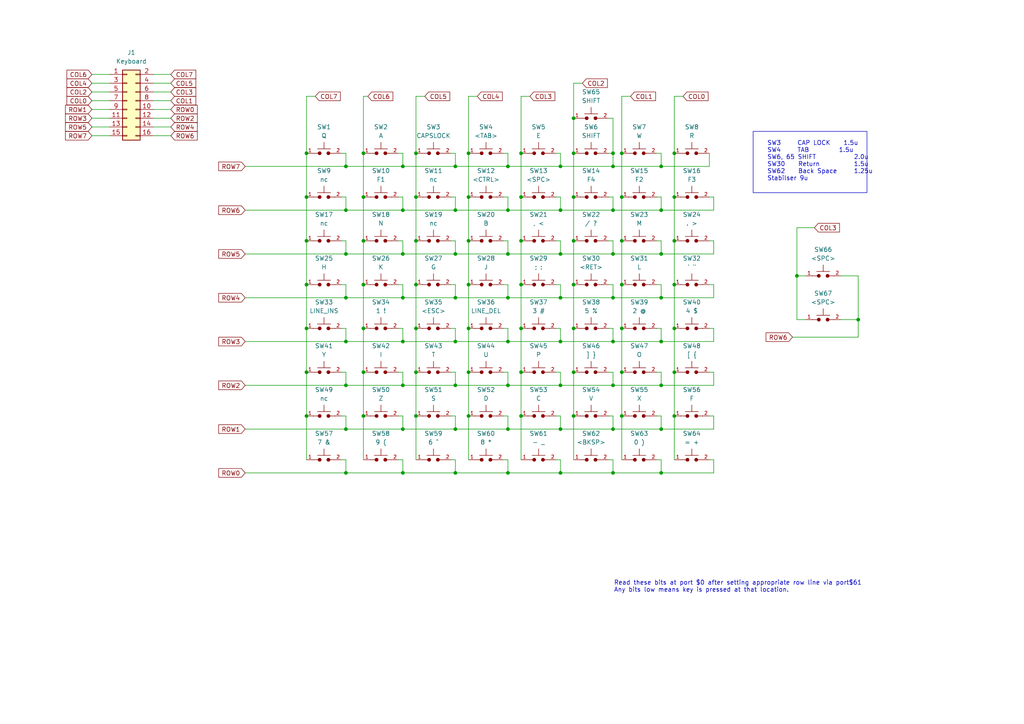
<source format=kicad_sch>
(kicad_sch
	(version 20231120)
	(generator "eeschema")
	(generator_version "8.0")
	(uuid "57b03175-507f-4680-b0ef-86b4161f9d21")
	(paper "A4")
	(lib_symbols
		(symbol "Connector_Generic:Conn_02x08_Odd_Even"
			(pin_names
				(offset 1.016) hide)
			(exclude_from_sim no)
			(in_bom yes)
			(on_board yes)
			(property "Reference" "J"
				(at 1.27 10.16 0)
				(effects
					(font
						(size 1.27 1.27)
					)
				)
			)
			(property "Value" "Conn_02x08_Odd_Even"
				(at 1.27 -12.7 0)
				(effects
					(font
						(size 1.27 1.27)
					)
				)
			)
			(property "Footprint" ""
				(at 0 0 0)
				(effects
					(font
						(size 1.27 1.27)
					)
					(hide yes)
				)
			)
			(property "Datasheet" "~"
				(at 0 0 0)
				(effects
					(font
						(size 1.27 1.27)
					)
					(hide yes)
				)
			)
			(property "Description" "Generic connector, double row, 02x08, odd/even pin numbering scheme (row 1 odd numbers, row 2 even numbers), script generated (kicad-library-utils/schlib/autogen/connector/)"
				(at 0 0 0)
				(effects
					(font
						(size 1.27 1.27)
					)
					(hide yes)
				)
			)
			(property "ki_keywords" "connector"
				(at 0 0 0)
				(effects
					(font
						(size 1.27 1.27)
					)
					(hide yes)
				)
			)
			(property "ki_fp_filters" "Connector*:*_2x??_*"
				(at 0 0 0)
				(effects
					(font
						(size 1.27 1.27)
					)
					(hide yes)
				)
			)
			(symbol "Conn_02x08_Odd_Even_1_1"
				(rectangle
					(start -1.27 -10.033)
					(end 0 -10.287)
					(stroke
						(width 0.1524)
						(type default)
					)
					(fill
						(type none)
					)
				)
				(rectangle
					(start -1.27 -7.493)
					(end 0 -7.747)
					(stroke
						(width 0.1524)
						(type default)
					)
					(fill
						(type none)
					)
				)
				(rectangle
					(start -1.27 -4.953)
					(end 0 -5.207)
					(stroke
						(width 0.1524)
						(type default)
					)
					(fill
						(type none)
					)
				)
				(rectangle
					(start -1.27 -2.413)
					(end 0 -2.667)
					(stroke
						(width 0.1524)
						(type default)
					)
					(fill
						(type none)
					)
				)
				(rectangle
					(start -1.27 0.127)
					(end 0 -0.127)
					(stroke
						(width 0.1524)
						(type default)
					)
					(fill
						(type none)
					)
				)
				(rectangle
					(start -1.27 2.667)
					(end 0 2.413)
					(stroke
						(width 0.1524)
						(type default)
					)
					(fill
						(type none)
					)
				)
				(rectangle
					(start -1.27 5.207)
					(end 0 4.953)
					(stroke
						(width 0.1524)
						(type default)
					)
					(fill
						(type none)
					)
				)
				(rectangle
					(start -1.27 7.747)
					(end 0 7.493)
					(stroke
						(width 0.1524)
						(type default)
					)
					(fill
						(type none)
					)
				)
				(rectangle
					(start -1.27 8.89)
					(end 3.81 -11.43)
					(stroke
						(width 0.254)
						(type default)
					)
					(fill
						(type background)
					)
				)
				(rectangle
					(start 3.81 -10.033)
					(end 2.54 -10.287)
					(stroke
						(width 0.1524)
						(type default)
					)
					(fill
						(type none)
					)
				)
				(rectangle
					(start 3.81 -7.493)
					(end 2.54 -7.747)
					(stroke
						(width 0.1524)
						(type default)
					)
					(fill
						(type none)
					)
				)
				(rectangle
					(start 3.81 -4.953)
					(end 2.54 -5.207)
					(stroke
						(width 0.1524)
						(type default)
					)
					(fill
						(type none)
					)
				)
				(rectangle
					(start 3.81 -2.413)
					(end 2.54 -2.667)
					(stroke
						(width 0.1524)
						(type default)
					)
					(fill
						(type none)
					)
				)
				(rectangle
					(start 3.81 0.127)
					(end 2.54 -0.127)
					(stroke
						(width 0.1524)
						(type default)
					)
					(fill
						(type none)
					)
				)
				(rectangle
					(start 3.81 2.667)
					(end 2.54 2.413)
					(stroke
						(width 0.1524)
						(type default)
					)
					(fill
						(type none)
					)
				)
				(rectangle
					(start 3.81 5.207)
					(end 2.54 4.953)
					(stroke
						(width 0.1524)
						(type default)
					)
					(fill
						(type none)
					)
				)
				(rectangle
					(start 3.81 7.747)
					(end 2.54 7.493)
					(stroke
						(width 0.1524)
						(type default)
					)
					(fill
						(type none)
					)
				)
				(pin passive line
					(at -5.08 7.62 0)
					(length 3.81)
					(name "Pin_1"
						(effects
							(font
								(size 1.27 1.27)
							)
						)
					)
					(number "1"
						(effects
							(font
								(size 1.27 1.27)
							)
						)
					)
				)
				(pin passive line
					(at 7.62 -2.54 180)
					(length 3.81)
					(name "Pin_10"
						(effects
							(font
								(size 1.27 1.27)
							)
						)
					)
					(number "10"
						(effects
							(font
								(size 1.27 1.27)
							)
						)
					)
				)
				(pin passive line
					(at -5.08 -5.08 0)
					(length 3.81)
					(name "Pin_11"
						(effects
							(font
								(size 1.27 1.27)
							)
						)
					)
					(number "11"
						(effects
							(font
								(size 1.27 1.27)
							)
						)
					)
				)
				(pin passive line
					(at 7.62 -5.08 180)
					(length 3.81)
					(name "Pin_12"
						(effects
							(font
								(size 1.27 1.27)
							)
						)
					)
					(number "12"
						(effects
							(font
								(size 1.27 1.27)
							)
						)
					)
				)
				(pin passive line
					(at -5.08 -7.62 0)
					(length 3.81)
					(name "Pin_13"
						(effects
							(font
								(size 1.27 1.27)
							)
						)
					)
					(number "13"
						(effects
							(font
								(size 1.27 1.27)
							)
						)
					)
				)
				(pin passive line
					(at 7.62 -7.62 180)
					(length 3.81)
					(name "Pin_14"
						(effects
							(font
								(size 1.27 1.27)
							)
						)
					)
					(number "14"
						(effects
							(font
								(size 1.27 1.27)
							)
						)
					)
				)
				(pin passive line
					(at -5.08 -10.16 0)
					(length 3.81)
					(name "Pin_15"
						(effects
							(font
								(size 1.27 1.27)
							)
						)
					)
					(number "15"
						(effects
							(font
								(size 1.27 1.27)
							)
						)
					)
				)
				(pin passive line
					(at 7.62 -10.16 180)
					(length 3.81)
					(name "Pin_16"
						(effects
							(font
								(size 1.27 1.27)
							)
						)
					)
					(number "16"
						(effects
							(font
								(size 1.27 1.27)
							)
						)
					)
				)
				(pin passive line
					(at 7.62 7.62 180)
					(length 3.81)
					(name "Pin_2"
						(effects
							(font
								(size 1.27 1.27)
							)
						)
					)
					(number "2"
						(effects
							(font
								(size 1.27 1.27)
							)
						)
					)
				)
				(pin passive line
					(at -5.08 5.08 0)
					(length 3.81)
					(name "Pin_3"
						(effects
							(font
								(size 1.27 1.27)
							)
						)
					)
					(number "3"
						(effects
							(font
								(size 1.27 1.27)
							)
						)
					)
				)
				(pin passive line
					(at 7.62 5.08 180)
					(length 3.81)
					(name "Pin_4"
						(effects
							(font
								(size 1.27 1.27)
							)
						)
					)
					(number "4"
						(effects
							(font
								(size 1.27 1.27)
							)
						)
					)
				)
				(pin passive line
					(at -5.08 2.54 0)
					(length 3.81)
					(name "Pin_5"
						(effects
							(font
								(size 1.27 1.27)
							)
						)
					)
					(number "5"
						(effects
							(font
								(size 1.27 1.27)
							)
						)
					)
				)
				(pin passive line
					(at 7.62 2.54 180)
					(length 3.81)
					(name "Pin_6"
						(effects
							(font
								(size 1.27 1.27)
							)
						)
					)
					(number "6"
						(effects
							(font
								(size 1.27 1.27)
							)
						)
					)
				)
				(pin passive line
					(at -5.08 0 0)
					(length 3.81)
					(name "Pin_7"
						(effects
							(font
								(size 1.27 1.27)
							)
						)
					)
					(number "7"
						(effects
							(font
								(size 1.27 1.27)
							)
						)
					)
				)
				(pin passive line
					(at 7.62 0 180)
					(length 3.81)
					(name "Pin_8"
						(effects
							(font
								(size 1.27 1.27)
							)
						)
					)
					(number "8"
						(effects
							(font
								(size 1.27 1.27)
							)
						)
					)
				)
				(pin passive line
					(at -5.08 -2.54 0)
					(length 3.81)
					(name "Pin_9"
						(effects
							(font
								(size 1.27 1.27)
							)
						)
					)
					(number "9"
						(effects
							(font
								(size 1.27 1.27)
							)
						)
					)
				)
			)
		)
		(symbol "PCM_SL_Devices:Push_Button"
			(exclude_from_sim no)
			(in_bom yes)
			(on_board yes)
			(property "Reference" "SW"
				(at 0 6.35 0)
				(effects
					(font
						(size 1.27 1.27)
					)
				)
			)
			(property "Value" "Push_Button"
				(at 0 4.445 0)
				(effects
					(font
						(size 1.27 1.27)
					)
				)
			)
			(property "Footprint" "Button_Switch_THT:SW_PUSH_6mm"
				(at -0.127 -3.175 0)
				(effects
					(font
						(size 1.27 1.27)
					)
					(hide yes)
				)
			)
			(property "Datasheet" ""
				(at 0 0 0)
				(effects
					(font
						(size 1.27 1.27)
					)
					(hide yes)
				)
			)
			(property "Description" "Common 6mmx6mm Push Button"
				(at 0 0 0)
				(effects
					(font
						(size 1.27 1.27)
					)
					(hide yes)
				)
			)
			(property "ki_keywords" "Switch"
				(at 0 0 0)
				(effects
					(font
						(size 1.27 1.27)
					)
					(hide yes)
				)
			)
			(symbol "Push_Button_0_1"
				(circle
					(center -1.27 0)
					(radius 0.4579)
					(stroke
						(width 0)
						(type default)
					)
					(fill
						(type outline)
					)
				)
				(polyline
					(pts
						(xy -3.175 0) (xy -1.778 0)
					)
					(stroke
						(width 0)
						(type default)
					)
					(fill
						(type none)
					)
				)
				(polyline
					(pts
						(xy -1.905 1.27) (xy 1.905 1.27)
					)
					(stroke
						(width 0)
						(type default)
					)
					(fill
						(type none)
					)
				)
				(polyline
					(pts
						(xy 0 1.27) (xy 0 3.175)
					)
					(stroke
						(width 0)
						(type default)
					)
					(fill
						(type none)
					)
				)
				(polyline
					(pts
						(xy 1.778 0) (xy 3.175 0)
					)
					(stroke
						(width 0)
						(type default)
					)
					(fill
						(type none)
					)
				)
				(circle
					(center 1.27 0)
					(radius 0.4579)
					(stroke
						(width 0)
						(type default)
					)
					(fill
						(type outline)
					)
				)
			)
			(symbol "Push_Button_1_1"
				(pin passive line
					(at -5.08 0 0)
					(length 2)
					(name ""
						(effects
							(font
								(size 1.27 1.27)
							)
						)
					)
					(number "1"
						(effects
							(font
								(size 1 1)
							)
						)
					)
				)
				(pin passive line
					(at 5.08 0 180)
					(length 2)
					(name ""
						(effects
							(font
								(size 1.27 1.27)
							)
						)
					)
					(number "2"
						(effects
							(font
								(size 1 1)
							)
						)
					)
				)
			)
		)
	)
	(junction
		(at 88.9 95.25)
		(diameter 0)
		(color 0 0 0 0)
		(uuid "0681288c-2b0d-4df1-a50d-4892918d0568")
	)
	(junction
		(at 162.56 48.26)
		(diameter 0)
		(color 0 0 0 0)
		(uuid "08ea2900-698b-4ca8-8236-ea1b0a0943c4")
	)
	(junction
		(at 151.13 120.65)
		(diameter 0)
		(color 0 0 0 0)
		(uuid "0aaecbbc-64fd-4422-8e97-fedd112210ae")
	)
	(junction
		(at 135.89 120.65)
		(diameter 0)
		(color 0 0 0 0)
		(uuid "0b9304d0-3bc1-499c-96ed-528493013245")
	)
	(junction
		(at 180.34 82.55)
		(diameter 0)
		(color 0 0 0 0)
		(uuid "0dbb082f-901c-4d82-9f93-35512c37eb08")
	)
	(junction
		(at 195.58 82.55)
		(diameter 0)
		(color 0 0 0 0)
		(uuid "0f0b4826-3e48-49ea-8523-0cdb1427609f")
	)
	(junction
		(at 151.13 95.25)
		(diameter 0)
		(color 0 0 0 0)
		(uuid "11b9a354-6818-46ff-abc7-db15914d376e")
	)
	(junction
		(at 151.13 69.85)
		(diameter 0)
		(color 0 0 0 0)
		(uuid "16fd98b4-02bb-4932-a29d-95c91199be35")
	)
	(junction
		(at 195.58 107.95)
		(diameter 0)
		(color 0 0 0 0)
		(uuid "183a9d5b-be7a-4dde-8a7c-a165d0584dee")
	)
	(junction
		(at 135.89 95.25)
		(diameter 0)
		(color 0 0 0 0)
		(uuid "18d61085-f65b-47e0-a8cf-ded036e89eb7")
	)
	(junction
		(at 177.8 124.46)
		(diameter 0)
		(color 0 0 0 0)
		(uuid "18e2ac1c-5224-4670-b6b4-6e9367116461")
	)
	(junction
		(at 88.9 69.85)
		(diameter 0)
		(color 0 0 0 0)
		(uuid "19764da4-510d-4179-9159-35f9355aa512")
	)
	(junction
		(at 135.89 69.85)
		(diameter 0)
		(color 0 0 0 0)
		(uuid "1bea8e13-115a-4be0-bf72-904a487a2cec")
	)
	(junction
		(at 105.41 69.85)
		(diameter 0)
		(color 0 0 0 0)
		(uuid "1f7c05e8-49f6-427c-82ba-43b293d0b9ff")
	)
	(junction
		(at 100.33 137.16)
		(diameter 0)
		(color 0 0 0 0)
		(uuid "2036f652-dbb3-4ea8-92f6-5228f2561310")
	)
	(junction
		(at 166.37 34.29)
		(diameter 0)
		(color 0 0 0 0)
		(uuid "20521c80-8676-4a5c-86b5-869c2f055b80")
	)
	(junction
		(at 191.77 73.66)
		(diameter 0)
		(color 0 0 0 0)
		(uuid "20c97b7d-cfda-458f-ae96-097146f23e9b")
	)
	(junction
		(at 162.56 60.96)
		(diameter 0)
		(color 0 0 0 0)
		(uuid "2592020c-a77b-4688-baf9-31c6f1a5bbc5")
	)
	(junction
		(at 151.13 82.55)
		(diameter 0)
		(color 0 0 0 0)
		(uuid "28d8f912-440d-4475-a5e7-92fbf26cfed6")
	)
	(junction
		(at 135.89 57.15)
		(diameter 0)
		(color 0 0 0 0)
		(uuid "294687b7-6f53-4821-ad72-9805f1df66a6")
	)
	(junction
		(at 162.56 73.66)
		(diameter 0)
		(color 0 0 0 0)
		(uuid "2a28ec0d-5278-4a07-b62c-621893b4189f")
	)
	(junction
		(at 132.08 48.26)
		(diameter 0)
		(color 0 0 0 0)
		(uuid "2cfe52a0-a9d3-47ff-bf0a-a5729e4b44e0")
	)
	(junction
		(at 116.84 73.66)
		(diameter 0)
		(color 0 0 0 0)
		(uuid "3014f5ba-251a-4669-a690-83e190a2637d")
	)
	(junction
		(at 248.92 92.71)
		(diameter 0)
		(color 0 0 0 0)
		(uuid "333ee4a3-868a-4a42-af76-57b2a48c0c12")
	)
	(junction
		(at 177.8 137.16)
		(diameter 0)
		(color 0 0 0 0)
		(uuid "33eee2bd-47a8-49e3-8cb4-b02a57a270ae")
	)
	(junction
		(at 162.56 99.06)
		(diameter 0)
		(color 0 0 0 0)
		(uuid "343b3b86-dddf-470d-b7bc-be7eac5bb0c9")
	)
	(junction
		(at 177.8 86.36)
		(diameter 0)
		(color 0 0 0 0)
		(uuid "35b9fe9e-005e-40f7-a7b2-09a118e8a727")
	)
	(junction
		(at 195.58 44.45)
		(diameter 0)
		(color 0 0 0 0)
		(uuid "35d30305-7a71-4998-920a-a0e802eaa97f")
	)
	(junction
		(at 180.34 95.25)
		(diameter 0)
		(color 0 0 0 0)
		(uuid "3694ec79-eb05-4e17-adee-d58c3302b5cb")
	)
	(junction
		(at 195.58 95.25)
		(diameter 0)
		(color 0 0 0 0)
		(uuid "375a6726-73c4-4bbc-9904-c3f140bcdd9d")
	)
	(junction
		(at 105.41 120.65)
		(diameter 0)
		(color 0 0 0 0)
		(uuid "3ac88dbb-14df-4472-b0e3-0f6680bc5ec6")
	)
	(junction
		(at 88.9 44.45)
		(diameter 0)
		(color 0 0 0 0)
		(uuid "3ddada91-3424-44e3-8a21-99799477ee57")
	)
	(junction
		(at 177.8 48.26)
		(diameter 0)
		(color 0 0 0 0)
		(uuid "3e70f92f-7e8b-48cb-af86-935b991959a1")
	)
	(junction
		(at 135.89 44.45)
		(diameter 0)
		(color 0 0 0 0)
		(uuid "3faa812c-2a16-468f-9fed-ad6f0e5768df")
	)
	(junction
		(at 151.13 107.95)
		(diameter 0)
		(color 0 0 0 0)
		(uuid "44d4e38c-4521-4d63-8815-5c35ea473698")
	)
	(junction
		(at 166.37 120.65)
		(diameter 0)
		(color 0 0 0 0)
		(uuid "4532d49c-2cb2-47b2-a0ad-9add818a9ea0")
	)
	(junction
		(at 191.77 86.36)
		(diameter 0)
		(color 0 0 0 0)
		(uuid "458e9312-9303-49b0-8277-caf1e50c90cd")
	)
	(junction
		(at 116.84 124.46)
		(diameter 0)
		(color 0 0 0 0)
		(uuid "4988a6dd-a34e-4941-810a-bd8325d4aad4")
	)
	(junction
		(at 135.89 107.95)
		(diameter 0)
		(color 0 0 0 0)
		(uuid "4bdb83c1-3ef8-4c2e-b437-7695462d2dea")
	)
	(junction
		(at 100.33 86.36)
		(diameter 0)
		(color 0 0 0 0)
		(uuid "4f560587-67d1-47e2-bb92-e930bd3d41fa")
	)
	(junction
		(at 166.37 69.85)
		(diameter 0)
		(color 0 0 0 0)
		(uuid "5206a38d-8151-4925-87b6-688709732dac")
	)
	(junction
		(at 180.34 107.95)
		(diameter 0)
		(color 0 0 0 0)
		(uuid "5600223b-d27a-4984-8086-ce7042bee48f")
	)
	(junction
		(at 100.33 111.76)
		(diameter 0)
		(color 0 0 0 0)
		(uuid "590654c2-c443-4a40-a152-07118151bd7b")
	)
	(junction
		(at 120.65 82.55)
		(diameter 0)
		(color 0 0 0 0)
		(uuid "5a5dfefe-832f-4e89-989c-e6586defeb2d")
	)
	(junction
		(at 166.37 82.55)
		(diameter 0)
		(color 0 0 0 0)
		(uuid "5e38e9d9-f960-4efa-9c27-d0e3289437f0")
	)
	(junction
		(at 105.41 82.55)
		(diameter 0)
		(color 0 0 0 0)
		(uuid "603f5f80-0104-4bc2-b132-740dc72fa75b")
	)
	(junction
		(at 100.33 73.66)
		(diameter 0)
		(color 0 0 0 0)
		(uuid "60adef45-f03c-45c9-8a76-256ee26c9310")
	)
	(junction
		(at 191.77 99.06)
		(diameter 0)
		(color 0 0 0 0)
		(uuid "61e55dea-e9c2-4da0-a0b7-88a99ad2010d")
	)
	(junction
		(at 147.32 99.06)
		(diameter 0)
		(color 0 0 0 0)
		(uuid "62720f59-2355-4f76-a7df-d3efa6a485a5")
	)
	(junction
		(at 100.33 99.06)
		(diameter 0)
		(color 0 0 0 0)
		(uuid "65a10225-20f9-4881-8628-edc3e5931ee3")
	)
	(junction
		(at 166.37 57.15)
		(diameter 0)
		(color 0 0 0 0)
		(uuid "66c4e6fa-5089-4380-8973-82b907e9826d")
	)
	(junction
		(at 135.89 82.55)
		(diameter 0)
		(color 0 0 0 0)
		(uuid "67baf612-b9cf-4562-9bc2-6b8a232d1b46")
	)
	(junction
		(at 120.65 57.15)
		(diameter 0)
		(color 0 0 0 0)
		(uuid "682f096d-f71e-414c-ab8f-6d43ea679bc8")
	)
	(junction
		(at 116.84 99.06)
		(diameter 0)
		(color 0 0 0 0)
		(uuid "6a8adb73-0e6d-4cbb-8eec-8a4f1c53ab9e")
	)
	(junction
		(at 100.33 48.26)
		(diameter 0)
		(color 0 0 0 0)
		(uuid "6aacc165-d2c7-4eb9-8e31-ddb5a9d0453b")
	)
	(junction
		(at 88.9 107.95)
		(diameter 0)
		(color 0 0 0 0)
		(uuid "6b2033ad-f768-4274-9970-e192e9873bd1")
	)
	(junction
		(at 177.8 60.96)
		(diameter 0)
		(color 0 0 0 0)
		(uuid "6c7e293f-9996-4705-a39e-2e7a2b3c06c2")
	)
	(junction
		(at 132.08 86.36)
		(diameter 0)
		(color 0 0 0 0)
		(uuid "71ba51cc-49e0-44d1-8eea-489605072341")
	)
	(junction
		(at 162.56 137.16)
		(diameter 0)
		(color 0 0 0 0)
		(uuid "73107f0d-9edb-4ab2-a503-db393d99f03b")
	)
	(junction
		(at 162.56 111.76)
		(diameter 0)
		(color 0 0 0 0)
		(uuid "7390af93-5d36-4c0a-81a0-47ddda6be95d")
	)
	(junction
		(at 162.56 86.36)
		(diameter 0)
		(color 0 0 0 0)
		(uuid "76da001e-c1e7-4b51-829d-d8a466b4a33c")
	)
	(junction
		(at 195.58 120.65)
		(diameter 0)
		(color 0 0 0 0)
		(uuid "77fe22cb-21c2-45a9-9ad7-3d856e226334")
	)
	(junction
		(at 120.65 107.95)
		(diameter 0)
		(color 0 0 0 0)
		(uuid "7bcec3d1-2a17-4172-a160-fdcca810882b")
	)
	(junction
		(at 116.84 111.76)
		(diameter 0)
		(color 0 0 0 0)
		(uuid "8182e848-fcb8-48a7-8fca-544606cb5dfb")
	)
	(junction
		(at 191.77 111.76)
		(diameter 0)
		(color 0 0 0 0)
		(uuid "81e86004-fdbb-4dd6-bd46-8a9723791a6b")
	)
	(junction
		(at 180.34 44.45)
		(diameter 0)
		(color 0 0 0 0)
		(uuid "8262abbc-8ffb-4d5a-83a5-c50db008d9b4")
	)
	(junction
		(at 105.41 95.25)
		(diameter 0)
		(color 0 0 0 0)
		(uuid "849f3755-319f-4254-837f-ae020ba75719")
	)
	(junction
		(at 120.65 69.85)
		(diameter 0)
		(color 0 0 0 0)
		(uuid "86ded5ce-69ac-4402-bce2-48b033f44ff3")
	)
	(junction
		(at 88.9 57.15)
		(diameter 0)
		(color 0 0 0 0)
		(uuid "8954a5eb-334a-4f22-a94d-bba9dbdfad78")
	)
	(junction
		(at 132.08 60.96)
		(diameter 0)
		(color 0 0 0 0)
		(uuid "8fcd5a7f-3a64-47e5-a0ed-c7ec9dec9940")
	)
	(junction
		(at 88.9 82.55)
		(diameter 0)
		(color 0 0 0 0)
		(uuid "95859807-5065-4f2c-a02b-dc1a1a5623fc")
	)
	(junction
		(at 116.84 60.96)
		(diameter 0)
		(color 0 0 0 0)
		(uuid "970181aa-9bde-45ed-848b-e1fa512ac738")
	)
	(junction
		(at 147.32 48.26)
		(diameter 0)
		(color 0 0 0 0)
		(uuid "980fb417-19fc-44a4-ac51-613c622d6bea")
	)
	(junction
		(at 231.14 80.01)
		(diameter 0)
		(color 0 0 0 0)
		(uuid "9b0982a3-11f1-440c-af47-f353f342f34a")
	)
	(junction
		(at 162.56 124.46)
		(diameter 0)
		(color 0 0 0 0)
		(uuid "a01e47ec-bfd0-4d33-a279-f3333ac401cf")
	)
	(junction
		(at 191.77 48.26)
		(diameter 0)
		(color 0 0 0 0)
		(uuid "a6e0d5fe-736f-4e00-b090-ad53fc7357f0")
	)
	(junction
		(at 180.34 57.15)
		(diameter 0)
		(color 0 0 0 0)
		(uuid "ad201351-a728-4585-b52d-431e83f57489")
	)
	(junction
		(at 195.58 69.85)
		(diameter 0)
		(color 0 0 0 0)
		(uuid "aea5c9f2-d225-43ea-a997-e58bb6eb30f9")
	)
	(junction
		(at 147.32 60.96)
		(diameter 0)
		(color 0 0 0 0)
		(uuid "b0a702cd-a242-46e2-becf-165bb745c8ef")
	)
	(junction
		(at 151.13 44.45)
		(diameter 0)
		(color 0 0 0 0)
		(uuid "b0ae9f0f-617c-43be-a310-11c6a94c14a5")
	)
	(junction
		(at 195.58 57.15)
		(diameter 0)
		(color 0 0 0 0)
		(uuid "b3ae03f9-7ca9-45c5-9c18-4699bac40e6b")
	)
	(junction
		(at 120.65 120.65)
		(diameter 0)
		(color 0 0 0 0)
		(uuid "b8b3f0a9-8e0b-462c-9f32-2ac0636ce58c")
	)
	(junction
		(at 132.08 73.66)
		(diameter 0)
		(color 0 0 0 0)
		(uuid "b9f25d12-68d5-4303-9b65-2fbc4679da24")
	)
	(junction
		(at 147.32 73.66)
		(diameter 0)
		(color 0 0 0 0)
		(uuid "bece08f5-2016-4109-a012-4b70b563cf37")
	)
	(junction
		(at 116.84 137.16)
		(diameter 0)
		(color 0 0 0 0)
		(uuid "c3013548-abc4-4667-85ee-69ea589aac99")
	)
	(junction
		(at 88.9 120.65)
		(diameter 0)
		(color 0 0 0 0)
		(uuid "c6a867b8-590b-4dd1-9290-88790a745873")
	)
	(junction
		(at 105.41 57.15)
		(diameter 0)
		(color 0 0 0 0)
		(uuid "c6cdcfae-7484-4e25-9b84-f43c4c51f0cd")
	)
	(junction
		(at 191.77 124.46)
		(diameter 0)
		(color 0 0 0 0)
		(uuid "c6e9da50-4b28-4490-ac5f-3a025e177772")
	)
	(junction
		(at 105.41 44.45)
		(diameter 0)
		(color 0 0 0 0)
		(uuid "c7a80872-fdce-4375-a88b-842125704ce6")
	)
	(junction
		(at 105.41 107.95)
		(diameter 0)
		(color 0 0 0 0)
		(uuid "c81471fb-8dd2-48a2-a9a6-2f3bf17272f8")
	)
	(junction
		(at 132.08 111.76)
		(diameter 0)
		(color 0 0 0 0)
		(uuid "c970aeb0-c1d2-4be1-acd4-07d5b0dc292b")
	)
	(junction
		(at 147.32 137.16)
		(diameter 0)
		(color 0 0 0 0)
		(uuid "c9b7db14-ede8-4cd8-80f5-f5b7537633e1")
	)
	(junction
		(at 166.37 95.25)
		(diameter 0)
		(color 0 0 0 0)
		(uuid "ca58b194-cc10-43f2-8aff-00a9691a95fe")
	)
	(junction
		(at 180.34 120.65)
		(diameter 0)
		(color 0 0 0 0)
		(uuid "cbeca421-76f8-4948-8726-a09d284d8211")
	)
	(junction
		(at 132.08 99.06)
		(diameter 0)
		(color 0 0 0 0)
		(uuid "ce791527-fea7-4ac2-9add-533186cddb27")
	)
	(junction
		(at 191.77 60.96)
		(diameter 0)
		(color 0 0 0 0)
		(uuid "d1cd9dab-5e9b-485d-849b-098521360c63")
	)
	(junction
		(at 177.8 73.66)
		(diameter 0)
		(color 0 0 0 0)
		(uuid "d61438c1-1391-4d74-b67f-987e20f129f4")
	)
	(junction
		(at 147.32 124.46)
		(diameter 0)
		(color 0 0 0 0)
		(uuid "d63358de-5e04-40d7-ba73-fed21ee4aa2f")
	)
	(junction
		(at 147.32 111.76)
		(diameter 0)
		(color 0 0 0 0)
		(uuid "dc5f68de-b319-43ca-8fbc-93a58a6c84c9")
	)
	(junction
		(at 177.8 111.76)
		(diameter 0)
		(color 0 0 0 0)
		(uuid "dcd95b65-7576-47c2-9323-74928187ba0b")
	)
	(junction
		(at 191.77 137.16)
		(diameter 0)
		(color 0 0 0 0)
		(uuid "dce4dfa5-f88f-4bb0-8265-9985a675ead8")
	)
	(junction
		(at 120.65 44.45)
		(diameter 0)
		(color 0 0 0 0)
		(uuid "de5bd211-52c6-42b6-8c62-2841e5f7bfde")
	)
	(junction
		(at 166.37 44.45)
		(diameter 0)
		(color 0 0 0 0)
		(uuid "e02c7082-6c1d-4967-9dec-d75331f3ba76")
	)
	(junction
		(at 166.37 107.95)
		(diameter 0)
		(color 0 0 0 0)
		(uuid "e12c18fb-b28d-4e5c-9a01-af5a6dadc59a")
	)
	(junction
		(at 120.65 95.25)
		(diameter 0)
		(color 0 0 0 0)
		(uuid "e385207c-80da-44b6-940e-a4f7d9f3ba8d")
	)
	(junction
		(at 151.13 57.15)
		(diameter 0)
		(color 0 0 0 0)
		(uuid "ea2c8cbe-325a-489b-a1b1-d039cb9b20ac")
	)
	(junction
		(at 180.34 69.85)
		(diameter 0)
		(color 0 0 0 0)
		(uuid "ec4b7842-965d-4cfa-b904-157dfc9dd2b9")
	)
	(junction
		(at 100.33 60.96)
		(diameter 0)
		(color 0 0 0 0)
		(uuid "ec7e84fd-206f-4c44-99e7-ff8ea4d930d8")
	)
	(junction
		(at 147.32 86.36)
		(diameter 0)
		(color 0 0 0 0)
		(uuid "eece2fc9-0612-4879-9252-bfa6b53b574b")
	)
	(junction
		(at 177.8 44.45)
		(diameter 0)
		(color 0 0 0 0)
		(uuid "ef838ad0-c902-48fc-bca7-c762847028af")
	)
	(junction
		(at 177.8 99.06)
		(diameter 0)
		(color 0 0 0 0)
		(uuid "ef9e40e5-0bf4-4216-aaf3-42fe5907ff29")
	)
	(junction
		(at 116.84 48.26)
		(diameter 0)
		(color 0 0 0 0)
		(uuid "f46f6d87-08a0-4b52-9843-e54fca68e1bc")
	)
	(junction
		(at 132.08 124.46)
		(diameter 0)
		(color 0 0 0 0)
		(uuid "f6877651-d5ff-4e63-8ffd-d237bd844b5b")
	)
	(junction
		(at 100.33 124.46)
		(diameter 0)
		(color 0 0 0 0)
		(uuid "f9479dd3-e917-4ea1-9d59-95563067f98d")
	)
	(junction
		(at 116.84 86.36)
		(diameter 0)
		(color 0 0 0 0)
		(uuid "fe51bbd0-4e1e-4c27-8ce5-e7b67243d02c")
	)
	(junction
		(at 132.08 137.16)
		(diameter 0)
		(color 0 0 0 0)
		(uuid "feebed4c-fed5-4c9b-993f-d97623209ae7")
	)
	(wire
		(pts
			(xy 120.65 120.65) (xy 120.65 133.35)
		)
		(stroke
			(width 0)
			(type default)
		)
		(uuid "0089b2e8-1172-4344-a498-249f6e130923")
	)
	(wire
		(pts
			(xy 116.84 111.76) (xy 132.08 111.76)
		)
		(stroke
			(width 0)
			(type default)
		)
		(uuid "0124de57-5680-4005-83e7-7094c6c7c85e")
	)
	(wire
		(pts
			(xy 177.8 69.85) (xy 177.8 73.66)
		)
		(stroke
			(width 0)
			(type default)
		)
		(uuid "02458cd9-3fc1-4856-8940-e4f3b4f5bc9c")
	)
	(wire
		(pts
			(xy 71.12 111.76) (xy 100.33 111.76)
		)
		(stroke
			(width 0)
			(type default)
		)
		(uuid "0262085f-63e1-4902-bf7f-651398f1aaf9")
	)
	(wire
		(pts
			(xy 168.91 24.13) (xy 166.37 24.13)
		)
		(stroke
			(width 0)
			(type default)
		)
		(uuid "03f8a036-130f-4142-8565-73cc45a9fe6a")
	)
	(wire
		(pts
			(xy 132.08 57.15) (xy 132.08 60.96)
		)
		(stroke
			(width 0)
			(type default)
		)
		(uuid "07337d25-b94a-426a-8822-d0b3bf4d2aff")
	)
	(wire
		(pts
			(xy 166.37 107.95) (xy 166.37 120.65)
		)
		(stroke
			(width 0)
			(type default)
		)
		(uuid "07739b9e-552d-4766-b615-93e784fe7ce5")
	)
	(wire
		(pts
			(xy 88.9 27.94) (xy 88.9 44.45)
		)
		(stroke
			(width 0)
			(type default)
		)
		(uuid "0a9e5510-2de0-4d04-b68e-7308b37fe2d2")
	)
	(wire
		(pts
			(xy 207.01 82.55) (xy 207.01 86.36)
		)
		(stroke
			(width 0)
			(type default)
		)
		(uuid "0b2e3a5d-8bf3-42e7-83e9-b76dfb74fdd5")
	)
	(wire
		(pts
			(xy 177.8 133.35) (xy 177.8 137.16)
		)
		(stroke
			(width 0)
			(type default)
		)
		(uuid "0b5fa11b-7e3d-40a6-850d-61dabc811608")
	)
	(wire
		(pts
			(xy 130.81 82.55) (xy 132.08 82.55)
		)
		(stroke
			(width 0)
			(type default)
		)
		(uuid "0be8dab3-b8c4-4aec-9127-666ca6d02af6")
	)
	(wire
		(pts
			(xy 99.06 57.15) (xy 100.33 57.15)
		)
		(stroke
			(width 0)
			(type default)
		)
		(uuid "0cc2493e-49d7-4fa5-a247-ca8ec1383cbe")
	)
	(wire
		(pts
			(xy 88.9 57.15) (xy 88.9 69.85)
		)
		(stroke
			(width 0)
			(type default)
		)
		(uuid "0cf5f232-85fa-4270-9d49-32ac779e01e9")
	)
	(wire
		(pts
			(xy 130.81 133.35) (xy 132.08 133.35)
		)
		(stroke
			(width 0)
			(type default)
		)
		(uuid "0d44e93f-557c-4149-8cac-81cdf1ded58a")
	)
	(wire
		(pts
			(xy 180.34 82.55) (xy 180.34 95.25)
		)
		(stroke
			(width 0)
			(type default)
		)
		(uuid "0dc9bacf-8cc9-40eb-be30-aa00b34e3047")
	)
	(wire
		(pts
			(xy 116.84 137.16) (xy 132.08 137.16)
		)
		(stroke
			(width 0)
			(type default)
		)
		(uuid "0ede124e-a33a-4163-916b-82cae9b58c28")
	)
	(wire
		(pts
			(xy 177.8 73.66) (xy 191.77 73.66)
		)
		(stroke
			(width 0)
			(type default)
		)
		(uuid "107a6d03-d627-42dd-93dd-116bcf3a5bf6")
	)
	(wire
		(pts
			(xy 205.74 44.45) (xy 205.74 48.26)
		)
		(stroke
			(width 0)
			(type default)
		)
		(uuid "12c2a1f8-268a-405b-a173-3993552f7ec9")
	)
	(wire
		(pts
			(xy 207.01 69.85) (xy 207.01 73.66)
		)
		(stroke
			(width 0)
			(type default)
		)
		(uuid "136da08f-c5bc-4bd2-ac7e-469f571a931e")
	)
	(wire
		(pts
			(xy 105.41 57.15) (xy 105.41 69.85)
		)
		(stroke
			(width 0)
			(type default)
		)
		(uuid "1376a407-4d5e-48b7-a8e6-f96d2d21621c")
	)
	(wire
		(pts
			(xy 116.84 86.36) (xy 100.33 86.36)
		)
		(stroke
			(width 0)
			(type default)
		)
		(uuid "14c2cfbf-ed74-47dc-8e1c-d37c6bbb6005")
	)
	(wire
		(pts
			(xy 99.06 107.95) (xy 100.33 107.95)
		)
		(stroke
			(width 0)
			(type default)
		)
		(uuid "14edf095-3d72-4220-9727-9d8f7673c64a")
	)
	(wire
		(pts
			(xy 162.56 99.06) (xy 177.8 99.06)
		)
		(stroke
			(width 0)
			(type default)
		)
		(uuid "16868b30-6aa2-4c93-9cd9-7660886641d7")
	)
	(wire
		(pts
			(xy 99.06 133.35) (xy 100.33 133.35)
		)
		(stroke
			(width 0)
			(type default)
		)
		(uuid "16ed2bc7-1fd9-45bc-8846-77891b5b1524")
	)
	(wire
		(pts
			(xy 205.74 82.55) (xy 207.01 82.55)
		)
		(stroke
			(width 0)
			(type default)
		)
		(uuid "17ecc2d4-0ca5-4768-b8fd-da802fbe3577")
	)
	(wire
		(pts
			(xy 88.9 69.85) (xy 88.9 82.55)
		)
		(stroke
			(width 0)
			(type default)
		)
		(uuid "1851278f-bc74-41b6-91c7-478de7682a4c")
	)
	(wire
		(pts
			(xy 161.29 69.85) (xy 162.56 69.85)
		)
		(stroke
			(width 0)
			(type default)
		)
		(uuid "18622291-2c0e-4cb4-97b2-d45b72c03a5f")
	)
	(wire
		(pts
			(xy 162.56 57.15) (xy 162.56 60.96)
		)
		(stroke
			(width 0)
			(type default)
		)
		(uuid "1883678f-57f7-4dc4-a1e7-3546129aad6a")
	)
	(wire
		(pts
			(xy 123.19 27.94) (xy 120.65 27.94)
		)
		(stroke
			(width 0)
			(type default)
		)
		(uuid "1894f0f8-d8af-46cd-95bc-61b8a125bd01")
	)
	(wire
		(pts
			(xy 151.13 44.45) (xy 151.13 57.15)
		)
		(stroke
			(width 0)
			(type default)
		)
		(uuid "198339f5-40e5-4436-8ec4-b003f984cdcc")
	)
	(wire
		(pts
			(xy 166.37 24.13) (xy 166.37 34.29)
		)
		(stroke
			(width 0)
			(type default)
		)
		(uuid "1b22be95-303f-4117-beda-d527ab85d8ab")
	)
	(wire
		(pts
			(xy 191.77 99.06) (xy 207.01 99.06)
		)
		(stroke
			(width 0)
			(type default)
		)
		(uuid "1b97d38d-644b-4be1-99cf-a1a05c4300d3")
	)
	(wire
		(pts
			(xy 130.81 120.65) (xy 132.08 120.65)
		)
		(stroke
			(width 0)
			(type default)
		)
		(uuid "1c6067e4-606d-4655-a094-d0d25fa16d31")
	)
	(wire
		(pts
			(xy 205.74 107.95) (xy 207.01 107.95)
		)
		(stroke
			(width 0)
			(type default)
		)
		(uuid "1da4b319-62bd-4f60-b53c-518ad882a82c")
	)
	(wire
		(pts
			(xy 147.32 69.85) (xy 147.32 73.66)
		)
		(stroke
			(width 0)
			(type default)
		)
		(uuid "1ee4419c-42f4-4bbd-b722-39649d69b501")
	)
	(wire
		(pts
			(xy 151.13 95.25) (xy 151.13 107.95)
		)
		(stroke
			(width 0)
			(type default)
		)
		(uuid "1efe886a-1dd4-44ff-a5e4-90dd9b39b85a")
	)
	(wire
		(pts
			(xy 115.57 44.45) (xy 116.84 44.45)
		)
		(stroke
			(width 0)
			(type default)
		)
		(uuid "206f3f62-bb76-4ee0-bc2d-fef0b6cf9d50")
	)
	(wire
		(pts
			(xy 166.37 95.25) (xy 166.37 107.95)
		)
		(stroke
			(width 0)
			(type default)
		)
		(uuid "20a37068-9baa-4c8d-9b2c-fb6cfa51594a")
	)
	(wire
		(pts
			(xy 177.8 60.96) (xy 191.77 60.96)
		)
		(stroke
			(width 0)
			(type default)
		)
		(uuid "244f4719-48e7-4652-854a-a1e5f390cc7b")
	)
	(wire
		(pts
			(xy 91.44 27.94) (xy 88.9 27.94)
		)
		(stroke
			(width 0)
			(type default)
		)
		(uuid "245adbd6-6989-49df-a3c6-ad80517937e2")
	)
	(wire
		(pts
			(xy 146.05 107.95) (xy 147.32 107.95)
		)
		(stroke
			(width 0)
			(type default)
		)
		(uuid "249ef9db-3975-4b12-b542-a4ea6074ac48")
	)
	(wire
		(pts
			(xy 146.05 133.35) (xy 147.32 133.35)
		)
		(stroke
			(width 0)
			(type default)
		)
		(uuid "25b952b9-3caa-4a31-a491-83d3d9f47deb")
	)
	(wire
		(pts
			(xy 191.77 137.16) (xy 207.01 137.16)
		)
		(stroke
			(width 0)
			(type default)
		)
		(uuid "25c8696d-8205-4ee6-a2a4-e848ff3a9e57")
	)
	(wire
		(pts
			(xy 115.57 82.55) (xy 116.84 82.55)
		)
		(stroke
			(width 0)
			(type default)
		)
		(uuid "2626ef29-e4b7-45a7-8277-398f3fa6f84f")
	)
	(wire
		(pts
			(xy 147.32 124.46) (xy 162.56 124.46)
		)
		(stroke
			(width 0)
			(type default)
		)
		(uuid "2635e4e8-a8e3-45c4-b32f-0e675cf2a8d9")
	)
	(wire
		(pts
			(xy 26.67 21.59) (xy 31.75 21.59)
		)
		(stroke
			(width 0)
			(type default)
		)
		(uuid "26548ffd-0ec6-468d-8b21-335d149616a8")
	)
	(wire
		(pts
			(xy 44.45 34.29) (xy 49.53 34.29)
		)
		(stroke
			(width 0)
			(type default)
		)
		(uuid "269223f8-d1a2-4e65-b990-b984515a70a9")
	)
	(wire
		(pts
			(xy 147.32 107.95) (xy 147.32 111.76)
		)
		(stroke
			(width 0)
			(type default)
		)
		(uuid "27449e72-3360-4994-9fc1-6dc74ce6e740")
	)
	(wire
		(pts
			(xy 44.45 31.75) (xy 49.53 31.75)
		)
		(stroke
			(width 0)
			(type default)
		)
		(uuid "279e9f07-a55d-4a26-ae70-a812898fc869")
	)
	(wire
		(pts
			(xy 195.58 120.65) (xy 195.58 133.35)
		)
		(stroke
			(width 0)
			(type default)
		)
		(uuid "2839c2b0-eaba-42e9-923f-d87d8f542dfa")
	)
	(wire
		(pts
			(xy 132.08 69.85) (xy 132.08 73.66)
		)
		(stroke
			(width 0)
			(type default)
		)
		(uuid "29e7f573-a561-4e18-8efd-19481dafded3")
	)
	(wire
		(pts
			(xy 120.65 95.25) (xy 120.65 107.95)
		)
		(stroke
			(width 0)
			(type default)
		)
		(uuid "2c4bf28d-0dce-4b09-a281-4a1763c7e31d")
	)
	(wire
		(pts
			(xy 100.33 137.16) (xy 116.84 137.16)
		)
		(stroke
			(width 0)
			(type default)
		)
		(uuid "2db0a7fc-1d24-4413-a2c6-002eede5c618")
	)
	(wire
		(pts
			(xy 147.32 86.36) (xy 132.08 86.36)
		)
		(stroke
			(width 0)
			(type default)
		)
		(uuid "3039ff89-41c3-4bc9-8ab9-b0de20146f90")
	)
	(wire
		(pts
			(xy 248.92 80.01) (xy 248.92 92.71)
		)
		(stroke
			(width 0)
			(type default)
		)
		(uuid "321848aa-1d45-43c0-bc72-beb4cf9fb261")
	)
	(wire
		(pts
			(xy 162.56 82.55) (xy 162.56 86.36)
		)
		(stroke
			(width 0)
			(type default)
		)
		(uuid "33047e3c-616f-4b93-ad9d-7d69ed530e24")
	)
	(wire
		(pts
			(xy 177.8 99.06) (xy 191.77 99.06)
		)
		(stroke
			(width 0)
			(type default)
		)
		(uuid "339ecd7f-1217-4039-9a16-4c9fac8156e8")
	)
	(wire
		(pts
			(xy 100.33 95.25) (xy 100.33 99.06)
		)
		(stroke
			(width 0)
			(type default)
		)
		(uuid "34f3db5f-0661-4b2f-9e79-f4223c0ca354")
	)
	(wire
		(pts
			(xy 105.41 95.25) (xy 105.41 107.95)
		)
		(stroke
			(width 0)
			(type default)
		)
		(uuid "35fb6193-c05c-4cad-83e6-53877ea24f06")
	)
	(wire
		(pts
			(xy 190.5 133.35) (xy 191.77 133.35)
		)
		(stroke
			(width 0)
			(type default)
		)
		(uuid "36789fd3-1f71-493f-a699-f9e0630ef75d")
	)
	(wire
		(pts
			(xy 26.67 24.13) (xy 31.75 24.13)
		)
		(stroke
			(width 0)
			(type default)
		)
		(uuid "3691e1dd-7c0f-49d9-b16c-a0e8bb593df3")
	)
	(wire
		(pts
			(xy 231.14 66.04) (xy 236.22 66.04)
		)
		(stroke
			(width 0)
			(type default)
		)
		(uuid "376216d5-2a08-4bed-be05-d754432334a9")
	)
	(wire
		(pts
			(xy 105.41 120.65) (xy 105.41 133.35)
		)
		(stroke
			(width 0)
			(type default)
		)
		(uuid "378b3b75-d5d9-44de-8ed2-a11b0ac0b270")
	)
	(wire
		(pts
			(xy 116.84 133.35) (xy 116.84 137.16)
		)
		(stroke
			(width 0)
			(type default)
		)
		(uuid "38158484-4769-4c02-b96e-56b56aae2dff")
	)
	(wire
		(pts
			(xy 135.89 57.15) (xy 135.89 69.85)
		)
		(stroke
			(width 0)
			(type default)
		)
		(uuid "395854bf-2314-4fa1-8af9-f047410f694b")
	)
	(wire
		(pts
			(xy 146.05 95.25) (xy 147.32 95.25)
		)
		(stroke
			(width 0)
			(type default)
		)
		(uuid "395b4499-d952-4dea-88b2-36e34b279ffd")
	)
	(wire
		(pts
			(xy 100.33 60.96) (xy 116.84 60.96)
		)
		(stroke
			(width 0)
			(type default)
		)
		(uuid "3a04080e-ea1b-4ef0-8d15-1ad1f0540664")
	)
	(wire
		(pts
			(xy 116.84 82.55) (xy 116.84 86.36)
		)
		(stroke
			(width 0)
			(type default)
		)
		(uuid "3a439455-3972-4cb7-9352-eb31c3e10d8c")
	)
	(wire
		(pts
			(xy 147.32 48.26) (xy 162.56 48.26)
		)
		(stroke
			(width 0)
			(type default)
		)
		(uuid "3c0b42b9-2ff6-40c7-8623-2baee10b6298")
	)
	(wire
		(pts
			(xy 132.08 86.36) (xy 116.84 86.36)
		)
		(stroke
			(width 0)
			(type default)
		)
		(uuid "3cc20134-f521-4919-99b6-b0bdf2f027ac")
	)
	(wire
		(pts
			(xy 191.77 73.66) (xy 207.01 73.66)
		)
		(stroke
			(width 0)
			(type default)
		)
		(uuid "40727ec6-6b3e-4888-b7f1-002185be0e53")
	)
	(wire
		(pts
			(xy 191.77 82.55) (xy 191.77 86.36)
		)
		(stroke
			(width 0)
			(type default)
		)
		(uuid "40b05b5e-24b2-4080-9782-ed072bfdbb5a")
	)
	(wire
		(pts
			(xy 195.58 95.25) (xy 195.58 107.95)
		)
		(stroke
			(width 0)
			(type default)
		)
		(uuid "4445f889-187d-47c7-a16a-6ab99cbef9b7")
	)
	(wire
		(pts
			(xy 132.08 137.16) (xy 147.32 137.16)
		)
		(stroke
			(width 0)
			(type default)
		)
		(uuid "453dfaaa-4860-4b29-a80c-af1123b09493")
	)
	(wire
		(pts
			(xy 130.81 44.45) (xy 132.08 44.45)
		)
		(stroke
			(width 0)
			(type default)
		)
		(uuid "456db593-0cfb-453b-9522-f53eaf992b3f")
	)
	(wire
		(pts
			(xy 100.33 124.46) (xy 116.84 124.46)
		)
		(stroke
			(width 0)
			(type default)
		)
		(uuid "47ec04f7-b386-4937-9207-0780ccf26ece")
	)
	(wire
		(pts
			(xy 135.89 107.95) (xy 135.89 120.65)
		)
		(stroke
			(width 0)
			(type default)
		)
		(uuid "48a8f13a-d791-4e53-a2d8-215f6804d27a")
	)
	(wire
		(pts
			(xy 166.37 120.65) (xy 166.37 133.35)
		)
		(stroke
			(width 0)
			(type default)
		)
		(uuid "495ac23f-18a5-4dab-ac44-b6502980eb38")
	)
	(wire
		(pts
			(xy 153.67 27.94) (xy 151.13 27.94)
		)
		(stroke
			(width 0)
			(type default)
		)
		(uuid "49f7a7c0-faaa-460b-b00e-ab1db6d385b8")
	)
	(wire
		(pts
			(xy 205.74 133.35) (xy 207.01 133.35)
		)
		(stroke
			(width 0)
			(type default)
		)
		(uuid "4a26962c-2009-4f4a-a19a-582bf4a76204")
	)
	(wire
		(pts
			(xy 88.9 82.55) (xy 88.9 95.25)
		)
		(stroke
			(width 0)
			(type default)
		)
		(uuid "4a4d71a1-1514-4160-9027-c82810903ddb")
	)
	(wire
		(pts
			(xy 162.56 133.35) (xy 162.56 137.16)
		)
		(stroke
			(width 0)
			(type default)
		)
		(uuid "4ae69c5e-6933-4c46-83d5-6498b55db263")
	)
	(wire
		(pts
			(xy 161.29 107.95) (xy 162.56 107.95)
		)
		(stroke
			(width 0)
			(type default)
		)
		(uuid "4aee2a11-1c8c-4525-ad54-1e6a7a0d5d99")
	)
	(wire
		(pts
			(xy 191.77 124.46) (xy 207.01 124.46)
		)
		(stroke
			(width 0)
			(type default)
		)
		(uuid "4d62fc4d-af30-4aa0-bb9e-b7528075bb8f")
	)
	(wire
		(pts
			(xy 26.67 31.75) (xy 31.75 31.75)
		)
		(stroke
			(width 0)
			(type default)
		)
		(uuid "4d98334e-47c5-4c10-a12e-1cd649d3b478")
	)
	(wire
		(pts
			(xy 132.08 107.95) (xy 132.08 111.76)
		)
		(stroke
			(width 0)
			(type default)
		)
		(uuid "4e5aa521-0663-49c2-9512-eb8cbca4c7b4")
	)
	(wire
		(pts
			(xy 180.34 69.85) (xy 180.34 82.55)
		)
		(stroke
			(width 0)
			(type default)
		)
		(uuid "4e72e2ac-2a79-47c9-9387-807c27ad22a1")
	)
	(wire
		(pts
			(xy 99.06 69.85) (xy 100.33 69.85)
		)
		(stroke
			(width 0)
			(type default)
		)
		(uuid "4ec2f475-a421-4775-9dcc-9e8c74aa42c5")
	)
	(wire
		(pts
			(xy 195.58 69.85) (xy 195.58 82.55)
		)
		(stroke
			(width 0)
			(type default)
		)
		(uuid "4f7ceb1c-0e81-4c3e-8503-b8397c18f133")
	)
	(wire
		(pts
			(xy 176.53 133.35) (xy 177.8 133.35)
		)
		(stroke
			(width 0)
			(type default)
		)
		(uuid "5021c98c-79a6-4088-88c4-e2b0387d722b")
	)
	(wire
		(pts
			(xy 100.33 107.95) (xy 100.33 111.76)
		)
		(stroke
			(width 0)
			(type default)
		)
		(uuid "506faad0-c3fb-4f05-95e3-6e16480ba88b")
	)
	(wire
		(pts
			(xy 207.01 95.25) (xy 207.01 99.06)
		)
		(stroke
			(width 0)
			(type default)
		)
		(uuid "50f2607e-44a3-46c9-b966-990d10dbf7d5")
	)
	(wire
		(pts
			(xy 44.45 21.59) (xy 49.53 21.59)
		)
		(stroke
			(width 0)
			(type default)
		)
		(uuid "510d73b7-c58e-465b-b001-ffc459e4a113")
	)
	(wire
		(pts
			(xy 120.65 82.55) (xy 120.65 95.25)
		)
		(stroke
			(width 0)
			(type default)
		)
		(uuid "51210f2c-60c4-4fbc-9d61-ad5bddb827bd")
	)
	(wire
		(pts
			(xy 161.29 57.15) (xy 162.56 57.15)
		)
		(stroke
			(width 0)
			(type default)
		)
		(uuid "51347512-6fa2-4151-b85e-c535eeaafcf9")
	)
	(wire
		(pts
			(xy 207.01 120.65) (xy 207.01 124.46)
		)
		(stroke
			(width 0)
			(type default)
		)
		(uuid "51454997-0fda-431d-b736-2043f4dbd558")
	)
	(wire
		(pts
			(xy 132.08 73.66) (xy 147.32 73.66)
		)
		(stroke
			(width 0)
			(type default)
		)
		(uuid "51bb3685-c56c-4f25-b98e-9fd3f6dbca62")
	)
	(wire
		(pts
			(xy 120.65 27.94) (xy 120.65 44.45)
		)
		(stroke
			(width 0)
			(type default)
		)
		(uuid "521b0daa-f83f-4da0-9c28-d3d8a94e802c")
	)
	(wire
		(pts
			(xy 132.08 82.55) (xy 132.08 86.36)
		)
		(stroke
			(width 0)
			(type default)
		)
		(uuid "529f8e21-e5de-4db1-acda-24e3141f4651")
	)
	(wire
		(pts
			(xy 100.33 69.85) (xy 100.33 73.66)
		)
		(stroke
			(width 0)
			(type default)
		)
		(uuid "55df63c3-8aa4-45eb-9d66-c88bfcc15fd3")
	)
	(wire
		(pts
			(xy 135.89 95.25) (xy 135.89 107.95)
		)
		(stroke
			(width 0)
			(type default)
		)
		(uuid "56471d93-f32f-4967-9ce9-12c434b8074a")
	)
	(wire
		(pts
			(xy 116.84 60.96) (xy 132.08 60.96)
		)
		(stroke
			(width 0)
			(type default)
		)
		(uuid "569cbcce-6d59-4773-8d55-f45cd9600b6c")
	)
	(wire
		(pts
			(xy 44.45 24.13) (xy 49.53 24.13)
		)
		(stroke
			(width 0)
			(type default)
		)
		(uuid "5806780e-ab35-4880-9af2-f67399c492a0")
	)
	(wire
		(pts
			(xy 161.29 44.45) (xy 162.56 44.45)
		)
		(stroke
			(width 0)
			(type default)
		)
		(uuid "58da6ce3-dcaa-4778-ab50-d8599d7afc8f")
	)
	(wire
		(pts
			(xy 177.8 86.36) (xy 162.56 86.36)
		)
		(stroke
			(width 0)
			(type default)
		)
		(uuid "592218ca-d8e4-47d0-a5ae-80c06e24ad14")
	)
	(wire
		(pts
			(xy 195.58 27.94) (xy 195.58 44.45)
		)
		(stroke
			(width 0)
			(type default)
		)
		(uuid "5939991e-a766-428d-9213-dd1803bc89ac")
	)
	(wire
		(pts
			(xy 161.29 82.55) (xy 162.56 82.55)
		)
		(stroke
			(width 0)
			(type default)
		)
		(uuid "5968a525-479c-462d-8b81-7bddb099a3e3")
	)
	(wire
		(pts
			(xy 166.37 44.45) (xy 166.37 57.15)
		)
		(stroke
			(width 0)
			(type default)
		)
		(uuid "59c8497f-d72f-45a9-84f8-eddd88079efd")
	)
	(wire
		(pts
			(xy 177.8 137.16) (xy 191.77 137.16)
		)
		(stroke
			(width 0)
			(type default)
		)
		(uuid "5a9386a7-9599-43ff-8604-22317797ae48")
	)
	(wire
		(pts
			(xy 177.8 48.26) (xy 191.77 48.26)
		)
		(stroke
			(width 0)
			(type default)
		)
		(uuid "5afc2657-6f45-44ff-b007-63cdbbb2fe00")
	)
	(wire
		(pts
			(xy 191.77 48.26) (xy 205.74 48.26)
		)
		(stroke
			(width 0)
			(type default)
		)
		(uuid "5bc888c4-ce43-4e9d-9ac8-c753af8b146a")
	)
	(wire
		(pts
			(xy 190.5 44.45) (xy 191.77 44.45)
		)
		(stroke
			(width 0)
			(type default)
		)
		(uuid "5c75c5d6-2508-49fb-a9f0-8159640a22bc")
	)
	(wire
		(pts
			(xy 191.77 95.25) (xy 191.77 99.06)
		)
		(stroke
			(width 0)
			(type default)
		)
		(uuid "5cd1fdee-261f-48d7-a0a8-cf186eb0b400")
	)
	(wire
		(pts
			(xy 177.8 57.15) (xy 177.8 60.96)
		)
		(stroke
			(width 0)
			(type default)
		)
		(uuid "5d6b96e4-dbd7-4348-a767-80825935c482")
	)
	(wire
		(pts
			(xy 100.33 86.36) (xy 71.12 86.36)
		)
		(stroke
			(width 0)
			(type default)
		)
		(uuid "5e9a7de0-e004-4bd9-8235-209a90dc22c2")
	)
	(wire
		(pts
			(xy 191.77 120.65) (xy 191.77 124.46)
		)
		(stroke
			(width 0)
			(type default)
		)
		(uuid "5fb6b86e-8b7b-407a-be46-369ff42b6943")
	)
	(wire
		(pts
			(xy 100.33 111.76) (xy 116.84 111.76)
		)
		(stroke
			(width 0)
			(type default)
		)
		(uuid "61414f68-b2b4-4ba1-a823-4729f841dc9b")
	)
	(wire
		(pts
			(xy 207.01 133.35) (xy 207.01 137.16)
		)
		(stroke
			(width 0)
			(type default)
		)
		(uuid "633aa459-1f59-44e1-8474-53cc9068e01b")
	)
	(wire
		(pts
			(xy 71.12 124.46) (xy 100.33 124.46)
		)
		(stroke
			(width 0)
			(type default)
		)
		(uuid "6491d68f-95d3-4b0d-9b34-aea3cca4fd8f")
	)
	(wire
		(pts
			(xy 146.05 69.85) (xy 147.32 69.85)
		)
		(stroke
			(width 0)
			(type default)
		)
		(uuid "67a76a69-f76d-41cc-bc1d-e95c1bd05de5")
	)
	(wire
		(pts
			(xy 116.84 124.46) (xy 132.08 124.46)
		)
		(stroke
			(width 0)
			(type default)
		)
		(uuid "6867811a-9de6-4bca-8c02-3fafde31daa6")
	)
	(wire
		(pts
			(xy 177.8 124.46) (xy 191.77 124.46)
		)
		(stroke
			(width 0)
			(type default)
		)
		(uuid "68dee943-3abb-41f8-b58c-957c39213482")
	)
	(wire
		(pts
			(xy 100.33 99.06) (xy 116.84 99.06)
		)
		(stroke
			(width 0)
			(type default)
		)
		(uuid "69569357-78f9-4295-930f-1e2c57f338ba")
	)
	(wire
		(pts
			(xy 162.56 60.96) (xy 177.8 60.96)
		)
		(stroke
			(width 0)
			(type default)
		)
		(uuid "69aa7f0c-1b0d-46a0-9791-5d1b5449f088")
	)
	(wire
		(pts
			(xy 116.84 44.45) (xy 116.84 48.26)
		)
		(stroke
			(width 0)
			(type default)
		)
		(uuid "69b932c3-b6e3-4415-915d-6355b697c619")
	)
	(wire
		(pts
			(xy 180.34 44.45) (xy 180.34 57.15)
		)
		(stroke
			(width 0)
			(type default)
		)
		(uuid "6a65b29d-e936-4abc-8487-5510b6cc9241")
	)
	(wire
		(pts
			(xy 162.56 107.95) (xy 162.56 111.76)
		)
		(stroke
			(width 0)
			(type default)
		)
		(uuid "6ab99490-3a02-41f5-b356-9d0b03cf424a")
	)
	(wire
		(pts
			(xy 162.56 137.16) (xy 177.8 137.16)
		)
		(stroke
			(width 0)
			(type default)
		)
		(uuid "6ae6504f-ca61-4e72-adb4-aea7a88af032")
	)
	(wire
		(pts
			(xy 120.65 44.45) (xy 120.65 57.15)
		)
		(stroke
			(width 0)
			(type default)
		)
		(uuid "6c3f95a2-d02a-4a6a-a5ba-4b47399f1bd3")
	)
	(wire
		(pts
			(xy 243.84 92.71) (xy 248.92 92.71)
		)
		(stroke
			(width 0)
			(type default)
		)
		(uuid "6d815118-ba76-494e-9540-2faf2270e703")
	)
	(wire
		(pts
			(xy 130.81 107.95) (xy 132.08 107.95)
		)
		(stroke
			(width 0)
			(type default)
		)
		(uuid "6d9e9a31-5d2b-4928-b125-facc5daeeb90")
	)
	(wire
		(pts
			(xy 115.57 120.65) (xy 116.84 120.65)
		)
		(stroke
			(width 0)
			(type default)
		)
		(uuid "6e9776d7-7580-4995-8c29-9b8fbee65ec8")
	)
	(wire
		(pts
			(xy 207.01 69.85) (xy 205.74 69.85)
		)
		(stroke
			(width 0)
			(type default)
		)
		(uuid "6ea7b606-902a-451e-866a-e15f0a7eb793")
	)
	(wire
		(pts
			(xy 147.32 137.16) (xy 162.56 137.16)
		)
		(stroke
			(width 0)
			(type default)
		)
		(uuid "6fb60aeb-42ca-4c6f-a1fa-2fd756e9d29d")
	)
	(wire
		(pts
			(xy 191.77 133.35) (xy 191.77 137.16)
		)
		(stroke
			(width 0)
			(type default)
		)
		(uuid "6fb8aed0-bee0-4cc2-ba11-98602826c25e")
	)
	(wire
		(pts
			(xy 195.58 82.55) (xy 195.58 95.25)
		)
		(stroke
			(width 0)
			(type default)
		)
		(uuid "7133800a-e6d4-4045-892e-cd6b1f107ed2")
	)
	(wire
		(pts
			(xy 115.57 69.85) (xy 116.84 69.85)
		)
		(stroke
			(width 0)
			(type default)
		)
		(uuid "73141ac0-6d8d-4516-8cd2-b0bc64293dd2")
	)
	(wire
		(pts
			(xy 190.5 107.95) (xy 191.77 107.95)
		)
		(stroke
			(width 0)
			(type default)
		)
		(uuid "73179a22-b52a-4e35-8951-c18c38e3e2f1")
	)
	(wire
		(pts
			(xy 116.84 95.25) (xy 116.84 99.06)
		)
		(stroke
			(width 0)
			(type default)
		)
		(uuid "746dc516-7529-485d-9120-260c2ab82fff")
	)
	(wire
		(pts
			(xy 105.41 44.45) (xy 105.41 57.15)
		)
		(stroke
			(width 0)
			(type default)
		)
		(uuid "757d9a38-1138-4563-8616-6deb8d168939")
	)
	(wire
		(pts
			(xy 135.89 69.85) (xy 135.89 82.55)
		)
		(stroke
			(width 0)
			(type default)
		)
		(uuid "75be3d26-492c-4c19-ab9c-13bc166972a8")
	)
	(wire
		(pts
			(xy 147.32 44.45) (xy 147.32 48.26)
		)
		(stroke
			(width 0)
			(type default)
		)
		(uuid "76409a2c-0086-4972-8c0a-38edd1bbe0e4")
	)
	(wire
		(pts
			(xy 176.53 95.25) (xy 177.8 95.25)
		)
		(stroke
			(width 0)
			(type default)
		)
		(uuid "76750981-bfae-4180-84c3-788ef30627ad")
	)
	(wire
		(pts
			(xy 26.67 39.37) (xy 31.75 39.37)
		)
		(stroke
			(width 0)
			(type default)
		)
		(uuid "77fa20e0-96a3-4697-a6d4-060e1cd10202")
	)
	(wire
		(pts
			(xy 151.13 69.85) (xy 151.13 82.55)
		)
		(stroke
			(width 0)
			(type default)
		)
		(uuid "7964932e-de1e-41cb-8f29-60a0489afeda")
	)
	(wire
		(pts
			(xy 147.32 73.66) (xy 162.56 73.66)
		)
		(stroke
			(width 0)
			(type default)
		)
		(uuid "7b093cd8-58fb-4f06-acf4-e48f1cf4d056")
	)
	(wire
		(pts
			(xy 166.37 34.29) (xy 166.37 44.45)
		)
		(stroke
			(width 0)
			(type default)
		)
		(uuid "7b0b1ff7-58e0-42b1-b2f5-62e8ea5ee88e")
	)
	(wire
		(pts
			(xy 147.32 57.15) (xy 147.32 60.96)
		)
		(stroke
			(width 0)
			(type default)
		)
		(uuid "7b7b3836-1121-4f38-a403-7c09516ee4c7")
	)
	(wire
		(pts
			(xy 138.43 27.94) (xy 135.89 27.94)
		)
		(stroke
			(width 0)
			(type default)
		)
		(uuid "7d55cb7d-7db8-4ad1-a424-69b957bf5ade")
	)
	(wire
		(pts
			(xy 162.56 124.46) (xy 177.8 124.46)
		)
		(stroke
			(width 0)
			(type default)
		)
		(uuid "7d7275bb-f917-4def-b386-849e480a2500")
	)
	(wire
		(pts
			(xy 231.14 80.01) (xy 231.14 66.04)
		)
		(stroke
			(width 0)
			(type default)
		)
		(uuid "7de00f86-dfef-449d-aa90-8c81630cb390")
	)
	(wire
		(pts
			(xy 176.53 34.29) (xy 177.8 34.29)
		)
		(stroke
			(width 0)
			(type default)
		)
		(uuid "7e6a2da4-c075-4361-a422-305bf6fb9aad")
	)
	(wire
		(pts
			(xy 162.56 44.45) (xy 162.56 48.26)
		)
		(stroke
			(width 0)
			(type default)
		)
		(uuid "7e800edd-4551-4484-902d-434b70b350d9")
	)
	(wire
		(pts
			(xy 177.8 82.55) (xy 177.8 86.36)
		)
		(stroke
			(width 0)
			(type default)
		)
		(uuid "80529a36-a91b-49cc-a9af-f3d05db77bad")
	)
	(wire
		(pts
			(xy 115.57 95.25) (xy 116.84 95.25)
		)
		(stroke
			(width 0)
			(type default)
		)
		(uuid "81030295-2915-44e6-b8cd-c0bcd8147213")
	)
	(wire
		(pts
			(xy 116.84 120.65) (xy 116.84 124.46)
		)
		(stroke
			(width 0)
			(type default)
		)
		(uuid "81b2ac77-a3d1-4252-b572-642b838ffc97")
	)
	(wire
		(pts
			(xy 100.33 120.65) (xy 100.33 124.46)
		)
		(stroke
			(width 0)
			(type default)
		)
		(uuid "81c1094f-d256-4130-94bf-f105ba59992a")
	)
	(wire
		(pts
			(xy 195.58 107.95) (xy 195.58 120.65)
		)
		(stroke
			(width 0)
			(type default)
		)
		(uuid "82053238-1e4a-4948-93fc-21bcae274a55")
	)
	(wire
		(pts
			(xy 105.41 69.85) (xy 105.41 82.55)
		)
		(stroke
			(width 0)
			(type default)
		)
		(uuid "82867a33-1032-4404-8fd8-727e8d60d939")
	)
	(wire
		(pts
			(xy 100.33 73.66) (xy 116.84 73.66)
		)
		(stroke
			(width 0)
			(type default)
		)
		(uuid "8345fba5-63bb-4df4-9ed4-3211d6dab0e3")
	)
	(wire
		(pts
			(xy 190.5 82.55) (xy 191.77 82.55)
		)
		(stroke
			(width 0)
			(type default)
		)
		(uuid "839dc415-dd2d-4047-89dc-bc9f25396c1f")
	)
	(wire
		(pts
			(xy 116.84 107.95) (xy 116.84 111.76)
		)
		(stroke
			(width 0)
			(type default)
		)
		(uuid "840865b0-c3ae-4cbc-ab82-be16a55de352")
	)
	(wire
		(pts
			(xy 99.06 44.45) (xy 100.33 44.45)
		)
		(stroke
			(width 0)
			(type default)
		)
		(uuid "858f0fb5-ed73-4f54-ad18-fb5dc02334d4")
	)
	(wire
		(pts
			(xy 191.77 57.15) (xy 191.77 60.96)
		)
		(stroke
			(width 0)
			(type default)
		)
		(uuid "87bd9193-1f4c-402c-b6b1-b6f85da2153f")
	)
	(wire
		(pts
			(xy 26.67 26.67) (xy 31.75 26.67)
		)
		(stroke
			(width 0)
			(type default)
		)
		(uuid "8944720d-4844-40d4-8a1f-c3d850e59f0d")
	)
	(wire
		(pts
			(xy 132.08 95.25) (xy 132.08 99.06)
		)
		(stroke
			(width 0)
			(type default)
		)
		(uuid "8955a128-14a0-4bbb-874a-6b75e9f6e462")
	)
	(wire
		(pts
			(xy 71.12 99.06) (xy 100.33 99.06)
		)
		(stroke
			(width 0)
			(type default)
		)
		(uuid "897bf8e2-f09d-4847-a805-b3077f8a431b")
	)
	(wire
		(pts
			(xy 130.81 69.85) (xy 132.08 69.85)
		)
		(stroke
			(width 0)
			(type default)
		)
		(uuid "899b70c0-19b6-4a15-9ab5-081085af9f8a")
	)
	(wire
		(pts
			(xy 71.12 48.26) (xy 100.33 48.26)
		)
		(stroke
			(width 0)
			(type default)
		)
		(uuid "8b6fd959-7307-4d6b-b5da-1835088be92f")
	)
	(wire
		(pts
			(xy 120.65 69.85) (xy 120.65 82.55)
		)
		(stroke
			(width 0)
			(type default)
		)
		(uuid "8bcd4953-130d-44d0-90bd-78b4c7358ea6")
	)
	(wire
		(pts
			(xy 100.33 133.35) (xy 100.33 137.16)
		)
		(stroke
			(width 0)
			(type default)
		)
		(uuid "8cccfbb1-d761-42a9-8d93-a774bf666305")
	)
	(wire
		(pts
			(xy 195.58 44.45) (xy 195.58 57.15)
		)
		(stroke
			(width 0)
			(type default)
		)
		(uuid "8d670b69-69a4-42aa-b9b5-d2007b4edf68")
	)
	(wire
		(pts
			(xy 135.89 44.45) (xy 135.89 57.15)
		)
		(stroke
			(width 0)
			(type default)
		)
		(uuid "8e5be54c-2a6b-4d1a-b616-fc2606e4191c")
	)
	(wire
		(pts
			(xy 116.84 57.15) (xy 116.84 60.96)
		)
		(stroke
			(width 0)
			(type default)
		)
		(uuid "8ea0ca53-8e85-4c17-8368-2f2851d340af")
	)
	(wire
		(pts
			(xy 105.41 27.94) (xy 105.41 44.45)
		)
		(stroke
			(width 0)
			(type default)
		)
		(uuid "8ed872dd-cffa-4c40-9044-d771341d5df8")
	)
	(wire
		(pts
			(xy 207.01 107.95) (xy 207.01 111.76)
		)
		(stroke
			(width 0)
			(type default)
		)
		(uuid "90592a95-8950-41b5-a973-de0e98f4b3d4")
	)
	(wire
		(pts
			(xy 44.45 36.83) (xy 49.53 36.83)
		)
		(stroke
			(width 0)
			(type default)
		)
		(uuid "92098d1d-3c9b-4494-a450-9ecfabaee846")
	)
	(wire
		(pts
			(xy 116.84 73.66) (xy 132.08 73.66)
		)
		(stroke
			(width 0)
			(type default)
		)
		(uuid "92f9c1bc-de1a-4d7c-8ce2-4c257a7d06e4")
	)
	(wire
		(pts
			(xy 176.53 82.55) (xy 177.8 82.55)
		)
		(stroke
			(width 0)
			(type default)
		)
		(uuid "93fc7e3b-89bd-4d16-972a-416a750a1ce7")
	)
	(wire
		(pts
			(xy 180.34 120.65) (xy 180.34 133.35)
		)
		(stroke
			(width 0)
			(type default)
		)
		(uuid "94d3f7dc-8157-46a0-9b55-b04b09ae41b6")
	)
	(wire
		(pts
			(xy 162.56 69.85) (xy 162.56 73.66)
		)
		(stroke
			(width 0)
			(type default)
		)
		(uuid "94ec481f-c683-4458-8072-a6ea63fb2667")
	)
	(wire
		(pts
			(xy 135.89 120.65) (xy 135.89 133.35)
		)
		(stroke
			(width 0)
			(type default)
		)
		(uuid "971cbfd2-eda7-4a43-a294-bde4be964292")
	)
	(wire
		(pts
			(xy 106.68 27.94) (xy 105.41 27.94)
		)
		(stroke
			(width 0)
			(type default)
		)
		(uuid "992a8da7-521c-4eee-877d-e32f8a5aa8f3")
	)
	(wire
		(pts
			(xy 147.32 95.25) (xy 147.32 99.06)
		)
		(stroke
			(width 0)
			(type default)
		)
		(uuid "9c10ee54-f732-4c37-91df-8bc1d0eff0d9")
	)
	(wire
		(pts
			(xy 162.56 111.76) (xy 177.8 111.76)
		)
		(stroke
			(width 0)
			(type default)
		)
		(uuid "9d0ecd90-2bc9-4606-8d31-d44bcecdea71")
	)
	(wire
		(pts
			(xy 116.84 48.26) (xy 132.08 48.26)
		)
		(stroke
			(width 0)
			(type default)
		)
		(uuid "9d17903a-a552-428a-8a43-57b20ba8878d")
	)
	(wire
		(pts
			(xy 88.9 44.45) (xy 88.9 57.15)
		)
		(stroke
			(width 0)
			(type default)
		)
		(uuid "9d36b28d-689a-4bf5-8e85-bad86bd15bcb")
	)
	(wire
		(pts
			(xy 135.89 27.94) (xy 135.89 44.45)
		)
		(stroke
			(width 0)
			(type default)
		)
		(uuid "9dbd11ca-59a5-4a2d-8bdd-78e6e60cdd32")
	)
	(wire
		(pts
			(xy 195.58 57.15) (xy 195.58 69.85)
		)
		(stroke
			(width 0)
			(type default)
		)
		(uuid "9e920d5f-8001-4327-87a0-bfdf0c48c0d0")
	)
	(wire
		(pts
			(xy 132.08 120.65) (xy 132.08 124.46)
		)
		(stroke
			(width 0)
			(type default)
		)
		(uuid "a1a36064-abd4-4f11-abdf-7a4c97f65379")
	)
	(wire
		(pts
			(xy 190.5 95.25) (xy 191.77 95.25)
		)
		(stroke
			(width 0)
			(type default)
		)
		(uuid "a3293f65-ec22-425d-9624-f954a60adaea")
	)
	(wire
		(pts
			(xy 100.33 57.15) (xy 100.33 60.96)
		)
		(stroke
			(width 0)
			(type default)
		)
		(uuid "a448a03a-ed64-4470-956c-3e7fc4c04a78")
	)
	(wire
		(pts
			(xy 248.92 97.79) (xy 229.87 97.79)
		)
		(stroke
			(width 0)
			(type default)
		)
		(uuid "a45b9a05-b19d-4a1a-bd31-b230db9578cc")
	)
	(wire
		(pts
			(xy 132.08 99.06) (xy 147.32 99.06)
		)
		(stroke
			(width 0)
			(type default)
		)
		(uuid "a46ae8ad-e9e0-4421-99f5-984fb68ca294")
	)
	(wire
		(pts
			(xy 71.12 73.66) (xy 100.33 73.66)
		)
		(stroke
			(width 0)
			(type default)
		)
		(uuid "a665132d-117e-4a73-ae61-4e96ead819f9")
	)
	(wire
		(pts
			(xy 180.34 27.94) (xy 180.34 44.45)
		)
		(stroke
			(width 0)
			(type default)
		)
		(uuid "a75cc78a-a746-4c7a-a647-08ac317e2dcb")
	)
	(wire
		(pts
			(xy 116.84 69.85) (xy 116.84 73.66)
		)
		(stroke
			(width 0)
			(type default)
		)
		(uuid "a877e20c-ac1a-45c1-bbcf-c0bb19c08764")
	)
	(wire
		(pts
			(xy 146.05 82.55) (xy 147.32 82.55)
		)
		(stroke
			(width 0)
			(type default)
		)
		(uuid "a9b2b35f-5c97-4a30-8d66-d95a59a27b86")
	)
	(wire
		(pts
			(xy 130.81 57.15) (xy 132.08 57.15)
		)
		(stroke
			(width 0)
			(type default)
		)
		(uuid "a9ef95b3-0318-48ad-ba5b-1c8af93b34b6")
	)
	(wire
		(pts
			(xy 191.77 60.96) (xy 207.01 60.96)
		)
		(stroke
			(width 0)
			(type default)
		)
		(uuid "aa8087a1-d6ef-4008-8820-227f7d6d62ec")
	)
	(wire
		(pts
			(xy 147.32 111.76) (xy 162.56 111.76)
		)
		(stroke
			(width 0)
			(type default)
		)
		(uuid "aac40181-3065-4715-9461-709942ac5410")
	)
	(wire
		(pts
			(xy 44.45 26.67) (xy 49.53 26.67)
		)
		(stroke
			(width 0)
			(type default)
		)
		(uuid "ab8cd48d-b2fa-4856-93b5-ea16c704ff29")
	)
	(wire
		(pts
			(xy 205.74 95.25) (xy 207.01 95.25)
		)
		(stroke
			(width 0)
			(type default)
		)
		(uuid "ac360b84-36aa-4d66-847f-f97ed1ede7f7")
	)
	(wire
		(pts
			(xy 99.06 95.25) (xy 100.33 95.25)
		)
		(stroke
			(width 0)
			(type default)
		)
		(uuid "ae0a02ab-82da-4773-b231-14ef211205a0")
	)
	(wire
		(pts
			(xy 116.84 99.06) (xy 132.08 99.06)
		)
		(stroke
			(width 0)
			(type default)
		)
		(uuid "ae9ba7ce-c0e2-4b26-b185-a5671b5e0547")
	)
	(wire
		(pts
			(xy 26.67 36.83) (xy 31.75 36.83)
		)
		(stroke
			(width 0)
			(type default)
		)
		(uuid "af4d399f-23ec-4424-80be-24a37b1f0206")
	)
	(wire
		(pts
			(xy 132.08 48.26) (xy 147.32 48.26)
		)
		(stroke
			(width 0)
			(type default)
		)
		(uuid "afb406f4-d116-4e68-90e5-2ccac8c70012")
	)
	(wire
		(pts
			(xy 162.56 86.36) (xy 147.32 86.36)
		)
		(stroke
			(width 0)
			(type default)
		)
		(uuid "b049bf93-6958-4d55-8699-580da698d424")
	)
	(wire
		(pts
			(xy 180.34 95.25) (xy 180.34 107.95)
		)
		(stroke
			(width 0)
			(type default)
		)
		(uuid "b091e5f2-e8b8-4d76-a52f-27b782ddaef7")
	)
	(wire
		(pts
			(xy 151.13 82.55) (xy 151.13 95.25)
		)
		(stroke
			(width 0)
			(type default)
		)
		(uuid "b0db57e6-fc08-4161-83cc-718a5136dc0b")
	)
	(wire
		(pts
			(xy 26.67 34.29) (xy 31.75 34.29)
		)
		(stroke
			(width 0)
			(type default)
		)
		(uuid "b13adf59-b0c3-4987-8932-b5a7adc02ac9")
	)
	(wire
		(pts
			(xy 100.33 44.45) (xy 100.33 48.26)
		)
		(stroke
			(width 0)
			(type default)
		)
		(uuid "b331b158-83bb-4ef8-8b91-3ec5908c05ec")
	)
	(wire
		(pts
			(xy 182.88 27.94) (xy 180.34 27.94)
		)
		(stroke
			(width 0)
			(type default)
		)
		(uuid "b354a239-d62f-442b-8492-d4409a3342c3")
	)
	(wire
		(pts
			(xy 161.29 133.35) (xy 162.56 133.35)
		)
		(stroke
			(width 0)
			(type default)
		)
		(uuid "b4587a68-8956-49bc-a3a7-08f81995d848")
	)
	(wire
		(pts
			(xy 162.56 95.25) (xy 162.56 99.06)
		)
		(stroke
			(width 0)
			(type default)
		)
		(uuid "b54f8fee-1885-48b0-9931-192d051582d9")
	)
	(wire
		(pts
			(xy 147.32 99.06) (xy 162.56 99.06)
		)
		(stroke
			(width 0)
			(type default)
		)
		(uuid "b651fd3c-0dcc-4ca9-85b9-6e4c5f7b0db3")
	)
	(wire
		(pts
			(xy 132.08 60.96) (xy 147.32 60.96)
		)
		(stroke
			(width 0)
			(type default)
		)
		(uuid "b6fba62f-f93b-4af1-a7b8-f4310dac5786")
	)
	(wire
		(pts
			(xy 132.08 133.35) (xy 132.08 137.16)
		)
		(stroke
			(width 0)
			(type default)
		)
		(uuid "b72a71c3-b4ea-419d-befe-47e64a7cd588")
	)
	(wire
		(pts
			(xy 135.89 82.55) (xy 135.89 95.25)
		)
		(stroke
			(width 0)
			(type default)
		)
		(uuid "b84d08a5-266e-45cf-9e5f-437a5d613c3d")
	)
	(wire
		(pts
			(xy 146.05 44.45) (xy 147.32 44.45)
		)
		(stroke
			(width 0)
			(type default)
		)
		(uuid "b9d1cb76-fab7-4bed-99cf-f9230a96d2ea")
	)
	(wire
		(pts
			(xy 151.13 120.65) (xy 151.13 133.35)
		)
		(stroke
			(width 0)
			(type default)
		)
		(uuid "bae28dc4-ae8e-46fc-b318-17fef6b148b7")
	)
	(wire
		(pts
			(xy 147.32 82.55) (xy 147.32 86.36)
		)
		(stroke
			(width 0)
			(type default)
		)
		(uuid "bb5e613b-38a9-4a7a-864f-41059ad213e6")
	)
	(wire
		(pts
			(xy 166.37 57.15) (xy 166.37 69.85)
		)
		(stroke
			(width 0)
			(type default)
		)
		(uuid "bb64cece-bd8d-42ae-ba22-32ea0e73b71b")
	)
	(wire
		(pts
			(xy 176.53 120.65) (xy 177.8 120.65)
		)
		(stroke
			(width 0)
			(type default)
		)
		(uuid "bbb7580a-cb50-477b-92b5-3cf473f717b6")
	)
	(wire
		(pts
			(xy 176.53 107.95) (xy 177.8 107.95)
		)
		(stroke
			(width 0)
			(type default)
		)
		(uuid "c287d1e1-99da-4652-83a7-0bbc2aa06f1f")
	)
	(wire
		(pts
			(xy 166.37 82.55) (xy 166.37 95.25)
		)
		(stroke
			(width 0)
			(type default)
		)
		(uuid "c2daa2ce-fa13-4c38-a559-8adb1aa854be")
	)
	(wire
		(pts
			(xy 105.41 82.55) (xy 105.41 95.25)
		)
		(stroke
			(width 0)
			(type default)
		)
		(uuid "c34c5cc2-531c-45d2-bda7-d497b511e8f8")
	)
	(wire
		(pts
			(xy 99.06 120.65) (xy 100.33 120.65)
		)
		(stroke
			(width 0)
			(type default)
		)
		(uuid "c36cb83c-faf7-4f93-8e35-8d459293357d")
	)
	(wire
		(pts
			(xy 120.65 107.95) (xy 120.65 120.65)
		)
		(stroke
			(width 0)
			(type default)
		)
		(uuid "c396f7ee-c840-49a9-b443-788cafea28be")
	)
	(wire
		(pts
			(xy 191.77 111.76) (xy 207.01 111.76)
		)
		(stroke
			(width 0)
			(type default)
		)
		(uuid "c3a1fcdd-dc8d-4e27-a944-b2591ad58091")
	)
	(wire
		(pts
			(xy 248.92 92.71) (xy 248.92 97.79)
		)
		(stroke
			(width 0)
			(type default)
		)
		(uuid "c3c15703-593a-4715-ba3e-ba4a20f3e93d")
	)
	(wire
		(pts
			(xy 44.45 29.21) (xy 49.53 29.21)
		)
		(stroke
			(width 0)
			(type default)
		)
		(uuid "c3fd79de-61cf-4261-91bc-b43f2425a5a7")
	)
	(wire
		(pts
			(xy 191.77 86.36) (xy 177.8 86.36)
		)
		(stroke
			(width 0)
			(type default)
		)
		(uuid "c3ffa56e-4795-42de-b1c7-e0135fc3a600")
	)
	(wire
		(pts
			(xy 191.77 107.95) (xy 191.77 111.76)
		)
		(stroke
			(width 0)
			(type default)
		)
		(uuid "c4ea7b63-fc2c-4470-bb3c-772d8b577faa")
	)
	(wire
		(pts
			(xy 115.57 133.35) (xy 116.84 133.35)
		)
		(stroke
			(width 0)
			(type default)
		)
		(uuid "c6563578-1fb1-4812-93a1-926b7c52f3db")
	)
	(wire
		(pts
			(xy 162.56 73.66) (xy 177.8 73.66)
		)
		(stroke
			(width 0)
			(type default)
		)
		(uuid "c85ce7bd-39b5-4bf3-ae42-d3f70eed16a8")
	)
	(wire
		(pts
			(xy 115.57 57.15) (xy 116.84 57.15)
		)
		(stroke
			(width 0)
			(type default)
		)
		(uuid "c8972211-0a9f-429c-b467-350f83126b64")
	)
	(wire
		(pts
			(xy 207.01 57.15) (xy 205.74 57.15)
		)
		(stroke
			(width 0)
			(type default)
		)
		(uuid "c94e8f0c-f081-447f-8a3f-1a4956e62a73")
	)
	(wire
		(pts
			(xy 233.68 80.01) (xy 231.14 80.01)
		)
		(stroke
			(width 0)
			(type default)
		)
		(uuid "cb08a55e-f5af-4201-9348-fd88b368cf0d")
	)
	(wire
		(pts
			(xy 146.05 120.65) (xy 147.32 120.65)
		)
		(stroke
			(width 0)
			(type default)
		)
		(uuid "cc8f10ec-5e7f-4f78-9b42-139f0b2056cd")
	)
	(wire
		(pts
			(xy 177.8 95.25) (xy 177.8 99.06)
		)
		(stroke
			(width 0)
			(type default)
		)
		(uuid "cd9b9693-f4ae-490a-8369-fc07d862f59c")
	)
	(wire
		(pts
			(xy 162.56 120.65) (xy 161.29 120.65)
		)
		(stroke
			(width 0)
			(type default)
		)
		(uuid "cef172e7-4d0b-4b66-99d6-63ddbc7e9d78")
	)
	(wire
		(pts
			(xy 176.53 69.85) (xy 177.8 69.85)
		)
		(stroke
			(width 0)
			(type default)
		)
		(uuid "d0c82c21-257c-4cab-90ee-13478e521be5")
	)
	(wire
		(pts
			(xy 147.32 133.35) (xy 147.32 137.16)
		)
		(stroke
			(width 0)
			(type default)
		)
		(uuid "d19d9d74-ec9f-4153-8d1d-54756be4a877")
	)
	(wire
		(pts
			(xy 177.8 44.45) (xy 177.8 48.26)
		)
		(stroke
			(width 0)
			(type default)
		)
		(uuid "d229967a-8fd7-4cfb-ab36-d40a4a28bf1b")
	)
	(wire
		(pts
			(xy 100.33 82.55) (xy 100.33 86.36)
		)
		(stroke
			(width 0)
			(type default)
		)
		(uuid "d45ae112-9fb5-42ee-adca-08cfcc6bb224")
	)
	(wire
		(pts
			(xy 177.8 111.76) (xy 191.77 111.76)
		)
		(stroke
			(width 0)
			(type default)
		)
		(uuid "d4677052-483a-4aab-bc5f-1cc3a46b7521")
	)
	(wire
		(pts
			(xy 180.34 57.15) (xy 180.34 69.85)
		)
		(stroke
			(width 0)
			(type default)
		)
		(uuid "d46804f2-3586-41fd-a3f1-3a1ba65ef14a")
	)
	(wire
		(pts
			(xy 190.5 69.85) (xy 191.77 69.85)
		)
		(stroke
			(width 0)
			(type default)
		)
		(uuid "d4e41968-7434-43d9-8df6-40ff9064015b")
	)
	(wire
		(pts
			(xy 132.08 111.76) (xy 147.32 111.76)
		)
		(stroke
			(width 0)
			(type default)
		)
		(uuid "d5902e7c-770b-403a-9490-669bd36251a8")
	)
	(wire
		(pts
			(xy 176.53 44.45) (xy 177.8 44.45)
		)
		(stroke
			(width 0)
			(type default)
		)
		(uuid "d5c4c781-58f8-4b91-aa21-2c98e368a1c4")
	)
	(wire
		(pts
			(xy 130.81 95.25) (xy 132.08 95.25)
		)
		(stroke
			(width 0)
			(type default)
		)
		(uuid "d62c32f7-34b9-473a-b9dd-9cc3da45cc8c")
	)
	(wire
		(pts
			(xy 207.01 57.15) (xy 207.01 60.96)
		)
		(stroke
			(width 0)
			(type default)
		)
		(uuid "d7802ebc-6c81-4c46-8f47-dc15a660973a")
	)
	(wire
		(pts
			(xy 115.57 107.95) (xy 116.84 107.95)
		)
		(stroke
			(width 0)
			(type default)
		)
		(uuid "d9234399-5e45-479c-ab59-f05a33efdd06")
	)
	(wire
		(pts
			(xy 162.56 120.65) (xy 162.56 124.46)
		)
		(stroke
			(width 0)
			(type default)
		)
		(uuid "da4bbb83-f640-4d39-88df-78ed16100bd1")
	)
	(wire
		(pts
			(xy 26.67 29.21) (xy 31.75 29.21)
		)
		(stroke
			(width 0)
			(type default)
		)
		(uuid "db4adf34-1a71-4ff8-a19c-4cb0f7fd5d5b")
	)
	(wire
		(pts
			(xy 198.12 27.94) (xy 195.58 27.94)
		)
		(stroke
			(width 0)
			(type default)
		)
		(uuid "dbe37f09-d9d5-4942-83d5-d6bb044043e4")
	)
	(wire
		(pts
			(xy 191.77 69.85) (xy 191.77 73.66)
		)
		(stroke
			(width 0)
			(type default)
		)
		(uuid "dc92c430-4dc8-4855-8324-e98cf25a5f57")
	)
	(wire
		(pts
			(xy 88.9 107.95) (xy 88.9 120.65)
		)
		(stroke
			(width 0)
			(type default)
		)
		(uuid "e11154ee-a67d-44eb-b907-74e1b4de46ae")
	)
	(wire
		(pts
			(xy 120.65 57.15) (xy 120.65 69.85)
		)
		(stroke
			(width 0)
			(type default)
		)
		(uuid "e2310e10-ecba-4c44-b19c-005e5d261185")
	)
	(wire
		(pts
			(xy 151.13 27.94) (xy 151.13 44.45)
		)
		(stroke
			(width 0)
			(type default)
		)
		(uuid "e29d36b3-4f0e-4952-80a5-5cf12e4a56c1")
	)
	(wire
		(pts
			(xy 132.08 44.45) (xy 132.08 48.26)
		)
		(stroke
			(width 0)
			(type default)
		)
		(uuid "e4ab3681-f1f6-4c6b-95d3-7a7b6775746e")
	)
	(wire
		(pts
			(xy 176.53 57.15) (xy 177.8 57.15)
		)
		(stroke
			(width 0)
			(type default)
		)
		(uuid "e55b7cf9-efc0-4e42-bc49-b9f3786b3db0")
	)
	(wire
		(pts
			(xy 88.9 120.65) (xy 88.9 133.35)
		)
		(stroke
			(width 0)
			(type default)
		)
		(uuid "e5d77a87-94e2-4ad0-8d71-9bd9ee447eb9")
	)
	(wire
		(pts
			(xy 162.56 48.26) (xy 177.8 48.26)
		)
		(stroke
			(width 0)
			(type default)
		)
		(uuid "e5e9a7fc-e326-4e26-896a-f899573f527e")
	)
	(wire
		(pts
			(xy 147.32 120.65) (xy 147.32 124.46)
		)
		(stroke
			(width 0)
			(type default)
		)
		(uuid "e61bda7c-348f-4a4e-a1bf-94a240fa3ee9")
	)
	(wire
		(pts
			(xy 243.84 80.01) (xy 248.92 80.01)
		)
		(stroke
			(width 0)
			(type default)
		)
		(uuid "ea020b46-fab5-41ce-a121-d9af36d97f4c")
	)
	(wire
		(pts
			(xy 190.5 57.15) (xy 191.77 57.15)
		)
		(stroke
			(width 0)
			(type default)
		)
		(uuid "eadc39ec-733a-4690-8188-e9fdb41a2f81")
	)
	(wire
		(pts
			(xy 205.74 120.65) (xy 207.01 120.65)
		)
		(stroke
			(width 0)
			(type default)
		)
		(uuid "eb593532-0b1d-42e1-8873-865028ab0216")
	)
	(wire
		(pts
			(xy 71.12 137.16) (xy 100.33 137.16)
		)
		(stroke
			(width 0)
			(type default)
		)
		(uuid "ebeadeb8-dd95-4cbe-8fdb-0d6a48a6f85d")
	)
	(wire
		(pts
			(xy 161.29 95.25) (xy 162.56 95.25)
		)
		(stroke
			(width 0)
			(type default)
		)
		(uuid "ec45fbcc-63c1-40cc-a95e-08d9283c8857")
	)
	(wire
		(pts
			(xy 146.05 57.15) (xy 147.32 57.15)
		)
		(stroke
			(width 0)
			(type default)
		)
		(uuid "ec666b75-c50b-43b9-8935-fd4fe558783a")
	)
	(wire
		(pts
			(xy 151.13 107.95) (xy 151.13 120.65)
		)
		(stroke
			(width 0)
			(type default)
		)
		(uuid "ed0d4c38-33aa-4825-b817-89e6baba7812")
	)
	(wire
		(pts
			(xy 99.06 82.55) (xy 100.33 82.55)
		)
		(stroke
			(width 0)
			(type default)
		)
		(uuid "ef128c72-2242-4b27-918f-1cb5a9090af9")
	)
	(wire
		(pts
			(xy 100.33 48.26) (xy 116.84 48.26)
		)
		(stroke
			(width 0)
			(type default)
		)
		(uuid "eff26e64-3535-44f1-a29c-18643565209b")
	)
	(wire
		(pts
			(xy 190.5 120.65) (xy 191.77 120.65)
		)
		(stroke
			(width 0)
			(type default)
		)
		(uuid "f068dec5-73e3-4caa-9c53-bd779589ccc5")
	)
	(wire
		(pts
			(xy 207.01 86.36) (xy 191.77 86.36)
		)
		(stroke
			(width 0)
			(type default)
		)
		(uuid "f331104f-6841-4455-9723-c3e972bdce5a")
	)
	(wire
		(pts
			(xy 105.41 107.95) (xy 105.41 120.65)
		)
		(stroke
			(width 0)
			(type default)
		)
		(uuid "f3c34ea9-79ef-4026-9d1e-6bdc205780d4")
	)
	(wire
		(pts
			(xy 177.8 34.29) (xy 177.8 44.45)
		)
		(stroke
			(width 0)
			(type default)
		)
		(uuid "f4d64ed9-dbef-4602-bc37-da25854f9de8")
	)
	(wire
		(pts
			(xy 71.12 60.96) (xy 100.33 60.96)
		)
		(stroke
			(width 0)
			(type default)
		)
		(uuid "f4dadbf8-853e-44de-a4a4-9a8b5315f874")
	)
	(wire
		(pts
			(xy 151.13 57.15) (xy 151.13 69.85)
		)
		(stroke
			(width 0)
			(type default)
		)
		(uuid "f5743b56-c99a-4fa5-adf2-261b076ad0f7")
	)
	(wire
		(pts
			(xy 88.9 95.25) (xy 88.9 107.95)
		)
		(stroke
			(width 0)
			(type default)
		)
		(uuid "f5da4bca-3bf2-4cf4-9951-7ecd6a0c7b9f")
	)
	(wire
		(pts
			(xy 231.14 92.71) (xy 231.14 80.01)
		)
		(stroke
			(width 0)
			(type default)
		)
		(uuid "f7bdb1bf-b8c9-49a8-9536-8cfe7758fa49")
	)
	(wire
		(pts
			(xy 191.77 44.45) (xy 191.77 48.26)
		)
		(stroke
			(width 0)
			(type default)
		)
		(uuid "f809c7e8-2ef5-41e5-9175-e303bc006687")
	)
	(wire
		(pts
			(xy 132.08 124.46) (xy 147.32 124.46)
		)
		(stroke
			(width 0)
			(type default)
		)
		(uuid "fad4727e-7d65-4f13-8f0d-14cbedff598d")
	)
	(wire
		(pts
			(xy 177.8 107.95) (xy 177.8 111.76)
		)
		(stroke
			(width 0)
			(type default)
		)
		(uuid "fb9825c2-0372-492e-b75d-f8823e7c4499")
	)
	(wire
		(pts
			(xy 147.32 60.96) (xy 162.56 60.96)
		)
		(stroke
			(width 0)
			(type default)
		)
		(uuid "fdec45f9-bd60-4395-882c-58a0c59766c3")
	)
	(wire
		(pts
			(xy 233.68 92.71) (xy 231.14 92.71)
		)
		(stroke
			(width 0)
			(type default)
		)
		(uuid "fdeccec1-dcdf-42b8-bf16-df6f3eed0fb6")
	)
	(wire
		(pts
			(xy 180.34 107.95) (xy 180.34 120.65)
		)
		(stroke
			(width 0)
			(type default)
		)
		(uuid "fe2c7eb7-96c6-4d2d-95d2-295cac73422b")
	)
	(wire
		(pts
			(xy 166.37 69.85) (xy 166.37 82.55)
		)
		(stroke
			(width 0)
			(type default)
		)
		(uuid "fe705a13-ecc7-4c68-8c8f-b698f95e2ac3")
	)
	(wire
		(pts
			(xy 177.8 120.65) (xy 177.8 124.46)
		)
		(stroke
			(width 0)
			(type default)
		)
		(uuid "fe850182-aed7-4af4-91f7-f3f482452623")
	)
	(wire
		(pts
			(xy 44.45 39.37) (xy 49.53 39.37)
		)
		(stroke
			(width 0)
			(type default)
		)
		(uuid "ff1b09c2-46aa-4e2e-98dc-72e05e0569db")
	)
	(rectangle
		(start 218.44 38.1)
		(end 251.46 55.88)
		(stroke
			(width 0)
			(type default)
		)
		(fill
			(type none)
		)
		(uuid 67e59601-37b5-42ff-944f-95bb5c44ed42)
	)
	(text "SW3     CAP LOCK    1.5u\nSW4     TAB         1.5u\nSW6, 65 SHIFT 		2.0u\nSW30    Return		1.5u\nSW62    Back Space	1.25u\nStabilser 9u\n"
		(exclude_from_sim no)
		(at 222.504 46.736 0)
		(effects
			(font
				(size 1.27 1.27)
			)
			(justify left)
		)
		(uuid "0e0b78df-a8bf-4b93-9755-2ae270af676a")
	)
	(text "Read these bits at port $0 after setting appropriate row line via port$61\nAny bits low means key is pressed at that location."
		(exclude_from_sim no)
		(at 178.054 170.18 0)
		(effects
			(font
				(size 1.27 1.27)
			)
			(justify left)
		)
		(uuid "8e893d7d-13b9-4b47-bba6-603907459bfb")
	)
	(global_label "ROW2"
		(shape input)
		(at 71.12 111.76 180)
		(fields_autoplaced yes)
		(effects
			(font
				(size 1.27 1.27)
			)
			(justify right)
		)
		(uuid "026e6011-10c1-45df-af32-1e590660624e")
		(property "Intersheetrefs" "${INTERSHEET_REFS}"
			(at 62.8892 111.76 0)
			(effects
				(font
					(size 1.27 1.27)
				)
				(justify right)
				(hide yes)
			)
		)
	)
	(global_label "ROW7"
		(shape input)
		(at 26.67 39.37 180)
		(fields_autoplaced yes)
		(effects
			(font
				(size 1.27 1.27)
			)
			(justify right)
		)
		(uuid "03bb0c02-2bbb-4926-b984-53298685cd83")
		(property "Intersheetrefs" "${INTERSHEET_REFS}"
			(at 18.4392 39.37 0)
			(effects
				(font
					(size 1.27 1.27)
				)
				(justify right)
				(hide yes)
			)
		)
	)
	(global_label "ROW6"
		(shape input)
		(at 229.87 97.79 180)
		(fields_autoplaced yes)
		(effects
			(font
				(size 1.27 1.27)
			)
			(justify right)
		)
		(uuid "0ed43930-15e2-4b86-8746-ec1cca187895")
		(property "Intersheetrefs" "${INTERSHEET_REFS}"
			(at 221.6392 97.79 0)
			(effects
				(font
					(size 1.27 1.27)
				)
				(justify right)
				(hide yes)
			)
		)
	)
	(global_label "COL7"
		(shape input)
		(at 91.44 27.94 0)
		(fields_autoplaced yes)
		(effects
			(font
				(size 1.27 1.27)
			)
			(justify left)
		)
		(uuid "24a24922-7fec-4eee-8d73-f08976ddd7a4")
		(property "Intersheetrefs" "${INTERSHEET_REFS}"
			(at 98.7563 27.94 0)
			(effects
				(font
					(size 1.27 1.27)
				)
				(justify left)
				(hide yes)
			)
		)
	)
	(global_label "ROW1"
		(shape input)
		(at 71.12 124.46 180)
		(fields_autoplaced yes)
		(effects
			(font
				(size 1.27 1.27)
			)
			(justify right)
		)
		(uuid "26b0379f-b850-43ef-8ec3-1c3447285b41")
		(property "Intersheetrefs" "${INTERSHEET_REFS}"
			(at 63.1734 124.46 0)
			(effects
				(font
					(size 1.27 1.27)
				)
				(justify right)
				(hide yes)
			)
		)
	)
	(global_label "ROW2"
		(shape input)
		(at 49.53 34.29 0)
		(fields_autoplaced yes)
		(effects
			(font
				(size 1.27 1.27)
			)
			(justify left)
		)
		(uuid "2a213f62-b1cb-4a2b-90d6-8a57dc1bbdca")
		(property "Intersheetrefs" "${INTERSHEET_REFS}"
			(at 57.7608 34.29 0)
			(effects
				(font
					(size 1.27 1.27)
				)
				(justify left)
				(hide yes)
			)
		)
	)
	(global_label "COL3"
		(shape input)
		(at 236.22 66.04 0)
		(fields_autoplaced yes)
		(effects
			(font
				(size 1.27 1.27)
			)
			(justify left)
		)
		(uuid "2f53f08f-0219-4c68-b39c-2a9d71f01cbe")
		(property "Intersheetrefs" "${INTERSHEET_REFS}"
			(at 243.5363 66.04 0)
			(effects
				(font
					(size 1.27 1.27)
				)
				(justify left)
				(hide yes)
			)
		)
	)
	(global_label "ROW3"
		(shape input)
		(at 71.12 99.06 180)
		(fields_autoplaced yes)
		(effects
			(font
				(size 1.27 1.27)
			)
			(justify right)
		)
		(uuid "4a23d8ea-09ae-4705-a856-d3488ea6415d")
		(property "Intersheetrefs" "${INTERSHEET_REFS}"
			(at 62.8892 99.06 0)
			(effects
				(font
					(size 1.27 1.27)
				)
				(justify right)
				(hide yes)
			)
		)
	)
	(global_label "COL1"
		(shape input)
		(at 49.53 29.21 0)
		(fields_autoplaced yes)
		(effects
			(font
				(size 1.27 1.27)
			)
			(justify left)
		)
		(uuid "544d6d1d-1c10-4f1f-8e85-6c30a8cd6032")
		(property "Intersheetrefs" "${INTERSHEET_REFS}"
			(at 56.5622 29.21 0)
			(effects
				(font
					(size 1.27 1.27)
				)
				(justify left)
				(hide yes)
			)
		)
	)
	(global_label "COL6"
		(shape input)
		(at 26.67 21.59 180)
		(fields_autoplaced yes)
		(effects
			(font
				(size 1.27 1.27)
			)
			(justify right)
		)
		(uuid "5afdb367-0291-4e1f-9faa-a56fd68b56c2")
		(property "Intersheetrefs" "${INTERSHEET_REFS}"
			(at 19.3537 21.59 0)
			(effects
				(font
					(size 1.27 1.27)
				)
				(justify right)
				(hide yes)
			)
		)
	)
	(global_label "COL2"
		(shape input)
		(at 168.91 24.13 0)
		(fields_autoplaced yes)
		(effects
			(font
				(size 1.27 1.27)
			)
			(justify left)
		)
		(uuid "5d606484-60f8-46ec-aa8e-f95d2a74722d")
		(property "Intersheetrefs" "${INTERSHEET_REFS}"
			(at 176.2263 24.13 0)
			(effects
				(font
					(size 1.27 1.27)
				)
				(justify left)
				(hide yes)
			)
		)
	)
	(global_label "COL4"
		(shape input)
		(at 26.67 24.13 180)
		(fields_autoplaced yes)
		(effects
			(font
				(size 1.27 1.27)
			)
			(justify right)
		)
		(uuid "62ec3dd0-4b1f-4bdd-9bbe-4f6e6e4b475a")
		(property "Intersheetrefs" "${INTERSHEET_REFS}"
			(at 19.3537 24.13 0)
			(effects
				(font
					(size 1.27 1.27)
				)
				(justify right)
				(hide yes)
			)
		)
	)
	(global_label "ROW6"
		(shape input)
		(at 49.53 39.37 0)
		(fields_autoplaced yes)
		(effects
			(font
				(size 1.27 1.27)
			)
			(justify left)
		)
		(uuid "70a30afd-6ee9-4169-b58a-0080a3ef5195")
		(property "Intersheetrefs" "${INTERSHEET_REFS}"
			(at 57.7608 39.37 0)
			(effects
				(font
					(size 1.27 1.27)
				)
				(justify left)
				(hide yes)
			)
		)
	)
	(global_label "ROW3"
		(shape input)
		(at 26.67 34.29 180)
		(fields_autoplaced yes)
		(effects
			(font
				(size 1.27 1.27)
			)
			(justify right)
		)
		(uuid "726f8e7c-f3f4-4a2f-8e02-13161b53d7cb")
		(property "Intersheetrefs" "${INTERSHEET_REFS}"
			(at 18.4392 34.29 0)
			(effects
				(font
					(size 1.27 1.27)
				)
				(justify right)
				(hide yes)
			)
		)
	)
	(global_label "COL3"
		(shape input)
		(at 49.53 26.67 0)
		(fields_autoplaced yes)
		(effects
			(font
				(size 1.27 1.27)
			)
			(justify left)
		)
		(uuid "741ee8f2-cf3c-48ca-9c3e-ac0ae91520d8")
		(property "Intersheetrefs" "${INTERSHEET_REFS}"
			(at 56.8463 26.67 0)
			(effects
				(font
					(size 1.27 1.27)
				)
				(justify left)
				(hide yes)
			)
		)
	)
	(global_label "COL0"
		(shape input)
		(at 26.67 29.21 180)
		(fields_autoplaced yes)
		(effects
			(font
				(size 1.27 1.27)
			)
			(justify right)
		)
		(uuid "83e524c1-3cb6-471a-b417-0f339d87e202")
		(property "Intersheetrefs" "${INTERSHEET_REFS}"
			(at 19.3537 29.21 0)
			(effects
				(font
					(size 1.27 1.27)
				)
				(justify right)
				(hide yes)
			)
		)
	)
	(global_label "ROW1"
		(shape input)
		(at 26.67 31.75 180)
		(fields_autoplaced yes)
		(effects
			(font
				(size 1.27 1.27)
			)
			(justify right)
		)
		(uuid "863bc088-2a46-45fc-b771-e1c52a218d49")
		(property "Intersheetrefs" "${INTERSHEET_REFS}"
			(at 18.7234 31.75 0)
			(effects
				(font
					(size 1.27 1.27)
				)
				(justify right)
				(hide yes)
			)
		)
	)
	(global_label "ROW6"
		(shape input)
		(at 71.12 60.96 180)
		(fields_autoplaced yes)
		(effects
			(font
				(size 1.27 1.27)
			)
			(justify right)
		)
		(uuid "86ceb116-7dd9-45ef-ad2c-c7e1946e43f7")
		(property "Intersheetrefs" "${INTERSHEET_REFS}"
			(at 62.8892 60.96 0)
			(effects
				(font
					(size 1.27 1.27)
				)
				(justify right)
				(hide yes)
			)
		)
	)
	(global_label "ROW7"
		(shape input)
		(at 71.12 48.26 180)
		(fields_autoplaced yes)
		(effects
			(font
				(size 1.27 1.27)
			)
			(justify right)
		)
		(uuid "8944f701-a8c6-4ec1-9988-f8decdbfb866")
		(property "Intersheetrefs" "${INTERSHEET_REFS}"
			(at 62.8892 48.26 0)
			(effects
				(font
					(size 1.27 1.27)
				)
				(justify right)
				(hide yes)
			)
		)
	)
	(global_label "ROW0"
		(shape input)
		(at 71.12 137.16 180)
		(fields_autoplaced yes)
		(effects
			(font
				(size 1.27 1.27)
			)
			(justify right)
		)
		(uuid "8ff5a194-5c03-419b-acbf-87ac06a0ebed")
		(property "Intersheetrefs" "${INTERSHEET_REFS}"
			(at 62.8892 137.16 0)
			(effects
				(font
					(size 1.27 1.27)
				)
				(justify right)
				(hide yes)
			)
		)
	)
	(global_label "ROW4"
		(shape input)
		(at 71.12 86.36 180)
		(fields_autoplaced yes)
		(effects
			(font
				(size 1.27 1.27)
			)
			(justify right)
		)
		(uuid "98bdcb0b-e1da-42c6-bf51-e2127203e660")
		(property "Intersheetrefs" "${INTERSHEET_REFS}"
			(at 62.8892 86.36 0)
			(effects
				(font
					(size 1.27 1.27)
				)
				(justify right)
				(hide yes)
			)
		)
	)
	(global_label "COL6"
		(shape input)
		(at 106.68 27.94 0)
		(fields_autoplaced yes)
		(effects
			(font
				(size 1.27 1.27)
			)
			(justify left)
		)
		(uuid "a02db534-4526-4078-abc2-ab1c270591a3")
		(property "Intersheetrefs" "${INTERSHEET_REFS}"
			(at 113.9963 27.94 0)
			(effects
				(font
					(size 1.27 1.27)
				)
				(justify left)
				(hide yes)
			)
		)
	)
	(global_label "COL5"
		(shape input)
		(at 49.53 24.13 0)
		(fields_autoplaced yes)
		(effects
			(font
				(size 1.27 1.27)
			)
			(justify left)
		)
		(uuid "a9c2e5b0-f3dd-44fb-9cf5-eadf60f86841")
		(property "Intersheetrefs" "${INTERSHEET_REFS}"
			(at 56.8463 24.13 0)
			(effects
				(font
					(size 1.27 1.27)
				)
				(justify left)
				(hide yes)
			)
		)
	)
	(global_label "COL1"
		(shape input)
		(at 182.88 27.94 0)
		(fields_autoplaced yes)
		(effects
			(font
				(size 1.27 1.27)
			)
			(justify left)
		)
		(uuid "bf2872ac-c975-43e1-b080-ea6bc50ab68e")
		(property "Intersheetrefs" "${INTERSHEET_REFS}"
			(at 189.9122 27.94 0)
			(effects
				(font
					(size 1.27 1.27)
				)
				(justify left)
				(hide yes)
			)
		)
	)
	(global_label "COL2"
		(shape input)
		(at 26.67 26.67 180)
		(fields_autoplaced yes)
		(effects
			(font
				(size 1.27 1.27)
			)
			(justify right)
		)
		(uuid "c395110d-55a4-4383-9074-f75d5c8f28fa")
		(property "Intersheetrefs" "${INTERSHEET_REFS}"
			(at 19.3537 26.67 0)
			(effects
				(font
					(size 1.27 1.27)
				)
				(justify right)
				(hide yes)
			)
		)
	)
	(global_label "COL3"
		(shape input)
		(at 153.67 27.94 0)
		(fields_autoplaced yes)
		(effects
			(font
				(size 1.27 1.27)
			)
			(justify left)
		)
		(uuid "cba87fd7-403c-48c6-990f-6a5d78526699")
		(property "Intersheetrefs" "${INTERSHEET_REFS}"
			(at 160.9863 27.94 0)
			(effects
				(font
					(size 1.27 1.27)
				)
				(justify left)
				(hide yes)
			)
		)
	)
	(global_label "COL7"
		(shape input)
		(at 49.53 21.59 0)
		(fields_autoplaced yes)
		(effects
			(font
				(size 1.27 1.27)
			)
			(justify left)
		)
		(uuid "dc0dc79c-e993-451f-bec2-d31fcf9c7d08")
		(property "Intersheetrefs" "${INTERSHEET_REFS}"
			(at 56.8463 21.59 0)
			(effects
				(font
					(size 1.27 1.27)
				)
				(justify left)
				(hide yes)
			)
		)
	)
	(global_label "ROW5"
		(shape input)
		(at 71.12 73.66 180)
		(fields_autoplaced yes)
		(effects
			(font
				(size 1.27 1.27)
			)
			(justify right)
		)
		(uuid "deea86bb-ac8e-46a5-9592-179409dd0ac8")
		(property "Intersheetrefs" "${INTERSHEET_REFS}"
			(at 62.8892 73.66 0)
			(effects
				(font
					(size 1.27 1.27)
				)
				(justify right)
				(hide yes)
			)
		)
	)
	(global_label "ROW4"
		(shape input)
		(at 49.53 36.83 0)
		(fields_autoplaced yes)
		(effects
			(font
				(size 1.27 1.27)
			)
			(justify left)
		)
		(uuid "e1d87e29-cb55-4a42-a866-7dfbc8d72718")
		(property "Intersheetrefs" "${INTERSHEET_REFS}"
			(at 57.7608 36.83 0)
			(effects
				(font
					(size 1.27 1.27)
				)
				(justify left)
				(hide yes)
			)
		)
	)
	(global_label "COL0"
		(shape input)
		(at 198.12 27.94 0)
		(fields_autoplaced yes)
		(effects
			(font
				(size 1.27 1.27)
			)
			(justify left)
		)
		(uuid "e83896f9-e73f-400c-9def-dd64c1adfe4a")
		(property "Intersheetrefs" "${INTERSHEET_REFS}"
			(at 205.4363 27.94 0)
			(effects
				(font
					(size 1.27 1.27)
				)
				(justify left)
				(hide yes)
			)
		)
	)
	(global_label "COL5"
		(shape input)
		(at 123.19 27.94 0)
		(fields_autoplaced yes)
		(effects
			(font
				(size 1.27 1.27)
			)
			(justify left)
		)
		(uuid "eaf85613-65a9-4d02-8744-2aee06e87892")
		(property "Intersheetrefs" "${INTERSHEET_REFS}"
			(at 130.5063 27.94 0)
			(effects
				(font
					(size 1.27 1.27)
				)
				(justify left)
				(hide yes)
			)
		)
	)
	(global_label "ROW5"
		(shape input)
		(at 26.67 36.83 180)
		(fields_autoplaced yes)
		(effects
			(font
				(size 1.27 1.27)
			)
			(justify right)
		)
		(uuid "ef3668b8-5942-44f5-8470-f81906f83ff9")
		(property "Intersheetrefs" "${INTERSHEET_REFS}"
			(at 18.4392 36.83 0)
			(effects
				(font
					(size 1.27 1.27)
				)
				(justify right)
				(hide yes)
			)
		)
	)
	(global_label "COL4"
		(shape input)
		(at 138.43 27.94 0)
		(fields_autoplaced yes)
		(effects
			(font
				(size 1.27 1.27)
			)
			(justify left)
		)
		(uuid "f8b8fe50-a129-49c4-813c-fc9fe7fcb2b3")
		(property "Intersheetrefs" "${INTERSHEET_REFS}"
			(at 145.7463 27.94 0)
			(effects
				(font
					(size 1.27 1.27)
				)
				(justify left)
				(hide yes)
			)
		)
	)
	(global_label "ROW0"
		(shape input)
		(at 49.53 31.75 0)
		(fields_autoplaced yes)
		(effects
			(font
				(size 1.27 1.27)
			)
			(justify left)
		)
		(uuid "f9d3725b-d397-47c1-beff-9c0670002c21")
		(property "Intersheetrefs" "${INTERSHEET_REFS}"
			(at 57.7608 31.75 0)
			(effects
				(font
					(size 1.27 1.27)
				)
				(justify left)
				(hide yes)
			)
		)
	)
	(symbol
		(lib_id "PCM_SL_Devices:Push_Button")
		(at 110.49 95.25 0)
		(unit 1)
		(exclude_from_sim no)
		(in_bom yes)
		(on_board yes)
		(dnp no)
		(fields_autoplaced yes)
		(uuid "00359caa-061d-415c-b0c3-a9c8061c52fe")
		(property "Reference" "SW34"
			(at 110.49 87.63 0)
			(effects
				(font
					(size 1.27 1.27)
				)
			)
		)
		(property "Value" "1 !"
			(at 110.49 90.17 0)
			(effects
				(font
					(size 1.27 1.27)
				)
			)
		)
		(property "Footprint" "PCM_Switch_Keyboard_Cherry_MX:SW_Cherry_MX_PCB_1.00u"
			(at 110.363 98.425 0)
			(effects
				(font
					(size 1.27 1.27)
				)
				(hide yes)
			)
		)
		(property "Datasheet" ""
			(at 110.49 95.25 0)
			(effects
				(font
					(size 1.27 1.27)
				)
				(hide yes)
			)
		)
		(property "Description" "Common 6mmx6mm Push Button"
			(at 110.49 95.25 0)
			(effects
				(font
					(size 1.27 1.27)
				)
				(hide yes)
			)
		)
		(pin "2"
			(uuid "2d54ab7a-ef4a-40ab-850f-ea1a7e1859e2")
		)
		(pin "1"
			(uuid "2ca23895-2a08-4c8f-abcb-f4e3c5fd2df3")
		)
		(instances
			(project "Keyboard"
				(path "/57b03175-507f-4680-b0ef-86b4161f9d21"
					(reference "SW34")
					(unit 1)
				)
			)
		)
	)
	(symbol
		(lib_id "PCM_SL_Devices:Push_Button")
		(at 171.45 120.65 0)
		(unit 1)
		(exclude_from_sim no)
		(in_bom yes)
		(on_board yes)
		(dnp no)
		(fields_autoplaced yes)
		(uuid "05ffcd31-7ad0-414d-bef8-25e6c0d5ea01")
		(property "Reference" "SW54"
			(at 171.45 113.03 0)
			(effects
				(font
					(size 1.27 1.27)
				)
			)
		)
		(property "Value" "V"
			(at 171.45 115.57 0)
			(effects
				(font
					(size 1.27 1.27)
				)
			)
		)
		(property "Footprint" "PCM_Switch_Keyboard_Cherry_MX:SW_Cherry_MX_PCB_1.00u"
			(at 171.323 123.825 0)
			(effects
				(font
					(size 1.27 1.27)
				)
				(hide yes)
			)
		)
		(property "Datasheet" ""
			(at 171.45 120.65 0)
			(effects
				(font
					(size 1.27 1.27)
				)
				(hide yes)
			)
		)
		(property "Description" "Common 6mmx6mm Push Button"
			(at 171.45 120.65 0)
			(effects
				(font
					(size 1.27 1.27)
				)
				(hide yes)
			)
		)
		(pin "2"
			(uuid "d0721041-0fe4-41e5-8c17-53cf6865c25d")
		)
		(pin "1"
			(uuid "26afb3c0-d0fd-4cc3-beab-a842f955f9dc")
		)
		(instances
			(project "Keyboard"
				(path "/57b03175-507f-4680-b0ef-86b4161f9d21"
					(reference "SW54")
					(unit 1)
				)
			)
		)
	)
	(symbol
		(lib_id "PCM_SL_Devices:Push_Button")
		(at 171.45 69.85 0)
		(unit 1)
		(exclude_from_sim no)
		(in_bom yes)
		(on_board yes)
		(dnp no)
		(fields_autoplaced yes)
		(uuid "06777bef-52eb-4de6-b9d2-ae1671f96fdf")
		(property "Reference" "SW22"
			(at 171.45 62.23 0)
			(effects
				(font
					(size 1.27 1.27)
				)
			)
		)
		(property "Value" "/ ?"
			(at 171.45 64.77 0)
			(effects
				(font
					(size 1.27 1.27)
				)
			)
		)
		(property "Footprint" "PCM_Switch_Keyboard_Cherry_MX:SW_Cherry_MX_PCB_1.00u"
			(at 171.323 73.025 0)
			(effects
				(font
					(size 1.27 1.27)
				)
				(hide yes)
			)
		)
		(property "Datasheet" ""
			(at 171.45 69.85 0)
			(effects
				(font
					(size 1.27 1.27)
				)
				(hide yes)
			)
		)
		(property "Description" "Common 6mmx6mm Push Button"
			(at 171.45 69.85 0)
			(effects
				(font
					(size 1.27 1.27)
				)
				(hide yes)
			)
		)
		(pin "2"
			(uuid "c5aaa07d-97c8-4f33-9a70-56ab38321988")
		)
		(pin "1"
			(uuid "94bbd898-b8de-4943-92d4-bfabed671a32")
		)
		(instances
			(project "Keyboard"
				(path "/57b03175-507f-4680-b0ef-86b4161f9d21"
					(reference "SW22")
					(unit 1)
				)
			)
		)
	)
	(symbol
		(lib_id "PCM_SL_Devices:Push_Button")
		(at 185.42 120.65 0)
		(unit 1)
		(exclude_from_sim no)
		(in_bom yes)
		(on_board yes)
		(dnp no)
		(fields_autoplaced yes)
		(uuid "070bacc3-4c5c-4c06-aead-24683288e0e0")
		(property "Reference" "SW55"
			(at 185.42 113.03 0)
			(effects
				(font
					(size 1.27 1.27)
				)
			)
		)
		(property "Value" "X"
			(at 185.42 115.57 0)
			(effects
				(font
					(size 1.27 1.27)
				)
			)
		)
		(property "Footprint" "PCM_Switch_Keyboard_Cherry_MX:SW_Cherry_MX_PCB_1.00u"
			(at 185.293 123.825 0)
			(effects
				(font
					(size 1.27 1.27)
				)
				(hide yes)
			)
		)
		(property "Datasheet" ""
			(at 185.42 120.65 0)
			(effects
				(font
					(size 1.27 1.27)
				)
				(hide yes)
			)
		)
		(property "Description" "Common 6mmx6mm Push Button"
			(at 185.42 120.65 0)
			(effects
				(font
					(size 1.27 1.27)
				)
				(hide yes)
			)
		)
		(pin "2"
			(uuid "277bf42b-5f88-4711-8159-433da236ba26")
		)
		(pin "1"
			(uuid "eea26c10-1e28-41dd-bdfd-7076f83839b7")
		)
		(instances
			(project "Keyboard"
				(path "/57b03175-507f-4680-b0ef-86b4161f9d21"
					(reference "SW55")
					(unit 1)
				)
			)
		)
	)
	(symbol
		(lib_id "PCM_SL_Devices:Push_Button")
		(at 185.42 44.45 0)
		(unit 1)
		(exclude_from_sim no)
		(in_bom yes)
		(on_board yes)
		(dnp no)
		(fields_autoplaced yes)
		(uuid "0cdeda6c-43bf-423a-bd35-2572904f4538")
		(property "Reference" "SW7"
			(at 185.42 36.83 0)
			(effects
				(font
					(size 1.27 1.27)
				)
			)
		)
		(property "Value" "W"
			(at 185.42 39.37 0)
			(effects
				(font
					(size 1.27 1.27)
				)
			)
		)
		(property "Footprint" "PCM_Switch_Keyboard_Cherry_MX:SW_Cherry_MX_PCB_1.00u"
			(at 185.293 47.625 0)
			(effects
				(font
					(size 1.27 1.27)
				)
				(hide yes)
			)
		)
		(property "Datasheet" ""
			(at 185.42 44.45 0)
			(effects
				(font
					(size 1.27 1.27)
				)
				(hide yes)
			)
		)
		(property "Description" "Common 6mmx6mm Push Button"
			(at 185.42 44.45 0)
			(effects
				(font
					(size 1.27 1.27)
				)
				(hide yes)
			)
		)
		(pin "2"
			(uuid "a481ef25-dac4-45fa-ba62-6005eddfc6ed")
		)
		(pin "1"
			(uuid "2a820f09-0744-40b2-b7d5-ad894bfbd9ea")
		)
		(instances
			(project "Keyboard"
				(path "/57b03175-507f-4680-b0ef-86b4161f9d21"
					(reference "SW7")
					(unit 1)
				)
			)
		)
	)
	(symbol
		(lib_id "PCM_SL_Devices:Push_Button")
		(at 93.98 44.45 0)
		(unit 1)
		(exclude_from_sim no)
		(in_bom yes)
		(on_board yes)
		(dnp no)
		(fields_autoplaced yes)
		(uuid "0d974fb1-3710-4f8c-be6d-6139e7852fba")
		(property "Reference" "SW1"
			(at 93.98 36.83 0)
			(effects
				(font
					(size 1.27 1.27)
				)
			)
		)
		(property "Value" "Q"
			(at 93.98 39.37 0)
			(effects
				(font
					(size 1.27 1.27)
				)
			)
		)
		(property "Footprint" "PCM_Switch_Keyboard_Cherry_MX:SW_Cherry_MX_PCB_1.00u"
			(at 93.853 47.625 0)
			(effects
				(font
					(size 1.27 1.27)
				)
				(hide yes)
			)
		)
		(property "Datasheet" ""
			(at 93.98 44.45 0)
			(effects
				(font
					(size 1.27 1.27)
				)
				(hide yes)
			)
		)
		(property "Description" "Common 6mmx6mm Push Button"
			(at 93.98 44.45 0)
			(effects
				(font
					(size 1.27 1.27)
				)
				(hide yes)
			)
		)
		(pin "2"
			(uuid "2af06729-b4fc-4c12-ab1b-4e49473b1819")
		)
		(pin "1"
			(uuid "3fd04e99-5f65-494f-986c-f9f53828b325")
		)
		(instances
			(project ""
				(path "/57b03175-507f-4680-b0ef-86b4161f9d21"
					(reference "SW1")
					(unit 1)
				)
			)
		)
	)
	(symbol
		(lib_id "PCM_SL_Devices:Push_Button")
		(at 156.21 82.55 0)
		(unit 1)
		(exclude_from_sim no)
		(in_bom yes)
		(on_board yes)
		(dnp no)
		(fields_autoplaced yes)
		(uuid "1eae1670-4cce-4f47-8d23-4e96fc982545")
		(property "Reference" "SW29"
			(at 156.21 74.93 0)
			(effects
				(font
					(size 1.27 1.27)
				)
			)
		)
		(property "Value" "; :"
			(at 156.21 77.47 0)
			(effects
				(font
					(size 1.27 1.27)
				)
			)
		)
		(property "Footprint" "PCM_Switch_Keyboard_Cherry_MX:SW_Cherry_MX_PCB_1.00u"
			(at 156.083 85.725 0)
			(effects
				(font
					(size 1.27 1.27)
				)
				(hide yes)
			)
		)
		(property "Datasheet" ""
			(at 156.21 82.55 0)
			(effects
				(font
					(size 1.27 1.27)
				)
				(hide yes)
			)
		)
		(property "Description" "Common 6mmx6mm Push Button"
			(at 156.21 82.55 0)
			(effects
				(font
					(size 1.27 1.27)
				)
				(hide yes)
			)
		)
		(pin "2"
			(uuid "3285e18b-3afc-4b1e-a0fa-8e9f854a05d4")
		)
		(pin "1"
			(uuid "d2bdb15e-f91e-4553-890f-26a016490e9b")
		)
		(instances
			(project "Keyboard"
				(path "/57b03175-507f-4680-b0ef-86b4161f9d21"
					(reference "SW29")
					(unit 1)
				)
			)
		)
	)
	(symbol
		(lib_id "PCM_SL_Devices:Push_Button")
		(at 93.98 57.15 0)
		(unit 1)
		(exclude_from_sim no)
		(in_bom yes)
		(on_board no)
		(dnp no)
		(fields_autoplaced yes)
		(uuid "20f2f473-1db6-4ff0-b2f5-de7ff9a55682")
		(property "Reference" "SW9"
			(at 93.98 49.53 0)
			(effects
				(font
					(size 1.27 1.27)
				)
			)
		)
		(property "Value" "nc"
			(at 93.98 52.07 0)
			(effects
				(font
					(size 1.27 1.27)
				)
			)
		)
		(property "Footprint" "PCM_Switch_Keyboard_Cherry_MX:SW_Cherry_MX_PCB_1.00u"
			(at 93.853 60.325 0)
			(effects
				(font
					(size 1.27 1.27)
				)
				(hide yes)
			)
		)
		(property "Datasheet" ""
			(at 93.98 57.15 0)
			(effects
				(font
					(size 1.27 1.27)
				)
				(hide yes)
			)
		)
		(property "Description" "Common 6mmx6mm Push Button"
			(at 93.98 57.15 0)
			(effects
				(font
					(size 1.27 1.27)
				)
				(hide yes)
			)
		)
		(pin "2"
			(uuid "33c01999-98fe-413d-9fe0-ec3f85b69e8c")
		)
		(pin "1"
			(uuid "6de84813-fb8c-4613-8c49-04757609408f")
		)
		(instances
			(project "Keyboard"
				(path "/57b03175-507f-4680-b0ef-86b4161f9d21"
					(reference "SW9")
					(unit 1)
				)
			)
		)
	)
	(symbol
		(lib_id "PCM_SL_Devices:Push_Button")
		(at 156.21 44.45 0)
		(unit 1)
		(exclude_from_sim no)
		(in_bom yes)
		(on_board yes)
		(dnp no)
		(fields_autoplaced yes)
		(uuid "24163494-dfea-4dfb-95b5-68ee8585a1fb")
		(property "Reference" "SW5"
			(at 156.21 36.83 0)
			(effects
				(font
					(size 1.27 1.27)
				)
			)
		)
		(property "Value" "E"
			(at 156.21 39.37 0)
			(effects
				(font
					(size 1.27 1.27)
				)
			)
		)
		(property "Footprint" "PCM_Switch_Keyboard_Cherry_MX:SW_Cherry_MX_PCB_1.00u"
			(at 156.083 47.625 0)
			(effects
				(font
					(size 1.27 1.27)
				)
				(hide yes)
			)
		)
		(property "Datasheet" ""
			(at 156.21 44.45 0)
			(effects
				(font
					(size 1.27 1.27)
				)
				(hide yes)
			)
		)
		(property "Description" "Common 6mmx6mm Push Button"
			(at 156.21 44.45 0)
			(effects
				(font
					(size 1.27 1.27)
				)
				(hide yes)
			)
		)
		(pin "2"
			(uuid "82e91b51-4b46-42cf-a3b6-a59e64ce9c9b")
		)
		(pin "1"
			(uuid "b52976d3-5c2d-471f-925a-b376c3c7ca64")
		)
		(instances
			(project "Keyboard"
				(path "/57b03175-507f-4680-b0ef-86b4161f9d21"
					(reference "SW5")
					(unit 1)
				)
			)
		)
	)
	(symbol
		(lib_id "PCM_SL_Devices:Push_Button")
		(at 125.73 57.15 0)
		(unit 1)
		(exclude_from_sim no)
		(in_bom yes)
		(on_board no)
		(dnp no)
		(fields_autoplaced yes)
		(uuid "25a39293-97c2-437e-9602-f94aff7c753f")
		(property "Reference" "SW11"
			(at 125.73 49.53 0)
			(effects
				(font
					(size 1.27 1.27)
				)
			)
		)
		(property "Value" "nc"
			(at 125.73 52.07 0)
			(effects
				(font
					(size 1.27 1.27)
				)
			)
		)
		(property "Footprint" "PCM_Switch_Keyboard_Cherry_MX:SW_Cherry_MX_PCB_1.00u"
			(at 125.603 60.325 0)
			(effects
				(font
					(size 1.27 1.27)
				)
				(hide yes)
			)
		)
		(property "Datasheet" ""
			(at 125.73 57.15 0)
			(effects
				(font
					(size 1.27 1.27)
				)
				(hide yes)
			)
		)
		(property "Description" "Common 6mmx6mm Push Button"
			(at 125.73 57.15 0)
			(effects
				(font
					(size 1.27 1.27)
				)
				(hide yes)
			)
		)
		(pin "2"
			(uuid "3d54ac75-6384-491d-a567-3dfb2a929a7f")
		)
		(pin "1"
			(uuid "3e73aa4c-1df1-486e-8596-221aba5354fd")
		)
		(instances
			(project "Keyboard"
				(path "/57b03175-507f-4680-b0ef-86b4161f9d21"
					(reference "SW11")
					(unit 1)
				)
			)
		)
	)
	(symbol
		(lib_id "PCM_SL_Devices:Push_Button")
		(at 140.97 107.95 0)
		(unit 1)
		(exclude_from_sim no)
		(in_bom yes)
		(on_board yes)
		(dnp no)
		(fields_autoplaced yes)
		(uuid "2b96e6d9-aa11-446a-9e73-f5f9e34b5647")
		(property "Reference" "SW44"
			(at 140.97 100.33 0)
			(effects
				(font
					(size 1.27 1.27)
				)
			)
		)
		(property "Value" "U"
			(at 140.97 102.87 0)
			(effects
				(font
					(size 1.27 1.27)
				)
			)
		)
		(property "Footprint" "PCM_Switch_Keyboard_Cherry_MX:SW_Cherry_MX_PCB_1.00u"
			(at 140.843 111.125 0)
			(effects
				(font
					(size 1.27 1.27)
				)
				(hide yes)
			)
		)
		(property "Datasheet" ""
			(at 140.97 107.95 0)
			(effects
				(font
					(size 1.27 1.27)
				)
				(hide yes)
			)
		)
		(property "Description" "Common 6mmx6mm Push Button"
			(at 140.97 107.95 0)
			(effects
				(font
					(size 1.27 1.27)
				)
				(hide yes)
			)
		)
		(pin "2"
			(uuid "e4f85952-9744-4a44-8024-3dfe3176969d")
		)
		(pin "1"
			(uuid "f5f994b8-55b3-402c-9d24-c32d017a9a65")
		)
		(instances
			(project "Keyboard"
				(path "/57b03175-507f-4680-b0ef-86b4161f9d21"
					(reference "SW44")
					(unit 1)
				)
			)
		)
	)
	(symbol
		(lib_id "PCM_SL_Devices:Push_Button")
		(at 125.73 95.25 0)
		(unit 1)
		(exclude_from_sim no)
		(in_bom yes)
		(on_board yes)
		(dnp no)
		(fields_autoplaced yes)
		(uuid "31a44968-c191-4fb3-8a66-3de9d87630f0")
		(property "Reference" "SW35"
			(at 125.73 87.63 0)
			(effects
				(font
					(size 1.27 1.27)
				)
			)
		)
		(property "Value" "<ESC>"
			(at 125.73 90.17 0)
			(effects
				(font
					(size 1.27 1.27)
				)
			)
		)
		(property "Footprint" "PCM_Switch_Keyboard_Cherry_MX:SW_Cherry_MX_PCB_1.00u"
			(at 125.603 98.425 0)
			(effects
				(font
					(size 1.27 1.27)
				)
				(hide yes)
			)
		)
		(property "Datasheet" ""
			(at 125.73 95.25 0)
			(effects
				(font
					(size 1.27 1.27)
				)
				(hide yes)
			)
		)
		(property "Description" "Common 6mmx6mm Push Button"
			(at 125.73 95.25 0)
			(effects
				(font
					(size 1.27 1.27)
				)
				(hide yes)
			)
		)
		(pin "2"
			(uuid "f68046a1-9565-44d7-ada7-71263f7ea426")
		)
		(pin "1"
			(uuid "aafd459e-df95-4aa3-b254-c14c5f9f5086")
		)
		(instances
			(project "Keyboard"
				(path "/57b03175-507f-4680-b0ef-86b4161f9d21"
					(reference "SW35")
					(unit 1)
				)
			)
		)
	)
	(symbol
		(lib_id "PCM_SL_Devices:Push_Button")
		(at 93.98 107.95 0)
		(unit 1)
		(exclude_from_sim no)
		(in_bom yes)
		(on_board yes)
		(dnp no)
		(fields_autoplaced yes)
		(uuid "33c8d838-82ea-47a2-ab7e-6977191c86fb")
		(property "Reference" "SW41"
			(at 93.98 100.33 0)
			(effects
				(font
					(size 1.27 1.27)
				)
			)
		)
		(property "Value" "Y"
			(at 93.98 102.87 0)
			(effects
				(font
					(size 1.27 1.27)
				)
			)
		)
		(property "Footprint" "PCM_Switch_Keyboard_Cherry_MX:SW_Cherry_MX_PCB_1.00u"
			(at 93.853 111.125 0)
			(effects
				(font
					(size 1.27 1.27)
				)
				(hide yes)
			)
		)
		(property "Datasheet" ""
			(at 93.98 107.95 0)
			(effects
				(font
					(size 1.27 1.27)
				)
				(hide yes)
			)
		)
		(property "Description" "Common 6mmx6mm Push Button"
			(at 93.98 107.95 0)
			(effects
				(font
					(size 1.27 1.27)
				)
				(hide yes)
			)
		)
		(pin "2"
			(uuid "eeae85b6-7ea1-4e8b-854a-49576bb1200e")
		)
		(pin "1"
			(uuid "bef87eef-b669-4b92-851c-b1663c50fd1f")
		)
		(instances
			(project "Keyboard"
				(path "/57b03175-507f-4680-b0ef-86b4161f9d21"
					(reference "SW41")
					(unit 1)
				)
			)
		)
	)
	(symbol
		(lib_id "PCM_SL_Devices:Push_Button")
		(at 156.21 95.25 0)
		(unit 1)
		(exclude_from_sim no)
		(in_bom yes)
		(on_board yes)
		(dnp no)
		(fields_autoplaced yes)
		(uuid "350a1e23-ee3c-4276-8bfc-e354ec1a6cc2")
		(property "Reference" "SW37"
			(at 156.21 87.63 0)
			(effects
				(font
					(size 1.27 1.27)
				)
			)
		)
		(property "Value" "3 #"
			(at 156.21 90.17 0)
			(effects
				(font
					(size 1.27 1.27)
				)
			)
		)
		(property "Footprint" "PCM_Switch_Keyboard_Cherry_MX:SW_Cherry_MX_PCB_1.00u"
			(at 156.083 98.425 0)
			(effects
				(font
					(size 1.27 1.27)
				)
				(hide yes)
			)
		)
		(property "Datasheet" ""
			(at 156.21 95.25 0)
			(effects
				(font
					(size 1.27 1.27)
				)
				(hide yes)
			)
		)
		(property "Description" "Common 6mmx6mm Push Button"
			(at 156.21 95.25 0)
			(effects
				(font
					(size 1.27 1.27)
				)
				(hide yes)
			)
		)
		(pin "2"
			(uuid "e2e8511e-afb4-4998-aa38-5a3db6a13045")
		)
		(pin "1"
			(uuid "3878765e-bfc8-425f-90e8-b558e1821c47")
		)
		(instances
			(project "Keyboard"
				(path "/57b03175-507f-4680-b0ef-86b4161f9d21"
					(reference "SW37")
					(unit 1)
				)
			)
		)
	)
	(symbol
		(lib_id "PCM_SL_Devices:Push_Button")
		(at 93.98 95.25 0)
		(unit 1)
		(exclude_from_sim no)
		(in_bom yes)
		(on_board yes)
		(dnp no)
		(fields_autoplaced yes)
		(uuid "36fa5c1c-c2b2-4284-ac81-de96348b2afa")
		(property "Reference" "SW33"
			(at 93.98 87.63 0)
			(effects
				(font
					(size 1.27 1.27)
				)
			)
		)
		(property "Value" "LINE_INS"
			(at 93.98 90.17 0)
			(effects
				(font
					(size 1.27 1.27)
				)
			)
		)
		(property "Footprint" "PCM_Switch_Keyboard_Cherry_MX:SW_Cherry_MX_PCB_1.00u"
			(at 93.853 98.425 0)
			(effects
				(font
					(size 1.27 1.27)
				)
				(hide yes)
			)
		)
		(property "Datasheet" ""
			(at 93.98 95.25 0)
			(effects
				(font
					(size 1.27 1.27)
				)
				(hide yes)
			)
		)
		(property "Description" "Common 6mmx6mm Push Button"
			(at 93.98 95.25 0)
			(effects
				(font
					(size 1.27 1.27)
				)
				(hide yes)
			)
		)
		(pin "2"
			(uuid "b0193d3d-1e31-410a-b061-09bcd8fd2cf9")
		)
		(pin "1"
			(uuid "44181877-6bbb-4faf-8113-907277139734")
		)
		(instances
			(project "Keyboard"
				(path "/57b03175-507f-4680-b0ef-86b4161f9d21"
					(reference "SW33")
					(unit 1)
				)
			)
		)
	)
	(symbol
		(lib_id "PCM_SL_Devices:Push_Button")
		(at 140.97 95.25 0)
		(unit 1)
		(exclude_from_sim no)
		(in_bom yes)
		(on_board yes)
		(dnp no)
		(fields_autoplaced yes)
		(uuid "4024e8de-3d35-4c95-89ff-fc35bee6fe8e")
		(property "Reference" "SW36"
			(at 140.97 87.63 0)
			(effects
				(font
					(size 1.27 1.27)
				)
			)
		)
		(property "Value" "LINE_DEL"
			(at 140.97 90.17 0)
			(effects
				(font
					(size 1.27 1.27)
				)
			)
		)
		(property "Footprint" "PCM_Switch_Keyboard_Cherry_MX:SW_Cherry_MX_PCB_1.00u"
			(at 140.843 98.425 0)
			(effects
				(font
					(size 1.27 1.27)
				)
				(hide yes)
			)
		)
		(property "Datasheet" ""
			(at 140.97 95.25 0)
			(effects
				(font
					(size 1.27 1.27)
				)
				(hide yes)
			)
		)
		(property "Description" "Common 6mmx6mm Push Button"
			(at 140.97 95.25 0)
			(effects
				(font
					(size 1.27 1.27)
				)
				(hide yes)
			)
		)
		(pin "2"
			(uuid "bb4987b6-1cdd-4b45-a3a6-fa981f32f6f7")
		)
		(pin "1"
			(uuid "bec9b533-e57b-490d-8e60-a044b2cb64c4")
		)
		(instances
			(project "Keyboard"
				(path "/57b03175-507f-4680-b0ef-86b4161f9d21"
					(reference "SW36")
					(unit 1)
				)
			)
		)
	)
	(symbol
		(lib_id "PCM_SL_Devices:Push_Button")
		(at 140.97 82.55 0)
		(unit 1)
		(exclude_from_sim no)
		(in_bom yes)
		(on_board yes)
		(dnp no)
		(fields_autoplaced yes)
		(uuid "423e85a0-112f-48e6-9c4d-700349566cb9")
		(property "Reference" "SW28"
			(at 140.97 74.93 0)
			(effects
				(font
					(size 1.27 1.27)
				)
			)
		)
		(property "Value" "J"
			(at 140.97 77.47 0)
			(effects
				(font
					(size 1.27 1.27)
				)
			)
		)
		(property "Footprint" "PCM_Switch_Keyboard_Cherry_MX:SW_Cherry_MX_PCB_1.00u"
			(at 140.843 85.725 0)
			(effects
				(font
					(size 1.27 1.27)
				)
				(hide yes)
			)
		)
		(property "Datasheet" ""
			(at 140.97 82.55 0)
			(effects
				(font
					(size 1.27 1.27)
				)
				(hide yes)
			)
		)
		(property "Description" "Common 6mmx6mm Push Button"
			(at 140.97 82.55 0)
			(effects
				(font
					(size 1.27 1.27)
				)
				(hide yes)
			)
		)
		(pin "2"
			(uuid "f3b710a7-dbf0-41a7-a40a-d298ce806ed7")
		)
		(pin "1"
			(uuid "e8c28d61-a721-4b81-80b6-2349ea6f32bb")
		)
		(instances
			(project "Keyboard"
				(path "/57b03175-507f-4680-b0ef-86b4161f9d21"
					(reference "SW28")
					(unit 1)
				)
			)
		)
	)
	(symbol
		(lib_id "PCM_SL_Devices:Push_Button")
		(at 185.42 107.95 0)
		(unit 1)
		(exclude_from_sim no)
		(in_bom yes)
		(on_board yes)
		(dnp no)
		(fields_autoplaced yes)
		(uuid "44497ae2-76d9-482c-a59b-7febe091acb0")
		(property "Reference" "SW47"
			(at 185.42 100.33 0)
			(effects
				(font
					(size 1.27 1.27)
				)
			)
		)
		(property "Value" "O"
			(at 185.42 102.87 0)
			(effects
				(font
					(size 1.27 1.27)
				)
			)
		)
		(property "Footprint" "PCM_Switch_Keyboard_Cherry_MX:SW_Cherry_MX_PCB_1.00u"
			(at 185.293 111.125 0)
			(effects
				(font
					(size 1.27 1.27)
				)
				(hide yes)
			)
		)
		(property "Datasheet" ""
			(at 185.42 107.95 0)
			(effects
				(font
					(size 1.27 1.27)
				)
				(hide yes)
			)
		)
		(property "Description" "Common 6mmx6mm Push Button"
			(at 185.42 107.95 0)
			(effects
				(font
					(size 1.27 1.27)
				)
				(hide yes)
			)
		)
		(pin "2"
			(uuid "1b9672f5-3b88-4cb4-8924-d65f51bdda5f")
		)
		(pin "1"
			(uuid "c3d6e843-5a6d-4c30-9626-dabfe155aba0")
		)
		(instances
			(project "Keyboard"
				(path "/57b03175-507f-4680-b0ef-86b4161f9d21"
					(reference "SW47")
					(unit 1)
				)
			)
		)
	)
	(symbol
		(lib_id "PCM_SL_Devices:Push_Button")
		(at 156.21 57.15 0)
		(unit 1)
		(exclude_from_sim no)
		(in_bom yes)
		(on_board yes)
		(dnp no)
		(fields_autoplaced yes)
		(uuid "451f0b02-730a-4bb8-bc70-d87871b1b54e")
		(property "Reference" "SW13"
			(at 156.21 49.53 0)
			(effects
				(font
					(size 1.27 1.27)
				)
			)
		)
		(property "Value" "<SPC>"
			(at 156.21 52.07 0)
			(effects
				(font
					(size 1.27 1.27)
				)
			)
		)
		(property "Footprint" "PCM_Mounting_Keyboard_Stabilizer:Stabilizer_Cherry_MX_8.00u"
			(at 156.083 60.325 0)
			(effects
				(font
					(size 1.27 1.27)
				)
				(hide yes)
			)
		)
		(property "Datasheet" ""
			(at 156.21 57.15 0)
			(effects
				(font
					(size 1.27 1.27)
				)
				(hide yes)
			)
		)
		(property "Description" "Common 6mmx6mm Push Button"
			(at 156.21 57.15 0)
			(effects
				(font
					(size 1.27 1.27)
				)
				(hide yes)
			)
		)
		(pin "2"
			(uuid "8d510210-a11a-47d3-acac-df54a77d7572")
		)
		(pin "1"
			(uuid "d4c3e77f-1bfb-4d36-9752-49615863c0ab")
		)
		(instances
			(project "Keyboard"
				(path "/57b03175-507f-4680-b0ef-86b4161f9d21"
					(reference "SW13")
					(unit 1)
				)
			)
		)
	)
	(symbol
		(lib_id "PCM_SL_Devices:Push_Button")
		(at 110.49 82.55 0)
		(unit 1)
		(exclude_from_sim no)
		(in_bom yes)
		(on_board yes)
		(dnp no)
		(fields_autoplaced yes)
		(uuid "464b7b65-2600-498e-8b53-8a04ed0ca8de")
		(property "Reference" "SW26"
			(at 110.49 74.93 0)
			(effects
				(font
					(size 1.27 1.27)
				)
			)
		)
		(property "Value" "K"
			(at 110.49 77.47 0)
			(effects
				(font
					(size 1.27 1.27)
				)
			)
		)
		(property "Footprint" "PCM_Switch_Keyboard_Cherry_MX:SW_Cherry_MX_PCB_1.00u"
			(at 110.363 85.725 0)
			(effects
				(font
					(size 1.27 1.27)
				)
				(hide yes)
			)
		)
		(property "Datasheet" ""
			(at 110.49 82.55 0)
			(effects
				(font
					(size 1.27 1.27)
				)
				(hide yes)
			)
		)
		(property "Description" "Common 6mmx6mm Push Button"
			(at 110.49 82.55 0)
			(effects
				(font
					(size 1.27 1.27)
				)
				(hide yes)
			)
		)
		(pin "2"
			(uuid "4037cbd6-d947-4ab7-b8e9-c47982847f44")
		)
		(pin "1"
			(uuid "b88d2216-1139-44d8-982c-3eb4952df26f")
		)
		(instances
			(project "Keyboard"
				(path "/57b03175-507f-4680-b0ef-86b4161f9d21"
					(reference "SW26")
					(unit 1)
				)
			)
		)
	)
	(symbol
		(lib_id "PCM_SL_Devices:Push_Button")
		(at 200.66 120.65 0)
		(unit 1)
		(exclude_from_sim no)
		(in_bom yes)
		(on_board yes)
		(dnp no)
		(fields_autoplaced yes)
		(uuid "57fcc6c1-4825-4f34-9131-58936a772815")
		(property "Reference" "SW56"
			(at 200.66 113.03 0)
			(effects
				(font
					(size 1.27 1.27)
				)
			)
		)
		(property "Value" "F"
			(at 200.66 115.57 0)
			(effects
				(font
					(size 1.27 1.27)
				)
			)
		)
		(property "Footprint" "PCM_Switch_Keyboard_Cherry_MX:SW_Cherry_MX_PCB_1.00u"
			(at 200.533 123.825 0)
			(effects
				(font
					(size 1.27 1.27)
				)
				(hide yes)
			)
		)
		(property "Datasheet" ""
			(at 200.66 120.65 0)
			(effects
				(font
					(size 1.27 1.27)
				)
				(hide yes)
			)
		)
		(property "Description" "Common 6mmx6mm Push Button"
			(at 200.66 120.65 0)
			(effects
				(font
					(size 1.27 1.27)
				)
				(hide yes)
			)
		)
		(pin "2"
			(uuid "f5a2fc8a-609c-471f-8bd4-47258f81f23f")
		)
		(pin "1"
			(uuid "032cd696-b9f8-48a5-b501-54b0891977e3")
		)
		(instances
			(project "Keyboard"
				(path "/57b03175-507f-4680-b0ef-86b4161f9d21"
					(reference "SW56")
					(unit 1)
				)
			)
		)
	)
	(symbol
		(lib_id "PCM_SL_Devices:Push_Button")
		(at 140.97 133.35 0)
		(unit 1)
		(exclude_from_sim no)
		(in_bom yes)
		(on_board yes)
		(dnp no)
		(fields_autoplaced yes)
		(uuid "58f58cce-541f-4df7-98d7-850fd45b72a9")
		(property "Reference" "SW60"
			(at 140.97 125.73 0)
			(effects
				(font
					(size 1.27 1.27)
				)
			)
		)
		(property "Value" "8 *"
			(at 140.97 128.27 0)
			(effects
				(font
					(size 1.27 1.27)
				)
			)
		)
		(property "Footprint" "PCM_Switch_Keyboard_Cherry_MX:SW_Cherry_MX_PCB_1.00u"
			(at 140.843 136.525 0)
			(effects
				(font
					(size 1.27 1.27)
				)
				(hide yes)
			)
		)
		(property "Datasheet" ""
			(at 140.97 133.35 0)
			(effects
				(font
					(size 1.27 1.27)
				)
				(hide yes)
			)
		)
		(property "Description" "Common 6mmx6mm Push Button"
			(at 140.97 133.35 0)
			(effects
				(font
					(size 1.27 1.27)
				)
				(hide yes)
			)
		)
		(pin "2"
			(uuid "10cd4dfc-591c-4e04-b1ee-353f91d7cb31")
		)
		(pin "1"
			(uuid "253a65a9-dd25-4b9f-90be-3ab468436322")
		)
		(instances
			(project "Keyboard"
				(path "/57b03175-507f-4680-b0ef-86b4161f9d21"
					(reference "SW60")
					(unit 1)
				)
			)
		)
	)
	(symbol
		(lib_id "PCM_SL_Devices:Push_Button")
		(at 125.73 120.65 0)
		(unit 1)
		(exclude_from_sim no)
		(in_bom yes)
		(on_board yes)
		(dnp no)
		(fields_autoplaced yes)
		(uuid "5e8e1d70-850e-41e8-85bb-cef29c639e73")
		(property "Reference" "SW51"
			(at 125.73 113.03 0)
			(effects
				(font
					(size 1.27 1.27)
				)
			)
		)
		(property "Value" "S"
			(at 125.73 115.57 0)
			(effects
				(font
					(size 1.27 1.27)
				)
			)
		)
		(property "Footprint" "PCM_Switch_Keyboard_Cherry_MX:SW_Cherry_MX_PCB_1.00u"
			(at 125.603 123.825 0)
			(effects
				(font
					(size 1.27 1.27)
				)
				(hide yes)
			)
		)
		(property "Datasheet" ""
			(at 125.73 120.65 0)
			(effects
				(font
					(size 1.27 1.27)
				)
				(hide yes)
			)
		)
		(property "Description" "Common 6mmx6mm Push Button"
			(at 125.73 120.65 0)
			(effects
				(font
					(size 1.27 1.27)
				)
				(hide yes)
			)
		)
		(pin "2"
			(uuid "b2dcccff-58a5-4f0c-980c-a071b954d9fe")
		)
		(pin "1"
			(uuid "fd873089-233b-431c-aa59-6e8e25c31756")
		)
		(instances
			(project "Keyboard"
				(path "/57b03175-507f-4680-b0ef-86b4161f9d21"
					(reference "SW51")
					(unit 1)
				)
			)
		)
	)
	(symbol
		(lib_id "PCM_SL_Devices:Push_Button")
		(at 93.98 69.85 0)
		(unit 1)
		(exclude_from_sim no)
		(in_bom yes)
		(on_board no)
		(dnp no)
		(fields_autoplaced yes)
		(uuid "62401174-cd0b-43e8-b179-ab090481c193")
		(property "Reference" "SW17"
			(at 93.98 62.23 0)
			(effects
				(font
					(size 1.27 1.27)
				)
			)
		)
		(property "Value" "nc"
			(at 93.98 64.77 0)
			(effects
				(font
					(size 1.27 1.27)
				)
			)
		)
		(property "Footprint" "PCM_Switch_Keyboard_Cherry_MX:SW_Cherry_MX_PCB_1.00u"
			(at 93.853 73.025 0)
			(effects
				(font
					(size 1.27 1.27)
				)
				(hide yes)
			)
		)
		(property "Datasheet" ""
			(at 93.98 69.85 0)
			(effects
				(font
					(size 1.27 1.27)
				)
				(hide yes)
			)
		)
		(property "Description" "Common 6mmx6mm Push Button"
			(at 93.98 69.85 0)
			(effects
				(font
					(size 1.27 1.27)
				)
				(hide yes)
			)
		)
		(pin "2"
			(uuid "9e6459fe-8ec2-43d7-8a5f-757dac7627a2")
		)
		(pin "1"
			(uuid "4c9fc836-23eb-4424-b3f1-9503c341ec0a")
		)
		(instances
			(project "Keyboard"
				(path "/57b03175-507f-4680-b0ef-86b4161f9d21"
					(reference "SW17")
					(unit 1)
				)
			)
		)
	)
	(symbol
		(lib_id "PCM_SL_Devices:Push_Button")
		(at 185.42 57.15 0)
		(unit 1)
		(exclude_from_sim no)
		(in_bom yes)
		(on_board yes)
		(dnp no)
		(fields_autoplaced yes)
		(uuid "64b4c979-72fa-4415-8688-df7b89b9a1cd")
		(property "Reference" "SW15"
			(at 185.42 49.53 0)
			(effects
				(font
					(size 1.27 1.27)
				)
			)
		)
		(property "Value" "F2"
			(at 185.42 52.07 0)
			(effects
				(font
					(size 1.27 1.27)
				)
			)
		)
		(property "Footprint" "PCM_Switch_Keyboard_Cherry_MX:SW_Cherry_MX_PCB_1.00u"
			(at 185.293 60.325 0)
			(effects
				(font
					(size 1.27 1.27)
				)
				(hide yes)
			)
		)
		(property "Datasheet" ""
			(at 185.42 57.15 0)
			(effects
				(font
					(size 1.27 1.27)
				)
				(hide yes)
			)
		)
		(property "Description" "Common 6mmx6mm Push Button"
			(at 185.42 57.15 0)
			(effects
				(font
					(size 1.27 1.27)
				)
				(hide yes)
			)
		)
		(pin "2"
			(uuid "922f7e4f-aaa8-4e4c-9740-8584d9ad0976")
		)
		(pin "1"
			(uuid "3da9ddbe-461f-4555-acbe-54c7d5080921")
		)
		(instances
			(project "Keyboard"
				(path "/57b03175-507f-4680-b0ef-86b4161f9d21"
					(reference "SW15")
					(unit 1)
				)
			)
		)
	)
	(symbol
		(lib_id "PCM_SL_Devices:Push_Button")
		(at 238.76 92.71 0)
		(unit 1)
		(exclude_from_sim no)
		(in_bom yes)
		(on_board yes)
		(dnp no)
		(fields_autoplaced yes)
		(uuid "65763cc3-7a6c-42fc-aa58-43c95be01f85")
		(property "Reference" "SW67"
			(at 238.76 85.09 0)
			(effects
				(font
					(size 1.27 1.27)
				)
			)
		)
		(property "Value" "<SPC>"
			(at 238.76 87.63 0)
			(effects
				(font
					(size 1.27 1.27)
				)
			)
		)
		(property "Footprint" "PCM_Switch_Keyboard_Cherry_MX:SW_Cherry_MX_PCB_1.00u"
			(at 238.633 95.885 0)
			(effects
				(font
					(size 1.27 1.27)
				)
				(hide yes)
			)
		)
		(property "Datasheet" ""
			(at 238.76 92.71 0)
			(effects
				(font
					(size 1.27 1.27)
				)
				(hide yes)
			)
		)
		(property "Description" "Common 6mmx6mm Push Button"
			(at 238.76 92.71 0)
			(effects
				(font
					(size 1.27 1.27)
				)
				(hide yes)
			)
		)
		(pin "2"
			(uuid "d0ce5cd9-7dd2-4a27-bf2a-94021984a8bf")
		)
		(pin "1"
			(uuid "3f8d0481-6297-4d49-afc9-4b3ffe302e3f")
		)
		(instances
			(project "Keyboard"
				(path "/57b03175-507f-4680-b0ef-86b4161f9d21"
					(reference "SW67")
					(unit 1)
				)
			)
		)
	)
	(symbol
		(lib_id "PCM_SL_Devices:Push_Button")
		(at 93.98 120.65 0)
		(unit 1)
		(exclude_from_sim no)
		(in_bom yes)
		(on_board no)
		(dnp no)
		(fields_autoplaced yes)
		(uuid "65f9f078-6264-4c1f-89dd-f7da00af8a79")
		(property "Reference" "SW49"
			(at 93.98 113.03 0)
			(effects
				(font
					(size 1.27 1.27)
				)
			)
		)
		(property "Value" "nc"
			(at 93.98 115.57 0)
			(effects
				(font
					(size 1.27 1.27)
				)
			)
		)
		(property "Footprint" "PCM_Switch_Keyboard_Cherry_MX:SW_Cherry_MX_PCB_1.00u"
			(at 93.853 123.825 0)
			(effects
				(font
					(size 1.27 1.27)
				)
				(hide yes)
			)
		)
		(property "Datasheet" ""
			(at 93.98 120.65 0)
			(effects
				(font
					(size 1.27 1.27)
				)
				(hide yes)
			)
		)
		(property "Description" "Common 6mmx6mm Push Button"
			(at 93.98 120.65 0)
			(effects
				(font
					(size 1.27 1.27)
				)
				(hide yes)
			)
		)
		(pin "2"
			(uuid "6294508b-1ac5-49c4-a85c-33291603adf7")
		)
		(pin "1"
			(uuid "df80ff72-cbae-4404-8f21-4ac828a419f6")
		)
		(instances
			(project "Keyboard"
				(path "/57b03175-507f-4680-b0ef-86b4161f9d21"
					(reference "SW49")
					(unit 1)
				)
			)
		)
	)
	(symbol
		(lib_id "PCM_SL_Devices:Push_Button")
		(at 140.97 57.15 0)
		(unit 1)
		(exclude_from_sim no)
		(in_bom yes)
		(on_board yes)
		(dnp no)
		(fields_autoplaced yes)
		(uuid "661ad1c6-f893-40cd-9557-db8345e16091")
		(property "Reference" "SW12"
			(at 140.97 49.53 0)
			(effects
				(font
					(size 1.27 1.27)
				)
			)
		)
		(property "Value" "<CTRL>"
			(at 140.97 52.07 0)
			(effects
				(font
					(size 1.27 1.27)
				)
			)
		)
		(property "Footprint" "PCM_Switch_Keyboard_Cherry_MX:SW_Cherry_MX_PCB_1.25u"
			(at 140.843 60.325 0)
			(effects
				(font
					(size 1.27 1.27)
				)
				(hide yes)
			)
		)
		(property "Datasheet" ""
			(at 140.97 57.15 0)
			(effects
				(font
					(size 1.27 1.27)
				)
				(hide yes)
			)
		)
		(property "Description" "Common 6mmx6mm Push Button"
			(at 140.97 57.15 0)
			(effects
				(font
					(size 1.27 1.27)
				)
				(hide yes)
			)
		)
		(pin "2"
			(uuid "d870b5ec-8980-4905-a5a6-250b2b804cb8")
		)
		(pin "1"
			(uuid "e5fac55a-1186-4e0d-9f68-03a1d2420ffc")
		)
		(instances
			(project "Keyboard"
				(path "/57b03175-507f-4680-b0ef-86b4161f9d21"
					(reference "SW12")
					(unit 1)
				)
			)
		)
	)
	(symbol
		(lib_id "PCM_SL_Devices:Push_Button")
		(at 125.73 133.35 0)
		(unit 1)
		(exclude_from_sim no)
		(in_bom yes)
		(on_board yes)
		(dnp no)
		(fields_autoplaced yes)
		(uuid "66a5d087-1831-40c4-8ddd-dc2f4fbc1caf")
		(property "Reference" "SW59"
			(at 125.73 125.73 0)
			(effects
				(font
					(size 1.27 1.27)
				)
			)
		)
		(property "Value" "6 ^"
			(at 125.73 128.27 0)
			(effects
				(font
					(size 1.27 1.27)
				)
			)
		)
		(property "Footprint" "PCM_Switch_Keyboard_Cherry_MX:SW_Cherry_MX_PCB_1.00u"
			(at 125.603 136.525 0)
			(effects
				(font
					(size 1.27 1.27)
				)
				(hide yes)
			)
		)
		(property "Datasheet" ""
			(at 125.73 133.35 0)
			(effects
				(font
					(size 1.27 1.27)
				)
				(hide yes)
			)
		)
		(property "Description" "Common 6mmx6mm Push Button"
			(at 125.73 133.35 0)
			(effects
				(font
					(size 1.27 1.27)
				)
				(hide yes)
			)
		)
		(pin "2"
			(uuid "939a0821-6340-4f2e-b0f8-b120c907fed5")
		)
		(pin "1"
			(uuid "03126a3e-d827-457f-89ca-b8b956f357a4")
		)
		(instances
			(project "Keyboard"
				(path "/57b03175-507f-4680-b0ef-86b4161f9d21"
					(reference "SW59")
					(unit 1)
				)
			)
		)
	)
	(symbol
		(lib_id "PCM_SL_Devices:Push_Button")
		(at 140.97 69.85 0)
		(unit 1)
		(exclude_from_sim no)
		(in_bom yes)
		(on_board yes)
		(dnp no)
		(fields_autoplaced yes)
		(uuid "682cd857-9254-44f4-9440-f4bda44783fc")
		(property "Reference" "SW20"
			(at 140.97 62.23 0)
			(effects
				(font
					(size 1.27 1.27)
				)
			)
		)
		(property "Value" "B"
			(at 140.97 64.77 0)
			(effects
				(font
					(size 1.27 1.27)
				)
			)
		)
		(property "Footprint" "PCM_Switch_Keyboard_Cherry_MX:SW_Cherry_MX_PCB_1.00u"
			(at 140.843 73.025 0)
			(effects
				(font
					(size 1.27 1.27)
				)
				(hide yes)
			)
		)
		(property "Datasheet" ""
			(at 140.97 69.85 0)
			(effects
				(font
					(size 1.27 1.27)
				)
				(hide yes)
			)
		)
		(property "Description" "Common 6mmx6mm Push Button"
			(at 140.97 69.85 0)
			(effects
				(font
					(size 1.27 1.27)
				)
				(hide yes)
			)
		)
		(pin "2"
			(uuid "c5fa742d-aa89-4d0a-8c76-7c5486c52a1b")
		)
		(pin "1"
			(uuid "c36ab564-069e-4695-89ac-472797307e8e")
		)
		(instances
			(project "Keyboard"
				(path "/57b03175-507f-4680-b0ef-86b4161f9d21"
					(reference "SW20")
					(unit 1)
				)
			)
		)
	)
	(symbol
		(lib_id "PCM_SL_Devices:Push_Button")
		(at 125.73 82.55 0)
		(unit 1)
		(exclude_from_sim no)
		(in_bom yes)
		(on_board yes)
		(dnp no)
		(fields_autoplaced yes)
		(uuid "6b0410ee-c69a-40c5-baa8-479655cda7f1")
		(property "Reference" "SW27"
			(at 125.73 74.93 0)
			(effects
				(font
					(size 1.27 1.27)
				)
			)
		)
		(property "Value" "G"
			(at 125.73 77.47 0)
			(effects
				(font
					(size 1.27 1.27)
				)
			)
		)
		(property "Footprint" "PCM_Switch_Keyboard_Cherry_MX:SW_Cherry_MX_PCB_1.00u"
			(at 125.603 85.725 0)
			(effects
				(font
					(size 1.27 1.27)
				)
				(hide yes)
			)
		)
		(property "Datasheet" ""
			(at 125.73 82.55 0)
			(effects
				(font
					(size 1.27 1.27)
				)
				(hide yes)
			)
		)
		(property "Description" "Common 6mmx6mm Push Button"
			(at 125.73 82.55 0)
			(effects
				(font
					(size 1.27 1.27)
				)
				(hide yes)
			)
		)
		(pin "2"
			(uuid "81d01fe2-2424-4309-a34c-b805a8b9ca59")
		)
		(pin "1"
			(uuid "f8ab3888-4a87-448e-aa5b-2df039ac762c")
		)
		(instances
			(project "Keyboard"
				(path "/57b03175-507f-4680-b0ef-86b4161f9d21"
					(reference "SW27")
					(unit 1)
				)
			)
		)
	)
	(symbol
		(lib_id "PCM_SL_Devices:Push_Button")
		(at 185.42 82.55 0)
		(unit 1)
		(exclude_from_sim no)
		(in_bom yes)
		(on_board yes)
		(dnp no)
		(fields_autoplaced yes)
		(uuid "6ba932bd-1127-40de-a2e5-64c692cc0e6d")
		(property "Reference" "SW31"
			(at 185.42 74.93 0)
			(effects
				(font
					(size 1.27 1.27)
				)
			)
		)
		(property "Value" "L"
			(at 185.42 77.47 0)
			(effects
				(font
					(size 1.27 1.27)
				)
			)
		)
		(property "Footprint" "PCM_Switch_Keyboard_Cherry_MX:SW_Cherry_MX_PCB_1.00u"
			(at 185.293 85.725 0)
			(effects
				(font
					(size 1.27 1.27)
				)
				(hide yes)
			)
		)
		(property "Datasheet" ""
			(at 185.42 82.55 0)
			(effects
				(font
					(size 1.27 1.27)
				)
				(hide yes)
			)
		)
		(property "Description" "Common 6mmx6mm Push Button"
			(at 185.42 82.55 0)
			(effects
				(font
					(size 1.27 1.27)
				)
				(hide yes)
			)
		)
		(pin "2"
			(uuid "4ddb6ef9-fd29-404f-9804-831826e8beab")
		)
		(pin "1"
			(uuid "359580de-03cf-4b32-b047-98e51ce4896e")
		)
		(instances
			(project "Keyboard"
				(path "/57b03175-507f-4680-b0ef-86b4161f9d21"
					(reference "SW31")
					(unit 1)
				)
			)
		)
	)
	(symbol
		(lib_id "PCM_SL_Devices:Push_Button")
		(at 110.49 120.65 0)
		(unit 1)
		(exclude_from_sim no)
		(in_bom yes)
		(on_board yes)
		(dnp no)
		(fields_autoplaced yes)
		(uuid "6c20bdfb-db2e-4785-86d1-4e1f5ec5e52c")
		(property "Reference" "SW50"
			(at 110.49 113.03 0)
			(effects
				(font
					(size 1.27 1.27)
				)
			)
		)
		(property "Value" "Z"
			(at 110.49 115.57 0)
			(effects
				(font
					(size 1.27 1.27)
				)
			)
		)
		(property "Footprint" "PCM_Switch_Keyboard_Cherry_MX:SW_Cherry_MX_PCB_1.00u"
			(at 110.363 123.825 0)
			(effects
				(font
					(size 1.27 1.27)
				)
				(hide yes)
			)
		)
		(property "Datasheet" ""
			(at 110.49 120.65 0)
			(effects
				(font
					(size 1.27 1.27)
				)
				(hide yes)
			)
		)
		(property "Description" "Common 6mmx6mm Push Button"
			(at 110.49 120.65 0)
			(effects
				(font
					(size 1.27 1.27)
				)
				(hide yes)
			)
		)
		(pin "2"
			(uuid "f4abae26-4c84-4be6-ae6e-1dba68c71d5e")
		)
		(pin "1"
			(uuid "5854d369-47a4-43e2-a9a7-f3fe4b4bb79d")
		)
		(instances
			(project "Keyboard"
				(path "/57b03175-507f-4680-b0ef-86b4161f9d21"
					(reference "SW50")
					(unit 1)
				)
			)
		)
	)
	(symbol
		(lib_id "PCM_SL_Devices:Push_Button")
		(at 110.49 133.35 0)
		(unit 1)
		(exclude_from_sim no)
		(in_bom yes)
		(on_board yes)
		(dnp no)
		(fields_autoplaced yes)
		(uuid "700377e0-0f37-4010-8bf3-71bee2879602")
		(property "Reference" "SW58"
			(at 110.49 125.73 0)
			(effects
				(font
					(size 1.27 1.27)
				)
			)
		)
		(property "Value" "9 ("
			(at 110.49 128.27 0)
			(effects
				(font
					(size 1.27 1.27)
				)
			)
		)
		(property "Footprint" "PCM_Switch_Keyboard_Cherry_MX:SW_Cherry_MX_PCB_1.00u"
			(at 110.363 136.525 0)
			(effects
				(font
					(size 1.27 1.27)
				)
				(hide yes)
			)
		)
		(property "Datasheet" ""
			(at 110.49 133.35 0)
			(effects
				(font
					(size 1.27 1.27)
				)
				(hide yes)
			)
		)
		(property "Description" "Common 6mmx6mm Push Button"
			(at 110.49 133.35 0)
			(effects
				(font
					(size 1.27 1.27)
				)
				(hide yes)
			)
		)
		(pin "2"
			(uuid "53ad7023-681a-4716-9038-9750a40c3fc4")
		)
		(pin "1"
			(uuid "ea4aaacc-564f-4697-8450-c1139b317caf")
		)
		(instances
			(project "Keyboard"
				(path "/57b03175-507f-4680-b0ef-86b4161f9d21"
					(reference "SW58")
					(unit 1)
				)
			)
		)
	)
	(symbol
		(lib_id "PCM_SL_Devices:Push_Button")
		(at 200.66 107.95 0)
		(unit 1)
		(exclude_from_sim no)
		(in_bom yes)
		(on_board yes)
		(dnp no)
		(fields_autoplaced yes)
		(uuid "72f76f01-fb89-4041-99ea-0faed0c8aeb0")
		(property "Reference" "SW48"
			(at 200.66 100.33 0)
			(effects
				(font
					(size 1.27 1.27)
				)
			)
		)
		(property "Value" "[ {"
			(at 200.66 102.87 0)
			(effects
				(font
					(size 1.27 1.27)
				)
			)
		)
		(property "Footprint" "PCM_Switch_Keyboard_Cherry_MX:SW_Cherry_MX_PCB_1.00u"
			(at 200.533 111.125 0)
			(effects
				(font
					(size 1.27 1.27)
				)
				(hide yes)
			)
		)
		(property "Datasheet" ""
			(at 200.66 107.95 0)
			(effects
				(font
					(size 1.27 1.27)
				)
				(hide yes)
			)
		)
		(property "Description" "Common 6mmx6mm Push Button"
			(at 200.66 107.95 0)
			(effects
				(font
					(size 1.27 1.27)
				)
				(hide yes)
			)
		)
		(pin "2"
			(uuid "63da8400-c7c0-48de-a57a-9ea2d5633fcc")
		)
		(pin "1"
			(uuid "e17fb18b-0daa-4a9e-acfb-c6ae887a5b66")
		)
		(instances
			(project "Keyboard"
				(path "/57b03175-507f-4680-b0ef-86b4161f9d21"
					(reference "SW48")
					(unit 1)
				)
			)
		)
	)
	(symbol
		(lib_id "PCM_SL_Devices:Push_Button")
		(at 200.66 82.55 0)
		(unit 1)
		(exclude_from_sim no)
		(in_bom yes)
		(on_board yes)
		(dnp no)
		(fields_autoplaced yes)
		(uuid "74f44eef-6447-420a-a071-aedf9fb0fcf5")
		(property "Reference" "SW32"
			(at 200.66 74.93 0)
			(effects
				(font
					(size 1.27 1.27)
				)
			)
		)
		(property "Value" "' \""
			(at 200.66 77.47 0)
			(effects
				(font
					(size 1.27 1.27)
				)
			)
		)
		(property "Footprint" "PCM_Switch_Keyboard_Cherry_MX:SW_Cherry_MX_PCB_1.00u"
			(at 200.533 85.725 0)
			(effects
				(font
					(size 1.27 1.27)
				)
				(hide yes)
			)
		)
		(property "Datasheet" ""
			(at 200.66 82.55 0)
			(effects
				(font
					(size 1.27 1.27)
				)
				(hide yes)
			)
		)
		(property "Description" "Common 6mmx6mm Push Button"
			(at 200.66 82.55 0)
			(effects
				(font
					(size 1.27 1.27)
				)
				(hide yes)
			)
		)
		(pin "2"
			(uuid "e7699d85-84af-4fad-acc2-50fedcc623a7")
		)
		(pin "1"
			(uuid "c1a1ed23-ba01-4a9b-b9cd-94600cc7a860")
		)
		(instances
			(project "Keyboard"
				(path "/57b03175-507f-4680-b0ef-86b4161f9d21"
					(reference "SW32")
					(unit 1)
				)
			)
		)
	)
	(symbol
		(lib_id "PCM_SL_Devices:Push_Button")
		(at 171.45 82.55 0)
		(unit 1)
		(exclude_from_sim no)
		(in_bom yes)
		(on_board yes)
		(dnp no)
		(fields_autoplaced yes)
		(uuid "75846a08-13fe-4dd4-89b7-e0f931c245ea")
		(property "Reference" "SW30"
			(at 171.45 74.93 0)
			(effects
				(font
					(size 1.27 1.27)
				)
			)
		)
		(property "Value" "<RET>"
			(at 171.45 77.47 0)
			(effects
				(font
					(size 1.27 1.27)
				)
			)
		)
		(property "Footprint" "PCM_Switch_Keyboard_Cherry_MX:SW_Cherry_MX_PCB_1.00u"
			(at 171.323 85.725 0)
			(effects
				(font
					(size 1.27 1.27)
				)
				(hide yes)
			)
		)
		(property "Datasheet" ""
			(at 171.45 82.55 0)
			(effects
				(font
					(size 1.27 1.27)
				)
				(hide yes)
			)
		)
		(property "Description" "Common 6mmx6mm Push Button"
			(at 171.45 82.55 0)
			(effects
				(font
					(size 1.27 1.27)
				)
				(hide yes)
			)
		)
		(pin "2"
			(uuid "478f22ba-a038-4050-bee4-33f5f0f7b5f2")
		)
		(pin "1"
			(uuid "d5a44581-14d4-4d26-ac24-459abc062f24")
		)
		(instances
			(project "Keyboard"
				(path "/57b03175-507f-4680-b0ef-86b4161f9d21"
					(reference "SW30")
					(unit 1)
				)
			)
		)
	)
	(symbol
		(lib_id "PCM_SL_Devices:Push_Button")
		(at 110.49 107.95 0)
		(unit 1)
		(exclude_from_sim no)
		(in_bom yes)
		(on_board yes)
		(dnp no)
		(fields_autoplaced yes)
		(uuid "7773a618-0fd9-464b-bf48-22e7f1d59ae5")
		(property "Reference" "SW42"
			(at 110.49 100.33 0)
			(effects
				(font
					(size 1.27 1.27)
				)
			)
		)
		(property "Value" "I"
			(at 110.49 102.87 0)
			(effects
				(font
					(size 1.27 1.27)
				)
			)
		)
		(property "Footprint" "PCM_Switch_Keyboard_Cherry_MX:SW_Cherry_MX_PCB_1.00u"
			(at 110.363 111.125 0)
			(effects
				(font
					(size 1.27 1.27)
				)
				(hide yes)
			)
		)
		(property "Datasheet" ""
			(at 110.49 107.95 0)
			(effects
				(font
					(size 1.27 1.27)
				)
				(hide yes)
			)
		)
		(property "Description" "Common 6mmx6mm Push Button"
			(at 110.49 107.95 0)
			(effects
				(font
					(size 1.27 1.27)
				)
				(hide yes)
			)
		)
		(pin "2"
			(uuid "e1f41f92-1f87-40d6-b929-fd6fd42242dd")
		)
		(pin "1"
			(uuid "c51f47db-556f-40b0-9c3b-097ad4518da4")
		)
		(instances
			(project "Keyboard"
				(path "/57b03175-507f-4680-b0ef-86b4161f9d21"
					(reference "SW42")
					(unit 1)
				)
			)
		)
	)
	(symbol
		(lib_id "PCM_SL_Devices:Push_Button")
		(at 171.45 57.15 0)
		(unit 1)
		(exclude_from_sim no)
		(in_bom yes)
		(on_board yes)
		(dnp no)
		(fields_autoplaced yes)
		(uuid "7c4c9950-c9cb-4d0a-a786-1604da4d3d5e")
		(property "Reference" "SW14"
			(at 171.45 49.53 0)
			(effects
				(font
					(size 1.27 1.27)
				)
			)
		)
		(property "Value" "F4"
			(at 171.45 52.07 0)
			(effects
				(font
					(size 1.27 1.27)
				)
			)
		)
		(property "Footprint" "PCM_Switch_Keyboard_Cherry_MX:SW_Cherry_MX_PCB_1.00u"
			(at 171.323 60.325 0)
			(effects
				(font
					(size 1.27 1.27)
				)
				(hide yes)
			)
		)
		(property "Datasheet" ""
			(at 171.45 57.15 0)
			(effects
				(font
					(size 1.27 1.27)
				)
				(hide yes)
			)
		)
		(property "Description" "Common 6mmx6mm Push Button"
			(at 171.45 57.15 0)
			(effects
				(font
					(size 1.27 1.27)
				)
				(hide yes)
			)
		)
		(pin "2"
			(uuid "fafba0ca-eaaa-4dd8-af61-d709164daa8f")
		)
		(pin "1"
			(uuid "419ac07b-7fd3-4062-a7a1-2033c1c4eedb")
		)
		(instances
			(project "Keyboard"
				(path "/57b03175-507f-4680-b0ef-86b4161f9d21"
					(reference "SW14")
					(unit 1)
				)
			)
		)
	)
	(symbol
		(lib_id "PCM_SL_Devices:Push_Button")
		(at 125.73 44.45 0)
		(unit 1)
		(exclude_from_sim no)
		(in_bom yes)
		(on_board yes)
		(dnp no)
		(fields_autoplaced yes)
		(uuid "7d0ffac5-bdb2-4a8a-816b-aef5a7dd917d")
		(property "Reference" "SW3"
			(at 125.73 36.83 0)
			(effects
				(font
					(size 1.27 1.27)
				)
			)
		)
		(property "Value" "CAPSLOCK"
			(at 125.73 39.37 0)
			(effects
				(font
					(size 1.27 1.27)
				)
			)
		)
		(property "Footprint" "PCM_Switch_Keyboard_Cherry_MX:SW_Cherry_MX_PCB_1.25u"
			(at 125.603 47.625 0)
			(effects
				(font
					(size 1.27 1.27)
				)
				(hide yes)
			)
		)
		(property "Datasheet" ""
			(at 125.73 44.45 0)
			(effects
				(font
					(size 1.27 1.27)
				)
				(hide yes)
			)
		)
		(property "Description" "Common 6mmx6mm Push Button"
			(at 125.73 44.45 0)
			(effects
				(font
					(size 1.27 1.27)
				)
				(hide yes)
			)
		)
		(pin "2"
			(uuid "578c8b02-4505-4678-ba41-cdd654aa9f0e")
		)
		(pin "1"
			(uuid "e145900c-ce3c-4515-9fc7-4e06a58d9291")
		)
		(instances
			(project "Keyboard"
				(path "/57b03175-507f-4680-b0ef-86b4161f9d21"
					(reference "SW3")
					(unit 1)
				)
			)
		)
	)
	(symbol
		(lib_id "PCM_SL_Devices:Push_Button")
		(at 200.66 44.45 0)
		(unit 1)
		(exclude_from_sim no)
		(in_bom yes)
		(on_board yes)
		(dnp no)
		(fields_autoplaced yes)
		(uuid "7fb2b02a-7340-4f77-8c39-60a2c6177fcd")
		(property "Reference" "SW8"
			(at 200.66 36.83 0)
			(effects
				(font
					(size 1.27 1.27)
				)
			)
		)
		(property "Value" "R"
			(at 200.66 39.37 0)
			(effects
				(font
					(size 1.27 1.27)
				)
			)
		)
		(property "Footprint" "PCM_Switch_Keyboard_Cherry_MX:SW_Cherry_MX_PCB_1.00u"
			(at 200.533 47.625 0)
			(effects
				(font
					(size 1.27 1.27)
				)
				(hide yes)
			)
		)
		(property "Datasheet" ""
			(at 200.66 44.45 0)
			(effects
				(font
					(size 1.27 1.27)
				)
				(hide yes)
			)
		)
		(property "Description" "Common 6mmx6mm Push Button"
			(at 200.66 44.45 0)
			(effects
				(font
					(size 1.27 1.27)
				)
				(hide yes)
			)
		)
		(pin "2"
			(uuid "fdff3436-eea4-40dd-a165-3645f9d8bee3")
		)
		(pin "1"
			(uuid "481cc855-708a-4ccc-ac83-c105ff418dee")
		)
		(instances
			(project "Keyboard"
				(path "/57b03175-507f-4680-b0ef-86b4161f9d21"
					(reference "SW8")
					(unit 1)
				)
			)
		)
	)
	(symbol
		(lib_id "PCM_SL_Devices:Push_Button")
		(at 156.21 133.35 0)
		(unit 1)
		(exclude_from_sim no)
		(in_bom yes)
		(on_board yes)
		(dnp no)
		(fields_autoplaced yes)
		(uuid "8118c6a3-2a32-4983-8be1-e120ae798b44")
		(property "Reference" "SW61"
			(at 156.21 125.73 0)
			(effects
				(font
					(size 1.27 1.27)
				)
			)
		)
		(property "Value" "- _"
			(at 156.21 128.27 0)
			(effects
				(font
					(size 1.27 1.27)
				)
			)
		)
		(property "Footprint" "PCM_Switch_Keyboard_Cherry_MX:SW_Cherry_MX_PCB_1.00u"
			(at 156.083 136.525 0)
			(effects
				(font
					(size 1.27 1.27)
				)
				(hide yes)
			)
		)
		(property "Datasheet" ""
			(at 156.21 133.35 0)
			(effects
				(font
					(size 1.27 1.27)
				)
				(hide yes)
			)
		)
		(property "Description" "Common 6mmx6mm Push Button"
			(at 156.21 133.35 0)
			(effects
				(font
					(size 1.27 1.27)
				)
				(hide yes)
			)
		)
		(pin "2"
			(uuid "5e07f8fc-2866-40c2-9f18-cc778a61a340")
		)
		(pin "1"
			(uuid "4f222576-41f2-4e98-828a-e1882cc3498c")
		)
		(instances
			(project "Keyboard"
				(path "/57b03175-507f-4680-b0ef-86b4161f9d21"
					(reference "SW61")
					(unit 1)
				)
			)
		)
	)
	(symbol
		(lib_id "PCM_SL_Devices:Push_Button")
		(at 156.21 69.85 0)
		(unit 1)
		(exclude_from_sim no)
		(in_bom yes)
		(on_board yes)
		(dnp no)
		(fields_autoplaced yes)
		(uuid "81c92a4c-de6b-4e15-9640-008fc1d3a13e")
		(property "Reference" "SW21"
			(at 156.21 62.23 0)
			(effects
				(font
					(size 1.27 1.27)
				)
			)
		)
		(property "Value" ", <"
			(at 156.21 64.77 0)
			(effects
				(font
					(size 1.27 1.27)
				)
			)
		)
		(property "Footprint" "PCM_Switch_Keyboard_Cherry_MX:SW_Cherry_MX_PCB_1.00u"
			(at 156.083 73.025 0)
			(effects
				(font
					(size 1.27 1.27)
				)
				(hide yes)
			)
		)
		(property "Datasheet" ""
			(at 156.21 69.85 0)
			(effects
				(font
					(size 1.27 1.27)
				)
				(hide yes)
			)
		)
		(property "Description" "Common 6mmx6mm Push Button"
			(at 156.21 69.85 0)
			(effects
				(font
					(size 1.27 1.27)
				)
				(hide yes)
			)
		)
		(pin "2"
			(uuid "24e8e410-c979-4e40-9683-a87539d66ea4")
		)
		(pin "1"
			(uuid "1b672f4b-d61f-45f2-9c0c-017b857d9411")
		)
		(instances
			(project "Keyboard"
				(path "/57b03175-507f-4680-b0ef-86b4161f9d21"
					(reference "SW21")
					(unit 1)
				)
			)
		)
	)
	(symbol
		(lib_id "PCM_SL_Devices:Push_Button")
		(at 156.21 107.95 0)
		(unit 1)
		(exclude_from_sim no)
		(in_bom yes)
		(on_board yes)
		(dnp no)
		(fields_autoplaced yes)
		(uuid "850237d7-393f-4a49-bd43-a0d8c055fd7a")
		(property "Reference" "SW45"
			(at 156.21 100.33 0)
			(effects
				(font
					(size 1.27 1.27)
				)
			)
		)
		(property "Value" "P"
			(at 156.21 102.87 0)
			(effects
				(font
					(size 1.27 1.27)
				)
			)
		)
		(property "Footprint" "PCM_Switch_Keyboard_Cherry_MX:SW_Cherry_MX_PCB_1.00u"
			(at 156.083 111.125 0)
			(effects
				(font
					(size 1.27 1.27)
				)
				(hide yes)
			)
		)
		(property "Datasheet" ""
			(at 156.21 107.95 0)
			(effects
				(font
					(size 1.27 1.27)
				)
				(hide yes)
			)
		)
		(property "Description" "Common 6mmx6mm Push Button"
			(at 156.21 107.95 0)
			(effects
				(font
					(size 1.27 1.27)
				)
				(hide yes)
			)
		)
		(pin "2"
			(uuid "f8e85513-8805-428b-9a54-c84a9e8bdee6")
		)
		(pin "1"
			(uuid "0144ba8b-3f01-4cc2-96a0-a1dc633e62c6")
		)
		(instances
			(project "Keyboard"
				(path "/57b03175-507f-4680-b0ef-86b4161f9d21"
					(reference "SW45")
					(unit 1)
				)
			)
		)
	)
	(symbol
		(lib_id "PCM_SL_Devices:Push_Button")
		(at 200.66 133.35 0)
		(unit 1)
		(exclude_from_sim no)
		(in_bom yes)
		(on_board yes)
		(dnp no)
		(fields_autoplaced yes)
		(uuid "8d0c8684-76f4-4f9d-a96d-5129f63f3fab")
		(property "Reference" "SW64"
			(at 200.66 125.73 0)
			(effects
				(font
					(size 1.27 1.27)
				)
			)
		)
		(property "Value" "= +"
			(at 200.66 128.27 0)
			(effects
				(font
					(size 1.27 1.27)
				)
			)
		)
		(property "Footprint" "PCM_Switch_Keyboard_Cherry_MX:SW_Cherry_MX_PCB_1.00u"
			(at 200.533 136.525 0)
			(effects
				(font
					(size 1.27 1.27)
				)
				(hide yes)
			)
		)
		(property "Datasheet" ""
			(at 200.66 133.35 0)
			(effects
				(font
					(size 1.27 1.27)
				)
				(hide yes)
			)
		)
		(property "Description" "Common 6mmx6mm Push Button"
			(at 200.66 133.35 0)
			(effects
				(font
					(size 1.27 1.27)
				)
				(hide yes)
			)
		)
		(pin "2"
			(uuid "13013d0f-7619-4a98-8807-acb1f15a5944")
		)
		(pin "1"
			(uuid "3d05e05d-e9ea-475f-b124-f8c5f547a7e9")
		)
		(instances
			(project "Keyboard"
				(path "/57b03175-507f-4680-b0ef-86b4161f9d21"
					(reference "SW64")
					(unit 1)
				)
			)
		)
	)
	(symbol
		(lib_id "PCM_SL_Devices:Push_Button")
		(at 185.42 95.25 0)
		(unit 1)
		(exclude_from_sim no)
		(in_bom yes)
		(on_board yes)
		(dnp no)
		(fields_autoplaced yes)
		(uuid "94fce6d0-c080-46d1-b661-ca97d4ba6ebc")
		(property "Reference" "SW39"
			(at 185.42 87.63 0)
			(effects
				(font
					(size 1.27 1.27)
				)
			)
		)
		(property "Value" "2 @"
			(at 185.42 90.17 0)
			(effects
				(font
					(size 1.27 1.27)
				)
			)
		)
		(property "Footprint" "PCM_Switch_Keyboard_Cherry_MX:SW_Cherry_MX_PCB_1.00u"
			(at 185.293 98.425 0)
			(effects
				(font
					(size 1.27 1.27)
				)
				(hide yes)
			)
		)
		(property "Datasheet" ""
			(at 185.42 95.25 0)
			(effects
				(font
					(size 1.27 1.27)
				)
				(hide yes)
			)
		)
		(property "Description" "Common 6mmx6mm Push Button"
			(at 185.42 95.25 0)
			(effects
				(font
					(size 1.27 1.27)
				)
				(hide yes)
			)
		)
		(pin "2"
			(uuid "5dc32627-ed20-4217-91e7-0eb527dce328")
		)
		(pin "1"
			(uuid "387e56e5-c61c-473d-811b-7eacaa4ddb65")
		)
		(instances
			(project "Keyboard"
				(path "/57b03175-507f-4680-b0ef-86b4161f9d21"
					(reference "SW39")
					(unit 1)
				)
			)
		)
	)
	(symbol
		(lib_id "PCM_SL_Devices:Push_Button")
		(at 140.97 120.65 0)
		(unit 1)
		(exclude_from_sim no)
		(in_bom yes)
		(on_board yes)
		(dnp no)
		(fields_autoplaced yes)
		(uuid "95453af4-8f59-496c-a323-3a2a08381266")
		(property "Reference" "SW52"
			(at 140.97 113.03 0)
			(effects
				(font
					(size 1.27 1.27)
				)
			)
		)
		(property "Value" "D"
			(at 140.97 115.57 0)
			(effects
				(font
					(size 1.27 1.27)
				)
			)
		)
		(property "Footprint" "PCM_Switch_Keyboard_Cherry_MX:SW_Cherry_MX_PCB_1.00u"
			(at 140.843 123.825 0)
			(effects
				(font
					(size 1.27 1.27)
				)
				(hide yes)
			)
		)
		(property "Datasheet" ""
			(at 140.97 120.65 0)
			(effects
				(font
					(size 1.27 1.27)
				)
				(hide yes)
			)
		)
		(property "Description" "Common 6mmx6mm Push Button"
			(at 140.97 120.65 0)
			(effects
				(font
					(size 1.27 1.27)
				)
				(hide yes)
			)
		)
		(pin "2"
			(uuid "43e3c611-2c9c-4e39-9984-69a47b815bf0")
		)
		(pin "1"
			(uuid "5323b44b-cea8-43f3-9661-f9901ab98126")
		)
		(instances
			(project "Keyboard"
				(path "/57b03175-507f-4680-b0ef-86b4161f9d21"
					(reference "SW52")
					(unit 1)
				)
			)
		)
	)
	(symbol
		(lib_id "PCM_SL_Devices:Push_Button")
		(at 171.45 107.95 0)
		(unit 1)
		(exclude_from_sim no)
		(in_bom yes)
		(on_board yes)
		(dnp no)
		(fields_autoplaced yes)
		(uuid "97fd1753-94fe-452b-96ee-04cf6cade767")
		(property "Reference" "SW46"
			(at 171.45 100.33 0)
			(effects
				(font
					(size 1.27 1.27)
				)
			)
		)
		(property "Value" "] }"
			(at 171.45 102.87 0)
			(effects
				(font
					(size 1.27 1.27)
				)
			)
		)
		(property "Footprint" "PCM_Switch_Keyboard_Cherry_MX:SW_Cherry_MX_PCB_1.00u"
			(at 171.323 111.125 0)
			(effects
				(font
					(size 1.27 1.27)
				)
				(hide yes)
			)
		)
		(property "Datasheet" ""
			(at 171.45 107.95 0)
			(effects
				(font
					(size 1.27 1.27)
				)
				(hide yes)
			)
		)
		(property "Description" "Common 6mmx6mm Push Button"
			(at 171.45 107.95 0)
			(effects
				(font
					(size 1.27 1.27)
				)
				(hide yes)
			)
		)
		(pin "2"
			(uuid "9c23550d-7265-471d-8813-8a42a80d9fbf")
		)
		(pin "1"
			(uuid "c7ba8218-e8d8-4aa6-a0c2-322f3efc8850")
		)
		(instances
			(project "Keyboard"
				(path "/57b03175-507f-4680-b0ef-86b4161f9d21"
					(reference "SW46")
					(unit 1)
				)
			)
		)
	)
	(symbol
		(lib_id "PCM_SL_Devices:Push_Button")
		(at 200.66 95.25 0)
		(unit 1)
		(exclude_from_sim no)
		(in_bom yes)
		(on_board yes)
		(dnp no)
		(fields_autoplaced yes)
		(uuid "9a2fbd8c-552c-44d4-8f6a-bf17299ced23")
		(property "Reference" "SW40"
			(at 200.66 87.63 0)
			(effects
				(font
					(size 1.27 1.27)
				)
			)
		)
		(property "Value" "4 $"
			(at 200.66 90.17 0)
			(effects
				(font
					(size 1.27 1.27)
				)
			)
		)
		(property "Footprint" "PCM_Switch_Keyboard_Cherry_MX:SW_Cherry_MX_PCB_1.00u"
			(at 200.533 98.425 0)
			(effects
				(font
					(size 1.27 1.27)
				)
				(hide yes)
			)
		)
		(property "Datasheet" ""
			(at 200.66 95.25 0)
			(effects
				(font
					(size 1.27 1.27)
				)
				(hide yes)
			)
		)
		(property "Description" "Common 6mmx6mm Push Button"
			(at 200.66 95.25 0)
			(effects
				(font
					(size 1.27 1.27)
				)
				(hide yes)
			)
		)
		(pin "2"
			(uuid "ea8e2ade-138c-486c-9692-ba63a43c5ec5")
		)
		(pin "1"
			(uuid "df6bbcab-284d-4032-8797-59b621d4f44d")
		)
		(instances
			(project "Keyboard"
				(path "/57b03175-507f-4680-b0ef-86b4161f9d21"
					(reference "SW40")
					(unit 1)
				)
			)
		)
	)
	(symbol
		(lib_id "PCM_SL_Devices:Push_Button")
		(at 125.73 69.85 0)
		(unit 1)
		(exclude_from_sim no)
		(in_bom yes)
		(on_board no)
		(dnp no)
		(fields_autoplaced yes)
		(uuid "a8156e02-2f18-4ade-83c0-785d9c095510")
		(property "Reference" "SW19"
			(at 125.73 62.23 0)
			(effects
				(font
					(size 1.27 1.27)
				)
			)
		)
		(property "Value" "nc"
			(at 125.73 64.77 0)
			(effects
				(font
					(size 1.27 1.27)
				)
			)
		)
		(property "Footprint" "PCM_Switch_Keyboard_Cherry_MX:SW_Cherry_MX_PCB_1.00u"
			(at 125.603 73.025 0)
			(effects
				(font
					(size 1.27 1.27)
				)
				(hide yes)
			)
		)
		(property "Datasheet" ""
			(at 125.73 69.85 0)
			(effects
				(font
					(size 1.27 1.27)
				)
				(hide yes)
			)
		)
		(property "Description" "Common 6mmx6mm Push Button"
			(at 125.73 69.85 0)
			(effects
				(font
					(size 1.27 1.27)
				)
				(hide yes)
			)
		)
		(pin "2"
			(uuid "ef8fc0d1-01de-447b-98d4-de3013496337")
		)
		(pin "1"
			(uuid "e0bb150c-a3e3-4e6e-838a-000bb91195e1")
		)
		(instances
			(project "Keyboard"
				(path "/57b03175-507f-4680-b0ef-86b4161f9d21"
					(reference "SW19")
					(unit 1)
				)
			)
		)
	)
	(symbol
		(lib_id "PCM_SL_Devices:Push_Button")
		(at 171.45 95.25 0)
		(unit 1)
		(exclude_from_sim no)
		(in_bom yes)
		(on_board yes)
		(dnp no)
		(fields_autoplaced yes)
		(uuid "b0bc1a10-a4f3-43e4-a362-edfdd56ef869")
		(property "Reference" "SW38"
			(at 171.45 87.63 0)
			(effects
				(font
					(size 1.27 1.27)
				)
			)
		)
		(property "Value" "5 %"
			(at 171.45 90.17 0)
			(effects
				(font
					(size 1.27 1.27)
				)
			)
		)
		(property "Footprint" "PCM_Switch_Keyboard_Cherry_MX:SW_Cherry_MX_PCB_1.00u"
			(at 171.323 98.425 0)
			(effects
				(font
					(size 1.27 1.27)
				)
				(hide yes)
			)
		)
		(property "Datasheet" ""
			(at 171.45 95.25 0)
			(effects
				(font
					(size 1.27 1.27)
				)
				(hide yes)
			)
		)
		(property "Description" "Common 6mmx6mm Push Button"
			(at 171.45 95.25 0)
			(effects
				(font
					(size 1.27 1.27)
				)
				(hide yes)
			)
		)
		(pin "2"
			(uuid "2494976e-33df-40b4-9a8d-6bb10513c58e")
		)
		(pin "1"
			(uuid "9e061c3f-0ef7-4c41-ae9e-be0118e6104f")
		)
		(instances
			(project "Keyboard"
				(path "/57b03175-507f-4680-b0ef-86b4161f9d21"
					(reference "SW38")
					(unit 1)
				)
			)
		)
	)
	(symbol
		(lib_id "PCM_SL_Devices:Push_Button")
		(at 238.76 80.01 0)
		(unit 1)
		(exclude_from_sim no)
		(in_bom yes)
		(on_board yes)
		(dnp no)
		(fields_autoplaced yes)
		(uuid "b6a27593-a8f4-46f0-b06f-14415ba97b6a")
		(property "Reference" "SW66"
			(at 238.76 72.39 0)
			(effects
				(font
					(size 1.27 1.27)
				)
			)
		)
		(property "Value" "<SPC>"
			(at 238.76 74.93 0)
			(effects
				(font
					(size 1.27 1.27)
				)
			)
		)
		(property "Footprint" "PCM_Switch_Keyboard_Cherry_MX:SW_Cherry_MX_PCB_1.00u"
			(at 238.633 83.185 0)
			(effects
				(font
					(size 1.27 1.27)
				)
				(hide yes)
			)
		)
		(property "Datasheet" ""
			(at 238.76 80.01 0)
			(effects
				(font
					(size 1.27 1.27)
				)
				(hide yes)
			)
		)
		(property "Description" "Common 6mmx6mm Push Button"
			(at 238.76 80.01 0)
			(effects
				(font
					(size 1.27 1.27)
				)
				(hide yes)
			)
		)
		(pin "2"
			(uuid "3346b516-a8c6-4cdc-8417-d079bdf51612")
		)
		(pin "1"
			(uuid "df6fac26-bf94-4962-918d-724e96e1d7a8")
		)
		(instances
			(project "Keyboard"
				(path "/57b03175-507f-4680-b0ef-86b4161f9d21"
					(reference "SW66")
					(unit 1)
				)
			)
		)
	)
	(symbol
		(lib_id "PCM_SL_Devices:Push_Button")
		(at 110.49 69.85 0)
		(unit 1)
		(exclude_from_sim no)
		(in_bom yes)
		(on_board yes)
		(dnp no)
		(fields_autoplaced yes)
		(uuid "bee491a7-42f0-4049-9edd-09205f8efecb")
		(property "Reference" "SW18"
			(at 110.49 62.23 0)
			(effects
				(font
					(size 1.27 1.27)
				)
			)
		)
		(property "Value" "N"
			(at 110.49 64.77 0)
			(effects
				(font
					(size 1.27 1.27)
				)
			)
		)
		(property "Footprint" "PCM_Switch_Keyboard_Cherry_MX:SW_Cherry_MX_PCB_1.00u"
			(at 110.363 73.025 0)
			(effects
				(font
					(size 1.27 1.27)
				)
				(hide yes)
			)
		)
		(property "Datasheet" ""
			(at 110.49 69.85 0)
			(effects
				(font
					(size 1.27 1.27)
				)
				(hide yes)
			)
		)
		(property "Description" "Common 6mmx6mm Push Button"
			(at 110.49 69.85 0)
			(effects
				(font
					(size 1.27 1.27)
				)
				(hide yes)
			)
		)
		(pin "2"
			(uuid "00ec26e3-66af-4466-9f87-cacd01220780")
		)
		(pin "1"
			(uuid "23465410-4420-41e9-8900-00a11908b96e")
		)
		(instances
			(project "Keyboard"
				(path "/57b03175-507f-4680-b0ef-86b4161f9d21"
					(reference "SW18")
					(unit 1)
				)
			)
		)
	)
	(symbol
		(lib_id "Connector_Generic:Conn_02x08_Odd_Even")
		(at 36.83 29.21 0)
		(unit 1)
		(exclude_from_sim no)
		(in_bom yes)
		(on_board yes)
		(dnp no)
		(fields_autoplaced yes)
		(uuid "c60e5adb-5827-462f-a455-37fcddca4d44")
		(property "Reference" "J1"
			(at 38.1 15.24 0)
			(effects
				(font
					(size 1.27 1.27)
				)
			)
		)
		(property "Value" "Keyboard"
			(at 38.1 17.78 0)
			(effects
				(font
					(size 1.27 1.27)
				)
			)
		)
		(property "Footprint" "Connector_PinHeader_2.54mm:PinHeader_2x08_P2.54mm_Vertical"
			(at 36.83 29.21 0)
			(effects
				(font
					(size 1.27 1.27)
				)
				(hide yes)
			)
		)
		(property "Datasheet" "~"
			(at 36.83 29.21 0)
			(effects
				(font
					(size 1.27 1.27)
				)
				(hide yes)
			)
		)
		(property "Description" "Generic connector, double row, 02x08, odd/even pin numbering scheme (row 1 odd numbers, row 2 even numbers), script generated (kicad-library-utils/schlib/autogen/connector/)"
			(at 36.83 29.21 0)
			(effects
				(font
					(size 1.27 1.27)
				)
				(hide yes)
			)
		)
		(pin "15"
			(uuid "5563367a-26cf-4c2e-88a1-3c3954d73562")
		)
		(pin "9"
			(uuid "cde13aa2-8151-4484-a751-e41708ebc9db")
		)
		(pin "14"
			(uuid "ccc69b3c-c259-4265-aea2-861802fe9ba3")
		)
		(pin "7"
			(uuid "8e4657b9-b88b-42f1-88b2-68c7968c5cc4")
		)
		(pin "8"
			(uuid "a5e4e211-4c26-461d-8661-811bd651858d")
		)
		(pin "5"
			(uuid "419c8141-bd16-45a7-acea-a13689e7b8b7")
		)
		(pin "16"
			(uuid "dc1d49cc-b0b4-4470-b724-87f6f8a5c2d1")
		)
		(pin "11"
			(uuid "14540f0c-edf3-477b-badb-139544d626e4")
		)
		(pin "13"
			(uuid "782a996f-3baa-4a6d-b8c2-c5ed6baa4e69")
		)
		(pin "4"
			(uuid "296f30ae-4843-44e9-b3b9-bc3eccb8d2c1")
		)
		(pin "10"
			(uuid "d51c6638-bb6d-4ff5-b7d4-ed55110fd34d")
		)
		(pin "2"
			(uuid "0453350b-eec1-4f9a-a841-2e765c8f064a")
		)
		(pin "1"
			(uuid "b15eb6d1-dc87-434d-8b43-d3f30344a9eb")
		)
		(pin "3"
			(uuid "80e6517c-d02a-4b8b-b494-651c2ea39628")
		)
		(pin "12"
			(uuid "4e8fc06b-a9ec-474a-86e7-8f4e6d70a433")
		)
		(pin "6"
			(uuid "cbfb27c2-f766-45ce-8db6-85d859341f06")
		)
		(instances
			(project "Keyboard"
				(path "/57b03175-507f-4680-b0ef-86b4161f9d21"
					(reference "J1")
					(unit 1)
				)
			)
		)
	)
	(symbol
		(lib_id "PCM_SL_Devices:Push_Button")
		(at 125.73 107.95 0)
		(unit 1)
		(exclude_from_sim no)
		(in_bom yes)
		(on_board yes)
		(dnp no)
		(fields_autoplaced yes)
		(uuid "c9491c40-6f49-4da8-88c6-7e6ef18d70c4")
		(property "Reference" "SW43"
			(at 125.73 100.33 0)
			(effects
				(font
					(size 1.27 1.27)
				)
			)
		)
		(property "Value" "T"
			(at 125.73 102.87 0)
			(effects
				(font
					(size 1.27 1.27)
				)
			)
		)
		(property "Footprint" "PCM_Switch_Keyboard_Cherry_MX:SW_Cherry_MX_PCB_1.00u"
			(at 125.603 111.125 0)
			(effects
				(font
					(size 1.27 1.27)
				)
				(hide yes)
			)
		)
		(property "Datasheet" ""
			(at 125.73 107.95 0)
			(effects
				(font
					(size 1.27 1.27)
				)
				(hide yes)
			)
		)
		(property "Description" "Common 6mmx6mm Push Button"
			(at 125.73 107.95 0)
			(effects
				(font
					(size 1.27 1.27)
				)
				(hide yes)
			)
		)
		(pin "2"
			(uuid "42e4824e-8527-4750-adda-49292ebedc69")
		)
		(pin "1"
			(uuid "742991cc-2037-4291-8a77-6ac3b0c7bcfd")
		)
		(instances
			(project "Keyboard"
				(path "/57b03175-507f-4680-b0ef-86b4161f9d21"
					(reference "SW43")
					(unit 1)
				)
			)
		)
	)
	(symbol
		(lib_id "PCM_SL_Devices:Push_Button")
		(at 156.21 120.65 0)
		(unit 1)
		(exclude_from_sim no)
		(in_bom yes)
		(on_board yes)
		(dnp no)
		(fields_autoplaced yes)
		(uuid "cc8a675e-6e10-47b4-b4cc-d6adf6ddebc5")
		(property "Reference" "SW53"
			(at 156.21 113.03 0)
			(effects
				(font
					(size 1.27 1.27)
				)
			)
		)
		(property "Value" "C"
			(at 156.21 115.57 0)
			(effects
				(font
					(size 1.27 1.27)
				)
			)
		)
		(property "Footprint" "PCM_Switch_Keyboard_Cherry_MX:SW_Cherry_MX_PCB_1.00u"
			(at 156.083 123.825 0)
			(effects
				(font
					(size 1.27 1.27)
				)
				(hide yes)
			)
		)
		(property "Datasheet" ""
			(at 156.21 120.65 0)
			(effects
				(font
					(size 1.27 1.27)
				)
				(hide yes)
			)
		)
		(property "Description" "Common 6mmx6mm Push Button"
			(at 156.21 120.65 0)
			(effects
				(font
					(size 1.27 1.27)
				)
				(hide yes)
			)
		)
		(pin "2"
			(uuid "fb24436c-5904-42e2-80cb-ba47067be3a8")
		)
		(pin "1"
			(uuid "0858880e-de57-4bf3-aa1a-e23d369348e1")
		)
		(instances
			(project "Keyboard"
				(path "/57b03175-507f-4680-b0ef-86b4161f9d21"
					(reference "SW53")
					(unit 1)
				)
			)
		)
	)
	(symbol
		(lib_id "PCM_SL_Devices:Push_Button")
		(at 93.98 133.35 0)
		(unit 1)
		(exclude_from_sim no)
		(in_bom yes)
		(on_board yes)
		(dnp no)
		(fields_autoplaced yes)
		(uuid "d9cab742-a3e3-4cd7-bd9a-3779ab1a86bb")
		(property "Reference" "SW57"
			(at 93.98 125.73 0)
			(effects
				(font
					(size 1.27 1.27)
				)
			)
		)
		(property "Value" "7 &"
			(at 93.98 128.27 0)
			(effects
				(font
					(size 1.27 1.27)
				)
			)
		)
		(property "Footprint" "PCM_Switch_Keyboard_Cherry_MX:SW_Cherry_MX_PCB_1.00u"
			(at 93.853 136.525 0)
			(effects
				(font
					(size 1.27 1.27)
				)
				(hide yes)
			)
		)
		(property "Datasheet" ""
			(at 93.98 133.35 0)
			(effects
				(font
					(size 1.27 1.27)
				)
				(hide yes)
			)
		)
		(property "Description" "Common 6mmx6mm Push Button"
			(at 93.98 133.35 0)
			(effects
				(font
					(size 1.27 1.27)
				)
				(hide yes)
			)
		)
		(pin "2"
			(uuid "d2459cd6-ed78-4816-9262-b45f89fdaece")
		)
		(pin "1"
			(uuid "7ec9f93b-a631-4ec0-ae6d-24d7776cbfe2")
		)
		(instances
			(project "Keyboard"
				(path "/57b03175-507f-4680-b0ef-86b4161f9d21"
					(reference "SW57")
					(unit 1)
				)
			)
		)
	)
	(symbol
		(lib_id "PCM_SL_Devices:Push_Button")
		(at 185.42 69.85 0)
		(unit 1)
		(exclude_from_sim no)
		(in_bom yes)
		(on_board yes)
		(dnp no)
		(fields_autoplaced yes)
		(uuid "e1d9aeaa-c228-4f68-8546-662ff6c338a2")
		(property "Reference" "SW23"
			(at 185.42 62.23 0)
			(effects
				(font
					(size 1.27 1.27)
				)
			)
		)
		(property "Value" "M"
			(at 185.42 64.77 0)
			(effects
				(font
					(size 1.27 1.27)
				)
			)
		)
		(property "Footprint" "PCM_Switch_Keyboard_Cherry_MX:SW_Cherry_MX_PCB_1.00u"
			(at 185.293 73.025 0)
			(effects
				(font
					(size 1.27 1.27)
				)
				(hide yes)
			)
		)
		(property "Datasheet" ""
			(at 185.42 69.85 0)
			(effects
				(font
					(size 1.27 1.27)
				)
				(hide yes)
			)
		)
		(property "Description" "Common 6mmx6mm Push Button"
			(at 185.42 69.85 0)
			(effects
				(font
					(size 1.27 1.27)
				)
				(hide yes)
			)
		)
		(pin "2"
			(uuid "df18ab9a-72ae-401e-99ab-7f69566e0e33")
		)
		(pin "1"
			(uuid "d9a80f0c-fa00-4306-a33e-ad9de83e869d")
		)
		(instances
			(project "Keyboard"
				(path "/57b03175-507f-4680-b0ef-86b4161f9d21"
					(reference "SW23")
					(unit 1)
				)
			)
		)
	)
	(symbol
		(lib_id "PCM_SL_Devices:Push_Button")
		(at 171.45 34.29 0)
		(unit 1)
		(exclude_from_sim no)
		(in_bom yes)
		(on_board yes)
		(dnp no)
		(fields_autoplaced yes)
		(uuid "e2f1dc2b-5c0b-4698-b765-83ea7d09bec5")
		(property "Reference" "SW65"
			(at 171.45 26.67 0)
			(effects
				(font
					(size 1.27 1.27)
				)
			)
		)
		(property "Value" "SHIFT"
			(at 171.45 29.21 0)
			(effects
				(font
					(size 1.27 1.27)
				)
			)
		)
		(property "Footprint" "PCM_Switch_Keyboard_Cherry_MX:SW_Cherry_MX_PCB_2.00u"
			(at 171.323 37.465 0)
			(effects
				(font
					(size 1.27 1.27)
				)
				(hide yes)
			)
		)
		(property "Datasheet" ""
			(at 171.45 34.29 0)
			(effects
				(font
					(size 1.27 1.27)
				)
				(hide yes)
			)
		)
		(property "Description" "Common 6mmx6mm Push Button"
			(at 171.45 34.29 0)
			(effects
				(font
					(size 1.27 1.27)
				)
				(hide yes)
			)
		)
		(pin "2"
			(uuid "aff91807-256f-4b0b-afe3-6c0e84d770ab")
		)
		(pin "1"
			(uuid "448014ae-b5b7-49ae-8ef3-adb8a81bfe4a")
		)
		(instances
			(project "Keyboard"
				(path "/57b03175-507f-4680-b0ef-86b4161f9d21"
					(reference "SW65")
					(unit 1)
				)
			)
		)
	)
	(symbol
		(lib_id "PCM_SL_Devices:Push_Button")
		(at 110.49 57.15 0)
		(unit 1)
		(exclude_from_sim no)
		(in_bom yes)
		(on_board yes)
		(dnp no)
		(fields_autoplaced yes)
		(uuid "e37283be-24bf-4fb4-a90b-106820420516")
		(property "Reference" "SW10"
			(at 110.49 49.53 0)
			(effects
				(font
					(size 1.27 1.27)
				)
			)
		)
		(property "Value" "F1"
			(at 110.49 52.07 0)
			(effects
				(font
					(size 1.27 1.27)
				)
			)
		)
		(property "Footprint" "PCM_Switch_Keyboard_Cherry_MX:SW_Cherry_MX_PCB_1.00u"
			(at 110.363 60.325 0)
			(effects
				(font
					(size 1.27 1.27)
				)
				(hide yes)
			)
		)
		(property "Datasheet" ""
			(at 110.49 57.15 0)
			(effects
				(font
					(size 1.27 1.27)
				)
				(hide yes)
			)
		)
		(property "Description" "Common 6mmx6mm Push Button"
			(at 110.49 57.15 0)
			(effects
				(font
					(size 1.27 1.27)
				)
				(hide yes)
			)
		)
		(pin "2"
			(uuid "8cf9b63f-e108-4b8b-a9c2-6deb84026243")
		)
		(pin "1"
			(uuid "94fc1ea8-5f6b-4133-b665-21626281da58")
		)
		(instances
			(project "Keyboard"
				(path "/57b03175-507f-4680-b0ef-86b4161f9d21"
					(reference "SW10")
					(unit 1)
				)
			)
		)
	)
	(symbol
		(lib_id "PCM_SL_Devices:Push_Button")
		(at 93.98 82.55 0)
		(unit 1)
		(exclude_from_sim no)
		(in_bom yes)
		(on_board yes)
		(dnp no)
		(fields_autoplaced yes)
		(uuid "e7f17319-fd9d-4423-b610-a01da8c64a35")
		(property "Reference" "SW25"
			(at 93.98 74.93 0)
			(effects
				(font
					(size 1.27 1.27)
				)
			)
		)
		(property "Value" "H"
			(at 93.98 77.47 0)
			(effects
				(font
					(size 1.27 1.27)
				)
			)
		)
		(property "Footprint" "PCM_Switch_Keyboard_Cherry_MX:SW_Cherry_MX_PCB_1.00u"
			(at 93.853 85.725 0)
			(effects
				(font
					(size 1.27 1.27)
				)
				(hide yes)
			)
		)
		(property "Datasheet" ""
			(at 93.98 82.55 0)
			(effects
				(font
					(size 1.27 1.27)
				)
				(hide yes)
			)
		)
		(property "Description" "Common 6mmx6mm Push Button"
			(at 93.98 82.55 0)
			(effects
				(font
					(size 1.27 1.27)
				)
				(hide yes)
			)
		)
		(pin "2"
			(uuid "f03606cd-7c3f-4b15-8953-6ab5c8c3fb08")
		)
		(pin "1"
			(uuid "66ae8e00-6e46-4492-b2a2-383ca6093939")
		)
		(instances
			(project "Keyboard"
				(path "/57b03175-507f-4680-b0ef-86b4161f9d21"
					(reference "SW25")
					(unit 1)
				)
			)
		)
	)
	(symbol
		(lib_id "PCM_SL_Devices:Push_Button")
		(at 171.45 133.35 0)
		(unit 1)
		(exclude_from_sim no)
		(in_bom yes)
		(on_board yes)
		(dnp no)
		(fields_autoplaced yes)
		(uuid "e9c539de-fcd6-4efd-84c3-9837e78d1160")
		(property "Reference" "SW62"
			(at 171.45 125.73 0)
			(effects
				(font
					(size 1.27 1.27)
				)
			)
		)
		(property "Value" "<BKSP>"
			(at 171.45 128.27 0)
			(effects
				(font
					(size 1.27 1.27)
				)
			)
		)
		(property "Footprint" "PCM_Switch_Keyboard_Cherry_MX:SW_Cherry_MX_PCB_1.00u"
			(at 171.323 136.525 0)
			(effects
				(font
					(size 1.27 1.27)
				)
				(hide yes)
			)
		)
		(property "Datasheet" ""
			(at 171.45 133.35 0)
			(effects
				(font
					(size 1.27 1.27)
				)
				(hide yes)
			)
		)
		(property "Description" "Common 6mmx6mm Push Button"
			(at 171.45 133.35 0)
			(effects
				(font
					(size 1.27 1.27)
				)
				(hide yes)
			)
		)
		(pin "2"
			(uuid "cadbd099-fe71-46b7-9dc9-16c3a42681da")
		)
		(pin "1"
			(uuid "ea8c3a2b-4c6e-4236-9de5-9a2ef3d1685e")
		)
		(instances
			(project "Keyboard"
				(path "/57b03175-507f-4680-b0ef-86b4161f9d21"
					(reference "SW62")
					(unit 1)
				)
			)
		)
	)
	(symbol
		(lib_id "PCM_SL_Devices:Push_Button")
		(at 200.66 57.15 0)
		(unit 1)
		(exclude_from_sim no)
		(in_bom yes)
		(on_board yes)
		(dnp no)
		(fields_autoplaced yes)
		(uuid "ea7df385-dcd3-49c6-8acf-91555b4f9bee")
		(property "Reference" "SW16"
			(at 200.66 49.53 0)
			(effects
				(font
					(size 1.27 1.27)
				)
			)
		)
		(property "Value" "F3"
			(at 200.66 52.07 0)
			(effects
				(font
					(size 1.27 1.27)
				)
			)
		)
		(property "Footprint" "PCM_Switch_Keyboard_Cherry_MX:SW_Cherry_MX_PCB_1.00u"
			(at 200.533 60.325 0)
			(effects
				(font
					(size 1.27 1.27)
				)
				(hide yes)
			)
		)
		(property "Datasheet" ""
			(at 200.66 57.15 0)
			(effects
				(font
					(size 1.27 1.27)
				)
				(hide yes)
			)
		)
		(property "Description" "Common 6mmx6mm Push Button"
			(at 200.66 57.15 0)
			(effects
				(font
					(size 1.27 1.27)
				)
				(hide yes)
			)
		)
		(pin "2"
			(uuid "6baff04a-8817-4581-8fcc-b7d7aedc9771")
		)
		(pin "1"
			(uuid "b9b7cf4c-f92c-4489-ada4-8da2213849ef")
		)
		(instances
			(project "Keyboard"
				(path "/57b03175-507f-4680-b0ef-86b4161f9d21"
					(reference "SW16")
					(unit 1)
				)
			)
		)
	)
	(symbol
		(lib_id "PCM_SL_Devices:Push_Button")
		(at 171.45 44.45 0)
		(unit 1)
		(exclude_from_sim no)
		(in_bom yes)
		(on_board yes)
		(dnp no)
		(fields_autoplaced yes)
		(uuid "ecafe6e6-f214-40c5-8a25-29eeb3900774")
		(property "Reference" "SW6"
			(at 171.45 36.83 0)
			(effects
				(font
					(size 1.27 1.27)
				)
			)
		)
		(property "Value" "SHIFT"
			(at 171.45 39.37 0)
			(effects
				(font
					(size 1.27 1.27)
				)
			)
		)
		(property "Footprint" "PCM_Switch_Keyboard_Cherry_MX:SW_Cherry_MX_PCB_2.00u"
			(at 171.323 47.625 0)
			(effects
				(font
					(size 1.27 1.27)
				)
				(hide yes)
			)
		)
		(property "Datasheet" ""
			(at 171.45 44.45 0)
			(effects
				(font
					(size 1.27 1.27)
				)
				(hide yes)
			)
		)
		(property "Description" "Common 6mmx6mm Push Button"
			(at 171.45 44.45 0)
			(effects
				(font
					(size 1.27 1.27)
				)
				(hide yes)
			)
		)
		(pin "2"
			(uuid "2f6831bc-ad63-4847-ae87-76aebcafdc76")
		)
		(pin "1"
			(uuid "c34ec63d-53a0-4b0e-824f-08f76c44925f")
		)
		(instances
			(project "Keyboard"
				(path "/57b03175-507f-4680-b0ef-86b4161f9d21"
					(reference "SW6")
					(unit 1)
				)
			)
		)
	)
	(symbol
		(lib_id "PCM_SL_Devices:Push_Button")
		(at 110.49 44.45 0)
		(unit 1)
		(exclude_from_sim no)
		(in_bom yes)
		(on_board yes)
		(dnp no)
		(fields_autoplaced yes)
		(uuid "f146fe0c-b99a-4d3a-84cb-ab86b4dcddf8")
		(property "Reference" "SW2"
			(at 110.49 36.83 0)
			(effects
				(font
					(size 1.27 1.27)
				)
			)
		)
		(property "Value" "A"
			(at 110.49 39.37 0)
			(effects
				(font
					(size 1.27 1.27)
				)
			)
		)
		(property "Footprint" "PCM_Switch_Keyboard_Cherry_MX:SW_Cherry_MX_PCB_1.00u"
			(at 110.363 47.625 0)
			(effects
				(font
					(size 1.27 1.27)
				)
				(hide yes)
			)
		)
		(property "Datasheet" ""
			(at 110.49 44.45 0)
			(effects
				(font
					(size 1.27 1.27)
				)
				(hide yes)
			)
		)
		(property "Description" "Common 6mmx6mm Push Button"
			(at 110.49 44.45 0)
			(effects
				(font
					(size 1.27 1.27)
				)
				(hide yes)
			)
		)
		(pin "2"
			(uuid "b3078034-ae63-4a52-b423-55038d5317cc")
		)
		(pin "1"
			(uuid "e54f53f1-5f06-4367-b26e-102a324761ed")
		)
		(instances
			(project "Keyboard"
				(path "/57b03175-507f-4680-b0ef-86b4161f9d21"
					(reference "SW2")
					(unit 1)
				)
			)
		)
	)
	(symbol
		(lib_id "PCM_SL_Devices:Push_Button")
		(at 185.42 133.35 0)
		(unit 1)
		(exclude_from_sim no)
		(in_bom yes)
		(on_board yes)
		(dnp no)
		(fields_autoplaced yes)
		(uuid "fa295add-972d-4ed9-b50a-6fd398af6ed1")
		(property "Reference" "SW63"
			(at 185.42 125.73 0)
			(effects
				(font
					(size 1.27 1.27)
				)
			)
		)
		(property "Value" "0 )"
			(at 185.42 128.27 0)
			(effects
				(font
					(size 1.27 1.27)
				)
			)
		)
		(property "Footprint" "PCM_Switch_Keyboard_Cherry_MX:SW_Cherry_MX_PCB_1.00u"
			(at 185.293 136.525 0)
			(effects
				(font
					(size 1.27 1.27)
				)
				(hide yes)
			)
		)
		(property "Datasheet" ""
			(at 185.42 133.35 0)
			(effects
				(font
					(size 1.27 1.27)
				)
				(hide yes)
			)
		)
		(property "Description" "Common 6mmx6mm Push Button"
			(at 185.42 133.35 0)
			(effects
				(font
					(size 1.27 1.27)
				)
				(hide yes)
			)
		)
		(pin "2"
			(uuid "8ca347ef-69bf-46fe-814e-cfbb20250e9e")
		)
		(pin "1"
			(uuid "570a3c75-5e17-436c-a69d-d89ec6f62cb8")
		)
		(instances
			(project "Keyboard"
				(path "/57b03175-507f-4680-b0ef-86b4161f9d21"
					(reference "SW63")
					(unit 1)
				)
			)
		)
	)
	(symbol
		(lib_id "PCM_SL_Devices:Push_Button")
		(at 140.97 44.45 0)
		(unit 1)
		(exclude_from_sim no)
		(in_bom yes)
		(on_board yes)
		(dnp no)
		(fields_autoplaced yes)
		(uuid "fbbc7b41-3a4e-4ba2-b060-55f75caa3d94")
		(property "Reference" "SW4"
			(at 140.97 36.83 0)
			(effects
				(font
					(size 1.27 1.27)
				)
			)
		)
		(property "Value" "<TAB>"
			(at 140.97 39.37 0)
			(effects
				(font
					(size 1.27 1.27)
				)
			)
		)
		(property "Footprint" "PCM_Switch_Keyboard_Cherry_MX:SW_Cherry_MX_PCB_1.50u"
			(at 140.843 47.625 0)
			(effects
				(font
					(size 1.27 1.27)
				)
				(hide yes)
			)
		)
		(property "Datasheet" ""
			(at 140.97 44.45 0)
			(effects
				(font
					(size 1.27 1.27)
				)
				(hide yes)
			)
		)
		(property "Description" "Common 6mmx6mm Push Button"
			(at 140.97 44.45 0)
			(effects
				(font
					(size 1.27 1.27)
				)
				(hide yes)
			)
		)
		(pin "2"
			(uuid "f6a649c4-548c-420e-9dd0-4b0651550cce")
		)
		(pin "1"
			(uuid "8205805e-6f12-404e-88a8-58c8da837587")
		)
		(instances
			(project "Keyboard"
				(path "/57b03175-507f-4680-b0ef-86b4161f9d21"
					(reference "SW4")
					(unit 1)
				)
			)
		)
	)
	(symbol
		(lib_id "PCM_SL_Devices:Push_Button")
		(at 200.66 69.85 0)
		(unit 1)
		(exclude_from_sim no)
		(in_bom yes)
		(on_board yes)
		(dnp no)
		(fields_autoplaced yes)
		(uuid "fc2c5303-b0e8-4c70-b5c2-067dc43a775a")
		(property "Reference" "SW24"
			(at 200.66 62.23 0)
			(effects
				(font
					(size 1.27 1.27)
				)
			)
		)
		(property "Value" ". >"
			(at 200.66 64.77 0)
			(effects
				(font
					(size 1.27 1.27)
				)
			)
		)
		(property "Footprint" "PCM_Switch_Keyboard_Cherry_MX:SW_Cherry_MX_PCB_1.00u"
			(at 200.533 73.025 0)
			(effects
				(font
					(size 1.27 1.27)
				)
				(hide yes)
			)
		)
		(property "Datasheet" ""
			(at 200.66 69.85 0)
			(effects
				(font
					(size 1.27 1.27)
				)
				(hide yes)
			)
		)
		(property "Description" "Common 6mmx6mm Push Button"
			(at 200.66 69.85 0)
			(effects
				(font
					(size 1.27 1.27)
				)
				(hide yes)
			)
		)
		(pin "2"
			(uuid "f2beca10-c6be-4e8d-8529-3c733f851b4c")
		)
		(pin "1"
			(uuid "96026f82-49b9-49ad-bd8c-d3cae55ce764")
		)
		(instances
			(project "Keyboard"
				(path "/57b03175-507f-4680-b0ef-86b4161f9d21"
					(reference "SW24")
					(unit 1)
				)
			)
		)
	)
	(sheet_instances
		(path "/"
			(page "1")
		)
	)
)

</source>
